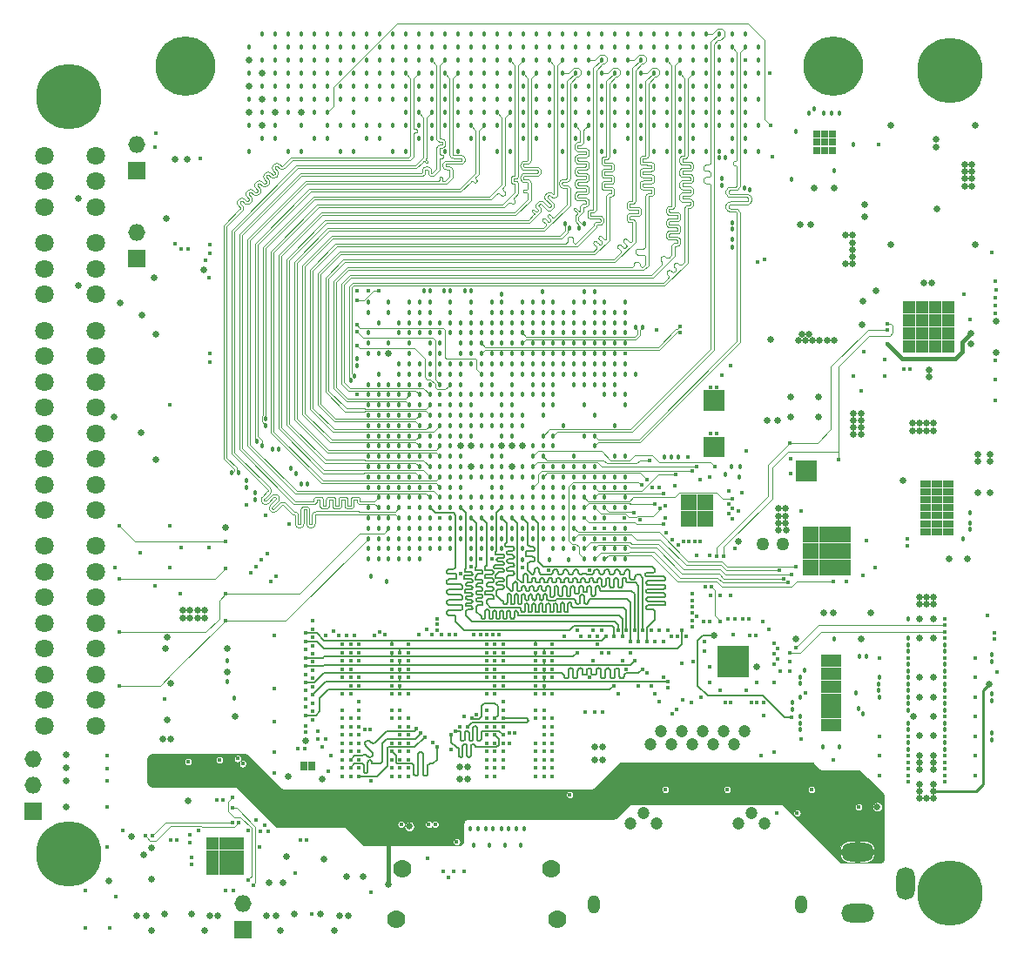
<source format=gbr>
G04 #@! TF.FileFunction,Copper,L8,Inr,Signal*
%FSLAX46Y46*%
G04 Gerber Fmt 4.6, Leading zero omitted, Abs format (unit mm)*
G04 Created by KiCad (PCBNEW (2016-08-02 BZR 7002)-product) date Tue Oct 11 11:13:20 2016*
%MOMM*%
%LPD*%
G01*
G04 APERTURE LIST*
%ADD10C,0.101600*%
%ADD11R,1.600000X1.600000*%
%ADD12C,1.200000*%
%ADD13O,1.200000X1.800000*%
%ADD14C,6.350000*%
%ADD15O,3.200000X1.800000*%
%ADD16O,1.800000X3.200000*%
%ADD17C,1.778000*%
%ADD18R,1.651000X1.651000*%
%ADD19O,1.651000X1.651000*%
%ADD20R,0.750000X0.900000*%
%ADD21R,1.080000X0.780000*%
%ADD22R,1.287500X1.287500*%
%ADD23R,1.000000X1.250000*%
%ADD24R,1.250000X1.250000*%
%ADD25R,1.000000X1.000000*%
%ADD26R,1.500000X1.500000*%
%ADD27R,0.800000X0.800000*%
%ADD28C,5.800000*%
%ADD29C,1.800000*%
%ADD30C,0.635000*%
%ADD31C,0.406400*%
%ADD32C,0.457200*%
%ADD33C,1.270000*%
%ADD34C,0.254000*%
%ADD35C,0.381000*%
%ADD36C,0.165100*%
%ADD37C,0.088900*%
%ADD38C,0.106680*%
%ADD39C,0.127000*%
G04 APERTURE END LIST*
D10*
D11*
X95400000Y-78700000D03*
X97000000Y-78700000D03*
X95400000Y-77100000D03*
X97000000Y-77100000D03*
D12*
X91661000Y-100596000D03*
X93693000Y-100596000D03*
X95725000Y-100596000D03*
X97757000Y-100596000D03*
X99789000Y-100596000D03*
X92677000Y-99326000D03*
X94709000Y-99326000D03*
X96741000Y-99326000D03*
X98773000Y-99326000D03*
X100805000Y-99326000D03*
X89723000Y-108346000D03*
X90993000Y-107326000D03*
X92263000Y-108346000D03*
X100203000Y-108346000D03*
X101473000Y-107326000D03*
X102743000Y-108346000D03*
D13*
X86148000Y-116156000D03*
X106318000Y-116156000D03*
D14*
X35080000Y-37620000D03*
X120810000Y-35080000D03*
X35080000Y-111280000D03*
X120810000Y-115090000D03*
D15*
X111759000Y-117073000D03*
X111759000Y-111073000D03*
D16*
X116459000Y-114173000D03*
D17*
X67500000Y-112700000D03*
X82000000Y-112700000D03*
X82600000Y-117650000D03*
X66900000Y-117650000D03*
D18*
X31600000Y-107140000D03*
D19*
X31600000Y-104600000D03*
X31600000Y-102060000D03*
D18*
X52000000Y-118640000D03*
D19*
X52000000Y-116100000D03*
D18*
X41656000Y-44831000D03*
D19*
X41656000Y-42291000D03*
D18*
X41656000Y-53340000D03*
D19*
X41656000Y-50800000D03*
D20*
X57925000Y-102700000D03*
X58675000Y-102700000D03*
D21*
X120580000Y-79937000D03*
X119500000Y-79937000D03*
X118420000Y-79937000D03*
X120580000Y-79157000D03*
X120580000Y-78377000D03*
X120580000Y-77597000D03*
X120580000Y-76817000D03*
X120580000Y-76037000D03*
X120580000Y-75257000D03*
X119500000Y-75257000D03*
X119500000Y-76037000D03*
X119500000Y-76817000D03*
X119500000Y-77597000D03*
X119500000Y-78377000D03*
X119500000Y-79157000D03*
X118420000Y-79157000D03*
X118420000Y-78377000D03*
X118420000Y-77597000D03*
X118420000Y-76817000D03*
X118420000Y-76037000D03*
X118420000Y-75257000D03*
D22*
X120631250Y-61931250D03*
X119343750Y-61931250D03*
X118056250Y-61931250D03*
X116768750Y-61931250D03*
X120631250Y-60643750D03*
X119343750Y-60643750D03*
X118056250Y-60643750D03*
X116768750Y-60643750D03*
X120631250Y-59356250D03*
X119343750Y-59356250D03*
X118056250Y-59356250D03*
X116768750Y-59356250D03*
X120631250Y-58068750D03*
X119343750Y-58068750D03*
X118056250Y-58068750D03*
X116768750Y-58068750D03*
D23*
X109720000Y-97506000D03*
X109720000Y-96256000D03*
X109720000Y-98756000D03*
X108720000Y-98756000D03*
X108720000Y-97506000D03*
X108720000Y-96256000D03*
X108720000Y-95006000D03*
X108720000Y-93756000D03*
X108720000Y-92506000D03*
X109720000Y-92506000D03*
X109720000Y-93756000D03*
X109720000Y-95006000D03*
D24*
X49050000Y-110250000D03*
X49050000Y-112750000D03*
X51550000Y-110250000D03*
X50300000Y-112750000D03*
X49050000Y-111500000D03*
X50300000Y-111500000D03*
X51550000Y-111500000D03*
X50300000Y-110250000D03*
X51550000Y-112750000D03*
D25*
X98300000Y-66700000D03*
X98300000Y-67700000D03*
X97300000Y-67700000D03*
X97300000Y-66700000D03*
X98300000Y-71200000D03*
X98300000Y-72200000D03*
X97300000Y-72200000D03*
X97300000Y-71200000D03*
X106300000Y-73500000D03*
X107300000Y-73500000D03*
X107300000Y-74500000D03*
X106300000Y-74500000D03*
D11*
X108800000Y-81800000D03*
X110400000Y-81800000D03*
X110400000Y-83400000D03*
X108800000Y-83400000D03*
X107200000Y-83400000D03*
X107200000Y-81800000D03*
X107200000Y-80200000D03*
X108800000Y-80200000D03*
X110400000Y-80200000D03*
D26*
X98945000Y-93333000D03*
X98945000Y-91833000D03*
X100445000Y-91833000D03*
X100445000Y-93333000D03*
D27*
X109385000Y-42837000D03*
X108585000Y-42837000D03*
X107785000Y-42837000D03*
X107785000Y-42037000D03*
X108585000Y-42037000D03*
X109385000Y-42037000D03*
X109385000Y-41237000D03*
X108585000Y-41237000D03*
X107785000Y-41237000D03*
D28*
X46454300Y-34616700D03*
X109455700Y-34616700D03*
D29*
X32719000Y-67865000D03*
X32719000Y-65365000D03*
X32719000Y-62865000D03*
X32719000Y-60365000D03*
X32719000Y-70365000D03*
X32719000Y-72865000D03*
X32719000Y-75365000D03*
X32719000Y-77865000D03*
X37719000Y-60365000D03*
X37719000Y-62865000D03*
X37719000Y-65365000D03*
X37719000Y-67865000D03*
X37719000Y-70365000D03*
X37719000Y-72865000D03*
X37719000Y-75365000D03*
X37719000Y-77865000D03*
X32719000Y-88820000D03*
X32719000Y-86320000D03*
X32719000Y-83820000D03*
X32719000Y-81320000D03*
X32719000Y-91320000D03*
X32719000Y-93820000D03*
X32719000Y-96320000D03*
X32719000Y-98820000D03*
X37719000Y-81320000D03*
X37719000Y-83820000D03*
X37719000Y-86320000D03*
X37719000Y-88820000D03*
X37719000Y-91320000D03*
X37719000Y-93820000D03*
X37719000Y-96320000D03*
X37719000Y-98820000D03*
X32719000Y-56856000D03*
X32719000Y-54356000D03*
X32719000Y-51856000D03*
X37719000Y-51856000D03*
X37719000Y-54356000D03*
X37719000Y-56856000D03*
X32719000Y-48347000D03*
X32719000Y-45847000D03*
X32719000Y-43347000D03*
X37719000Y-43347000D03*
X37719000Y-45847000D03*
X37719000Y-48347000D03*
D30*
X44700000Y-90200000D03*
D31*
X64500000Y-104200000D03*
X99900000Y-81600004D03*
X113500000Y-83400000D03*
X101300002Y-90000000D03*
X48800000Y-52000000D03*
D30*
X119400000Y-41800000D03*
X119400000Y-42500000D03*
X112500000Y-48100000D03*
X112500000Y-49300000D03*
D31*
X112100000Y-66200000D03*
D30*
X112300000Y-57500000D03*
X113600000Y-56500000D03*
X124700000Y-72400000D03*
X124700000Y-73100000D03*
X123500000Y-73100000D03*
X123500000Y-72400000D03*
X112200000Y-59800000D03*
D31*
X112400000Y-62400000D03*
X114400000Y-64800000D03*
X114400000Y-63200000D03*
D30*
X108000000Y-68800000D03*
X105300000Y-66800000D03*
X108000000Y-66800000D03*
D31*
X124800000Y-52800000D03*
X125200000Y-67200000D03*
X125200000Y-57900000D03*
X125200000Y-57200000D03*
X125200000Y-55600000D03*
X125200000Y-65100000D03*
X125200000Y-63300000D03*
D30*
X125300000Y-62500000D03*
X125300000Y-59500000D03*
D31*
X107315000Y-105029000D03*
D30*
X36000000Y-47500000D03*
X36000000Y-56000000D03*
D31*
X43600000Y-41200000D03*
X125349000Y-93599000D03*
X120269000Y-94107000D03*
X123189079Y-94107556D03*
X120269000Y-96012000D03*
X123190000Y-96012000D03*
X123190000Y-97917000D03*
X120269000Y-97917000D03*
X123190000Y-99822000D03*
X120269000Y-99822000D03*
X123190000Y-101727000D03*
X120269000Y-101727000D03*
X116713000Y-101727000D03*
X113919000Y-101727000D03*
X116713000Y-99822000D03*
X113919000Y-99822000D03*
D30*
X117221000Y-97917000D03*
D32*
X116713000Y-96012000D03*
X113919000Y-96012000D03*
X116713000Y-94107000D03*
X113919000Y-94107000D03*
D31*
X125100000Y-89800000D03*
D30*
X45000000Y-94700000D03*
X50500000Y-93600000D03*
D31*
X72800000Y-110100000D03*
D30*
X68199984Y-108600000D03*
D31*
X70699998Y-108400000D03*
X71500000Y-113000000D03*
X36700000Y-118500000D03*
X39100000Y-118500000D03*
D30*
X34800000Y-106700000D03*
X34800000Y-104200000D03*
X34800000Y-102900000D03*
X51300000Y-97900000D03*
D31*
X57100000Y-113100000D03*
X38800000Y-110600000D03*
D30*
X43100000Y-110700000D03*
X39000000Y-113900000D03*
X43100000Y-113700000D03*
D31*
X40300000Y-109000000D03*
X49734776Y-102126117D03*
D30*
X44200000Y-100100000D03*
X45000000Y-100100000D03*
X56300000Y-111500000D03*
X47000000Y-117100000D03*
X50300000Y-79500000D03*
D31*
X43500000Y-85200000D03*
X45900000Y-86000000D03*
X48700000Y-81500000D03*
X42000000Y-82000000D03*
X46000000Y-81500000D03*
X44900000Y-67600000D03*
X44900000Y-79400000D03*
X48700000Y-55200002D03*
X48800000Y-62600000D03*
D30*
X43400006Y-55200000D03*
X46600000Y-43700000D03*
D32*
X94400000Y-72700000D03*
D31*
X109400000Y-102100000D03*
X103700000Y-101400000D03*
X103900000Y-107300000D03*
X99100000Y-105000000D03*
X106300000Y-100100000D03*
D30*
X123200000Y-40400000D03*
X115000000Y-40400000D03*
X123200000Y-52000000D03*
X115000000Y-52000000D03*
X119500000Y-48500000D03*
X113700000Y-106700000D03*
X106200000Y-50100000D03*
X107200000Y-50100000D03*
X105300000Y-68800000D03*
X73900000Y-104000000D03*
X73100000Y-104000000D03*
D31*
X72300000Y-101100000D03*
X87000000Y-97500000D03*
X86200000Y-97500000D03*
D30*
X86200000Y-102100000D03*
X87000000Y-102100000D03*
D31*
X60600000Y-101700000D03*
X55100000Y-95200000D03*
X55100000Y-90000000D03*
X55100000Y-98400000D03*
X59300000Y-100100000D03*
D30*
X55900000Y-114100000D03*
X54600000Y-114100000D03*
D31*
X64500000Y-115000000D03*
D30*
X62100000Y-113500000D03*
X59600000Y-117100000D03*
D32*
X93000000Y-72700000D03*
X93700000Y-72700000D03*
D30*
X105800000Y-90400000D03*
X108500000Y-87800000D03*
X109400000Y-87800000D03*
X112100000Y-90400000D03*
X113100000Y-87800000D03*
D31*
X93800000Y-80700000D03*
X52400000Y-77300000D03*
D32*
X75200000Y-66600000D03*
X79200000Y-77600000D03*
X73200000Y-74600000D03*
D30*
X74200000Y-73600000D03*
X74200000Y-71600000D03*
D32*
X65200000Y-62600000D03*
X66200000Y-61600000D03*
D31*
X62500000Y-98900000D03*
D30*
X78200000Y-73600000D03*
D32*
X77200000Y-74600000D03*
D30*
X78200000Y-71600000D03*
D32*
X71200000Y-61600000D03*
X75200000Y-69600000D03*
X88200000Y-72600000D03*
X76200000Y-69600000D03*
X78200000Y-69600000D03*
X77200000Y-70600000D03*
X80200000Y-71600000D03*
D31*
X106300004Y-77900000D03*
D32*
X79000000Y-110400000D03*
X77500000Y-110400000D03*
X76000000Y-110400000D03*
X74500000Y-110400000D03*
D31*
X100200000Y-77900000D03*
X112300000Y-84200000D03*
X93300000Y-95100000D03*
X104267000Y-93472000D03*
X94742000Y-96266000D03*
X102616000Y-97790000D03*
X95631000Y-96520000D03*
X98425000Y-86106000D03*
D32*
X66200000Y-78600000D03*
X64200000Y-82600000D03*
X67200000Y-81600000D03*
X82200000Y-76600000D03*
X89200000Y-77600000D03*
X86200000Y-78600000D03*
X87200000Y-81600000D03*
X72200000Y-76600000D03*
D31*
X87600006Y-91700000D03*
X70200000Y-80600000D03*
D32*
X73200000Y-79600000D03*
X76200000Y-78600000D03*
X74200000Y-82600000D03*
X77200000Y-81600000D03*
X83200000Y-79600000D03*
X80200000Y-80600000D03*
X83700000Y-82700000D03*
D31*
X75700000Y-97300000D03*
X82100000Y-90900000D03*
X82100000Y-92500000D03*
X82100000Y-94100000D03*
X75700000Y-90900000D03*
X75700000Y-92500000D03*
X75700000Y-94100000D03*
X81300000Y-97300000D03*
X82100000Y-98900000D03*
X82100000Y-100500000D03*
X81300000Y-100500000D03*
X82100000Y-101300000D03*
X80500000Y-102900000D03*
X82100000Y-102900000D03*
X75700000Y-103700000D03*
X75700000Y-102900000D03*
X76500000Y-101300000D03*
X76500000Y-100500000D03*
X75700000Y-99700000D03*
X76500000Y-98900000D03*
X75700000Y-98900000D03*
X61700000Y-97300000D03*
X68100000Y-90900000D03*
X68100000Y-92500000D03*
X68100000Y-94100000D03*
X67300000Y-97300000D03*
X66500000Y-102900000D03*
X68100000Y-101300000D03*
X67300000Y-100500000D03*
X68100000Y-100500000D03*
X68100000Y-98900000D03*
X68100000Y-102900000D03*
X61700000Y-90900000D03*
X61700000Y-92500000D03*
X61700000Y-94100000D03*
X61700000Y-98900000D03*
X61700000Y-99700000D03*
X61700000Y-103700000D03*
X61700000Y-102900000D03*
X62500000Y-100500000D03*
X62500000Y-101300000D03*
D32*
X60198000Y-41656000D03*
X76200000Y-75600000D03*
X85200000Y-75600000D03*
X88200000Y-74600000D03*
X72200000Y-73600000D03*
X76200000Y-73600000D03*
X81200000Y-73600000D03*
X84200000Y-72600000D03*
X77200000Y-72600000D03*
X73200000Y-72600000D03*
X72200000Y-71600000D03*
X76200000Y-71600000D03*
X73200000Y-70600000D03*
X72200000Y-69600000D03*
X74200000Y-69600000D03*
X83200000Y-69600000D03*
X86200000Y-68600000D03*
X79200000Y-68600000D03*
X77200000Y-68600000D03*
X75200000Y-68600000D03*
X73200000Y-68600000D03*
X78200000Y-67600000D03*
X74200000Y-67600000D03*
X67200000Y-59600000D03*
X69200000Y-59600000D03*
X71200000Y-59600000D03*
X65200000Y-59600000D03*
X64200000Y-57600000D03*
X66200000Y-57600000D03*
X68200000Y-57600000D03*
X70200000Y-57600000D03*
X72200000Y-57600000D03*
X89200000Y-67600000D03*
X73200000Y-59600000D03*
X75200000Y-59600000D03*
X74200000Y-57600000D03*
X76199718Y-57600000D03*
X76200000Y-58600000D03*
X76199718Y-59600000D03*
X76199718Y-60600000D03*
X76200000Y-61600000D03*
X74200000Y-61600000D03*
X70200000Y-61600000D03*
X68200000Y-61600000D03*
X64200000Y-61600000D03*
X70200000Y-64600000D03*
X67200000Y-63600000D03*
X69200000Y-63600000D03*
X70200000Y-63600000D03*
X71200000Y-63600000D03*
X72200000Y-63600000D03*
X73200000Y-63600000D03*
X75200000Y-63600000D03*
X73200000Y-66600000D03*
X76200000Y-65600000D03*
X82200000Y-66600000D03*
X77200000Y-66600000D03*
X79200000Y-66600000D03*
X78200000Y-65600000D03*
X85200000Y-65600000D03*
X76200000Y-63600000D03*
X76200000Y-62600000D03*
X81200000Y-63600000D03*
X88200000Y-64600000D03*
X87200000Y-61600000D03*
X84200000Y-62600000D03*
X77200000Y-61600000D03*
X80200000Y-60600000D03*
X83200000Y-59600000D03*
X86200000Y-58600000D03*
X89200000Y-57600000D03*
X79200000Y-57600000D03*
X70200000Y-65600000D03*
X69200000Y-65600000D03*
X68200000Y-65600000D03*
X67200000Y-65600000D03*
X66200000Y-65600000D03*
X65200000Y-65600000D03*
X64200000Y-65600000D03*
X68200000Y-74600000D03*
X69200000Y-77600000D03*
X65200000Y-75600000D03*
X70200000Y-70600000D03*
X64200000Y-72600000D03*
X67200000Y-71600000D03*
X69200000Y-67600000D03*
X66200000Y-68600000D03*
X98298000Y-40386000D03*
X86868000Y-42926000D03*
X88138000Y-42926000D03*
X61468000Y-42926000D03*
X93218000Y-32766000D03*
X53848000Y-31496000D03*
X57658000Y-31496000D03*
X61468000Y-31496000D03*
X65278000Y-31496000D03*
X69088000Y-31496000D03*
X72898000Y-31496000D03*
X76708000Y-31496000D03*
X80518000Y-31496000D03*
X84328000Y-31496000D03*
X88138000Y-31496000D03*
X91948000Y-31496000D03*
X95758000Y-31496000D03*
X52578000Y-42926000D03*
X56388000Y-42926000D03*
X57658000Y-42926000D03*
X62738000Y-42926000D03*
X66548000Y-42926000D03*
X67818000Y-42926000D03*
X71628000Y-42926000D03*
X72898000Y-42926000D03*
X76708000Y-42926000D03*
X77978000Y-42926000D03*
X83058000Y-42926000D03*
X91948000Y-42926000D03*
X93218000Y-42926000D03*
X97028000Y-42926000D03*
X98298000Y-42926000D03*
X102108000Y-42926000D03*
X100838000Y-41656000D03*
X99568000Y-41656000D03*
X95758000Y-41656000D03*
X94488000Y-41656000D03*
X90678000Y-41656000D03*
X89408000Y-41656000D03*
X85598000Y-41656000D03*
X84328000Y-41656000D03*
X80518000Y-41656000D03*
X79248000Y-41656000D03*
X75438000Y-41656000D03*
X74168000Y-41656000D03*
X70358000Y-41656000D03*
X69088000Y-41656000D03*
X65278000Y-41656000D03*
X64008000Y-41656000D03*
X58928000Y-41656000D03*
X55118000Y-41656000D03*
X53848000Y-41656000D03*
X52578000Y-40386000D03*
X55118000Y-40386000D03*
X57658000Y-40386000D03*
X60198000Y-40386000D03*
X61468000Y-40386000D03*
X62738000Y-40386000D03*
X66548000Y-40386000D03*
X67818000Y-40386000D03*
X71628000Y-40386000D03*
X72898000Y-40386000D03*
X76708000Y-40386000D03*
X77978000Y-40386000D03*
X81788000Y-40386000D03*
X83058000Y-40386000D03*
X86868000Y-40386000D03*
X88138000Y-40386000D03*
X91948000Y-40386000D03*
X93218000Y-40386000D03*
X97028000Y-40386000D03*
X102108000Y-40386000D03*
X100838000Y-39116000D03*
X99568000Y-39116000D03*
X95758000Y-39116000D03*
X94488000Y-39116000D03*
X90678000Y-39116000D03*
X86868000Y-39116000D03*
X83058000Y-39116000D03*
X79248000Y-39116000D03*
X75438000Y-39116000D03*
X71628000Y-39116000D03*
X67818000Y-39116000D03*
X58928000Y-39116000D03*
X56388000Y-39116000D03*
X53848000Y-39116000D03*
X52578000Y-37846000D03*
X55118000Y-37846000D03*
X58928000Y-37846000D03*
X62738000Y-37846000D03*
X66548000Y-37846000D03*
X70358000Y-37846000D03*
X74168000Y-37846000D03*
X77978000Y-37846000D03*
X81788000Y-37846000D03*
X85598000Y-37846000D03*
X89408000Y-37846000D03*
X93218000Y-37846000D03*
X97028000Y-37846000D03*
X98298000Y-37846000D03*
X102108000Y-37846000D03*
X100838000Y-36576000D03*
X99568000Y-36576000D03*
X95758000Y-36576000D03*
X84328000Y-36576000D03*
X80518000Y-36576000D03*
X76708000Y-36576000D03*
X72898000Y-36576000D03*
X69088000Y-36576000D03*
X65278000Y-36576000D03*
X61468000Y-36576000D03*
X57658000Y-36576000D03*
X53848000Y-36576000D03*
X52578000Y-35306000D03*
X55118000Y-35306000D03*
X58928000Y-35306000D03*
X62738000Y-35306000D03*
X66548000Y-35306000D03*
X70358000Y-35306000D03*
X74168000Y-35306000D03*
X77978000Y-35306000D03*
X81788000Y-35306000D03*
X85598000Y-35306000D03*
X89408000Y-35306000D03*
X93218000Y-35306000D03*
X88138000Y-36576000D03*
X91948000Y-36576000D03*
X97028000Y-35306000D03*
X98298000Y-35306000D03*
X102108000Y-35306000D03*
X99568000Y-34036000D03*
X95758000Y-34036000D03*
X91948000Y-34036000D03*
X88138000Y-34036000D03*
X84328000Y-34036000D03*
X80518000Y-34036000D03*
X76708000Y-34036000D03*
X72898000Y-34036000D03*
X69088000Y-34036000D03*
X65278000Y-34036000D03*
X61468000Y-34036000D03*
X57658000Y-34036000D03*
X53848000Y-34036000D03*
X52578000Y-32766000D03*
X55118000Y-32766000D03*
X58928000Y-32766000D03*
X62738000Y-32766000D03*
X66548000Y-32766000D03*
X70358000Y-32766000D03*
X74168000Y-32766000D03*
X77978000Y-32766000D03*
X81788000Y-32766000D03*
X85598000Y-32766000D03*
X89408000Y-32766000D03*
X97028000Y-32766000D03*
X98298000Y-32766000D03*
X102108000Y-32766000D03*
X100838000Y-31496000D03*
X99568000Y-31496000D03*
X77200000Y-69600000D03*
D30*
X44600000Y-49500000D03*
X42400000Y-111400000D03*
X112100000Y-68400000D03*
X111400000Y-68400000D03*
X112100000Y-70500000D03*
X112100000Y-69800000D03*
X112100000Y-69100000D03*
X111400000Y-70500000D03*
X111400000Y-69800000D03*
X111400000Y-69100000D03*
D31*
X122100000Y-56800000D03*
D30*
X73900000Y-102800000D03*
X73100000Y-102800000D03*
X86200000Y-100900000D03*
X87000000Y-100900000D03*
D31*
X57400000Y-101000000D03*
D32*
X74200000Y-77600000D03*
X77200000Y-76600000D03*
D31*
X71200000Y-78600000D03*
D32*
X75200000Y-80600000D03*
X81200000Y-78600000D03*
X78200000Y-79600000D03*
X72200000Y-81600000D03*
X79200000Y-82700000D03*
X82200000Y-81600000D03*
D31*
X76500000Y-95700000D03*
X82100000Y-91700000D03*
X82100000Y-93300000D03*
X81300000Y-95700000D03*
X75700000Y-91700000D03*
X75700000Y-93300000D03*
X81300000Y-98100000D03*
X82100000Y-99700000D03*
X81300000Y-101300000D03*
X82100000Y-102100000D03*
X81300000Y-102900000D03*
X82100000Y-103700000D03*
X76500000Y-103700000D03*
X75700000Y-102100000D03*
X75700000Y-101300000D03*
X75700000Y-100500000D03*
X77300000Y-98900000D03*
X75700000Y-98100000D03*
X62500000Y-95700000D03*
X68100000Y-91700000D03*
X68100000Y-93300000D03*
X67300000Y-95700000D03*
X67300000Y-101300000D03*
X68100000Y-99700000D03*
X67300000Y-98100000D03*
X67300000Y-102900000D03*
X68100000Y-102100000D03*
X68100000Y-103700000D03*
X61700000Y-91700000D03*
X61700000Y-93300000D03*
X63300000Y-98900000D03*
X62500000Y-103700000D03*
X61700000Y-102100000D03*
X61700000Y-98100000D03*
X61700000Y-101300000D03*
X61700000Y-100500000D03*
D30*
X58100000Y-100300000D03*
D31*
X60300000Y-103200000D03*
X76500000Y-94100000D03*
X82100000Y-98100000D03*
X68100000Y-98100000D03*
X62500000Y-94100000D03*
D32*
X78200000Y-77600000D03*
X80200000Y-77600000D03*
D30*
X124700000Y-76100000D03*
X123500000Y-76100000D03*
X122500000Y-82600000D03*
X120700000Y-82600000D03*
X119200004Y-105900004D03*
X119200000Y-105200000D03*
X119200000Y-104500000D03*
X119200004Y-103100000D03*
X119200000Y-102400000D03*
X119200000Y-101700000D03*
X119200002Y-99800000D03*
X119200000Y-97900000D03*
X119200000Y-96000000D03*
X119200000Y-94100000D03*
X119200000Y-90300000D03*
X119199996Y-88400000D03*
X119200000Y-87000000D03*
X119200000Y-86300000D03*
X118500000Y-86300000D03*
X117800000Y-86300000D03*
X118500000Y-87000000D03*
X117800000Y-87000000D03*
X118500000Y-105900018D03*
X117800000Y-105900000D03*
X117800000Y-105200000D03*
X117800000Y-104500000D03*
X117800000Y-103100000D03*
X117800000Y-102400000D03*
X117800000Y-101700000D03*
X117800000Y-99800000D03*
X117800000Y-88400000D03*
X117800000Y-90300000D03*
X117800000Y-94100000D03*
X117800000Y-96000000D03*
X118700000Y-64900000D03*
X118700000Y-64200000D03*
X119000000Y-55700000D03*
X118200000Y-55700000D03*
X122800004Y-61700000D03*
X124587000Y-94742006D03*
D31*
X72000000Y-110100000D03*
D30*
X69200004Y-108600000D03*
X44200000Y-103500000D03*
X45000000Y-103500000D03*
D31*
X93100000Y-103300000D03*
D30*
X66200000Y-114200000D03*
D31*
X116586000Y-81280000D03*
D32*
X122700000Y-78100000D03*
D30*
X59700000Y-104000000D03*
X100200000Y-80900000D03*
X122900000Y-46300000D03*
X122900000Y-45600000D03*
X122900000Y-44900000D03*
X122900000Y-44200000D03*
X122200000Y-44200000D03*
X122200000Y-44900000D03*
X122200000Y-45600000D03*
X122200000Y-46300000D03*
D31*
X98600000Y-64700000D03*
X112649000Y-80772000D03*
X124400000Y-88100000D03*
D30*
X46700000Y-106100000D03*
X44500000Y-91300000D03*
X44700000Y-98200000D03*
X48200000Y-54500000D03*
X34800000Y-101600000D03*
X41200000Y-109600000D03*
D31*
X53600000Y-110600000D03*
X44900000Y-83408802D03*
X39600000Y-83400000D03*
D30*
X45400000Y-43700000D03*
D31*
X105900000Y-107300000D03*
X103649802Y-92837000D03*
D32*
X109500000Y-90392800D03*
X106600000Y-93400000D03*
X106200000Y-96000000D03*
X106200000Y-97900000D03*
X108400000Y-100900000D03*
X110000000Y-100900000D03*
D31*
X98100000Y-65895182D03*
X98100000Y-70395180D03*
X50300000Y-114800000D03*
X58000000Y-101000000D03*
D30*
X56400000Y-103700000D03*
D31*
X92200000Y-60300000D03*
X105300000Y-72800000D03*
X96500000Y-80900000D03*
X96000000Y-80900000D03*
X110700000Y-84800000D03*
X94700000Y-92700000D03*
D32*
X109474000Y-44831000D03*
X111378996Y-42291000D03*
X89200000Y-82600000D03*
X88200000Y-79600000D03*
X85200000Y-80600000D03*
X72200000Y-70600000D03*
X72200000Y-68600000D03*
X111633000Y-95631000D03*
X73200000Y-64600000D03*
X72200000Y-64600000D03*
X71200000Y-64600000D03*
X74200000Y-63600000D03*
X62738000Y-39116000D03*
D30*
X57658000Y-39116000D03*
X55118000Y-39116000D03*
X53848000Y-40386000D03*
X52578000Y-39116000D03*
X116205000Y-74930000D03*
X103300000Y-61200000D03*
X103000000Y-69100000D03*
X104000000Y-69100000D03*
D33*
X104500000Y-81100000D03*
X102600000Y-81100002D03*
D30*
X104800000Y-77700000D03*
X104800000Y-78400000D03*
X104800000Y-79100000D03*
X104817400Y-79800000D03*
X104100000Y-79800000D03*
X104100000Y-79100000D03*
X104100000Y-78400000D03*
X104100000Y-77700000D03*
X73200000Y-71600000D03*
X66200000Y-62600000D03*
X79200000Y-71600000D03*
X77200000Y-71600000D03*
D32*
X76200000Y-68600000D03*
X79200000Y-73600000D03*
X80200000Y-66600000D03*
X76200000Y-74600000D03*
X74200000Y-74600000D03*
X73200000Y-73600000D03*
X75200000Y-73600000D03*
X77200000Y-73600000D03*
X76200000Y-72600000D03*
X72200000Y-72600000D03*
X75200000Y-71600000D03*
X74200000Y-70600000D03*
X73200000Y-69600000D03*
X79200000Y-69600000D03*
X78200000Y-68600000D03*
X74200000Y-68600000D03*
X77200000Y-67600000D03*
X73200000Y-67600000D03*
X69200000Y-60600000D03*
X73200000Y-60600000D03*
X75200000Y-60600000D03*
X68200000Y-62600000D03*
X70200000Y-62600000D03*
X74200000Y-62600000D03*
X69200000Y-64600000D03*
X65200000Y-64600000D03*
X67200000Y-64600000D03*
D31*
X96900000Y-90600000D03*
X97400000Y-94600000D03*
X101900000Y-90000000D03*
X99700000Y-89900000D03*
D30*
X117100000Y-69400000D03*
X117800000Y-69400000D03*
X118500000Y-69400000D03*
X117100000Y-70100000D03*
X117800000Y-70100000D03*
X118500000Y-70100000D03*
X119200000Y-69400000D03*
X119200000Y-70100000D03*
D32*
X64200000Y-60600000D03*
D30*
X101981000Y-93091000D03*
D31*
X101981000Y-94615000D03*
D32*
X64200000Y-58600000D03*
X71200000Y-60600000D03*
X67200000Y-60600000D03*
X70200000Y-58600000D03*
X68200000Y-58600000D03*
X66200000Y-58600000D03*
X72200000Y-58600000D03*
X74200000Y-58600000D03*
X64200000Y-62600000D03*
X68200000Y-63600000D03*
D31*
X105400000Y-98000000D03*
X105300000Y-74300000D03*
X101000000Y-72100000D03*
D30*
X110600000Y-51100000D03*
X111300000Y-51100000D03*
X111300000Y-51800000D03*
X111300000Y-52500000D03*
X111300000Y-53200000D03*
X111300000Y-53900000D03*
X110600000Y-53900000D03*
D31*
X116900000Y-64100000D03*
D32*
X75200000Y-74600000D03*
X79200000Y-74600000D03*
X75200000Y-65600000D03*
X76200000Y-64600000D03*
X71200000Y-62600000D03*
D31*
X99400000Y-86100000D03*
X100500006Y-76100000D03*
X99300000Y-78200000D03*
X99300000Y-76000000D03*
X99300000Y-77200000D03*
X94000000Y-75500000D03*
X93100000Y-77400000D03*
X93100000Y-78600000D03*
D30*
X97790000Y-89997898D03*
D32*
X107600000Y-38800000D03*
X87200000Y-76600000D03*
X84200000Y-77600000D03*
X73200000Y-75600000D03*
X77200000Y-75600000D03*
X83200000Y-74600000D03*
X80200000Y-74600000D03*
X86200000Y-73600000D03*
X72200000Y-66600000D03*
X73200000Y-65600000D03*
X74200000Y-66600000D03*
X76200000Y-66600000D03*
X78200000Y-66600000D03*
X78200000Y-70600000D03*
D31*
X55100000Y-103400000D03*
D30*
X48300000Y-87600000D03*
X47600000Y-87600000D03*
X46900000Y-87600000D03*
X46200000Y-87600000D03*
X46200000Y-88300000D03*
X48300000Y-88300000D03*
X47600000Y-88300000D03*
X46900000Y-88300000D03*
X50500000Y-91300000D03*
D32*
X65200000Y-80600000D03*
X68200000Y-79600000D03*
X69200000Y-82600000D03*
X70200000Y-75600000D03*
X64200000Y-77600000D03*
X67200000Y-76600000D03*
X69200000Y-72600000D03*
X66200000Y-73600000D03*
X65200000Y-70600000D03*
X68200000Y-69600000D03*
X67200000Y-66600000D03*
X64200000Y-67600000D03*
D30*
X53848000Y-35306000D03*
X53848000Y-37846000D03*
X52578000Y-36576000D03*
X52578000Y-34036000D03*
D31*
X125200000Y-58700000D03*
X114700000Y-61700000D03*
D30*
X122800000Y-60677697D03*
D32*
X69200000Y-58600000D03*
X105410000Y-97231200D03*
X69200000Y-57600000D03*
X105410000Y-96570800D03*
D30*
X44400000Y-117100000D03*
X107100000Y-60700000D03*
X106400000Y-60700000D03*
X109500004Y-61300000D03*
X108800000Y-61300000D03*
X108100000Y-61300000D03*
X107400000Y-61300000D03*
X106700000Y-61300000D03*
X106000002Y-61300000D03*
D31*
X97500000Y-65895188D03*
X97506444Y-70395183D03*
X89200000Y-62600000D03*
D32*
X85200000Y-67600000D03*
X89200000Y-72600000D03*
X82200000Y-71600000D03*
X85200000Y-70600000D03*
X88200000Y-69600000D03*
X81200000Y-68600000D03*
X87200000Y-66600000D03*
X80200000Y-65600000D03*
X83200000Y-64600000D03*
X79200000Y-62600000D03*
X86200000Y-63600000D03*
X82200000Y-61600000D03*
X85200000Y-60600000D03*
X81200000Y-58600000D03*
X88200000Y-59600000D03*
X84200000Y-57600000D03*
X78200000Y-59600000D03*
X82200000Y-74600000D03*
D30*
X57000000Y-117100000D03*
D31*
X96100000Y-82200000D03*
X96520000Y-96012000D03*
X102616000Y-96520000D03*
X98425000Y-95377000D03*
X100965000Y-95377000D03*
X97409000Y-93091000D03*
D32*
X98298000Y-43561000D03*
X97028000Y-39116000D03*
D31*
X94550000Y-60000000D03*
D32*
X75200000Y-61600000D03*
X98933000Y-43561000D03*
X98298000Y-39116000D03*
X75200000Y-62600000D03*
D31*
X94550000Y-60600000D03*
X68200000Y-77600000D03*
X73500000Y-113000000D03*
D32*
X64200000Y-75600000D03*
X102108000Y-34036000D03*
D31*
X114700000Y-60300000D03*
X105200000Y-71300000D03*
X98100000Y-82300000D03*
X72000000Y-113600000D03*
X43200000Y-109500000D03*
X51500000Y-102000000D03*
X51000000Y-108200000D03*
D32*
X88200000Y-81600000D03*
D31*
X114700000Y-59700000D03*
X109900000Y-72900000D03*
X98800000Y-82300000D03*
X72500000Y-113000002D03*
X42500000Y-109500000D03*
X52000000Y-102500000D03*
X51600000Y-108200000D03*
D32*
X89200000Y-79600000D03*
D31*
X99400000Y-63800000D03*
X89096756Y-78603244D03*
D32*
X60198000Y-39116000D03*
D31*
X103300000Y-40400000D03*
X99600000Y-78700000D03*
X90800000Y-75400000D03*
D32*
X85200000Y-82600000D03*
D31*
X97400000Y-82200000D03*
X58700000Y-117100000D03*
X95758000Y-92583006D03*
X97000000Y-85300000D03*
D32*
X85200000Y-79600000D03*
D30*
X49600000Y-117300000D03*
X48800000Y-117300000D03*
X48300000Y-118700000D03*
X43100000Y-118700000D03*
X41700000Y-117300000D03*
X42600000Y-117300000D03*
X63700000Y-113500000D03*
X55200000Y-117300000D03*
X54300000Y-117300000D03*
X55700000Y-118700000D03*
X60899986Y-118700000D03*
X61400000Y-117300000D03*
X62300000Y-117300000D03*
D31*
X116713000Y-104267000D03*
X123190000Y-103632000D03*
X120269000Y-103632000D03*
X113919000Y-103632000D03*
X116713000Y-103632000D03*
X116713000Y-102997000D03*
X116713000Y-102362000D03*
D32*
X120269000Y-101092000D03*
X116713000Y-101092000D03*
X120269000Y-100457000D03*
X116713000Y-100457000D03*
X112268000Y-97663000D03*
X111887000Y-97155000D03*
X120269000Y-97282000D03*
X116713000Y-97282000D03*
X120269000Y-96647000D03*
X116713000Y-96647000D03*
X113871798Y-95377000D03*
X113871776Y-94742000D03*
X120269000Y-93472000D03*
X116713000Y-93472000D03*
X120269000Y-92837000D03*
X116713000Y-92837000D03*
X112606278Y-92067004D03*
X111945878Y-92067004D03*
X116713000Y-90297000D03*
X116713000Y-88392000D03*
D31*
X120269000Y-102997000D03*
X120269000Y-104267000D03*
X120269000Y-102362000D03*
X120269000Y-90297000D03*
D32*
X120269000Y-90932000D03*
X116713000Y-90932000D03*
D31*
X105800000Y-91200000D03*
X102100000Y-53700000D03*
X120269000Y-89026998D03*
X100838000Y-34036000D03*
X91800000Y-75600000D03*
D32*
X65278000Y-40386000D03*
D31*
X86200000Y-79600000D03*
X120269000Y-88391992D03*
X105200000Y-91700000D03*
X102752255Y-53431700D03*
X120269000Y-89662015D03*
X103251000Y-35306000D03*
X92500000Y-75600000D03*
D32*
X64008000Y-40386000D03*
D31*
X87200000Y-80600000D03*
D32*
X120269000Y-98552000D03*
X116713000Y-98552000D03*
X124841000Y-99491800D03*
X124841000Y-100152200D03*
X120269000Y-99187000D03*
X116713000Y-99187000D03*
X124841000Y-96342200D03*
X120269000Y-94742000D03*
X116713000Y-94742000D03*
X120269000Y-95377000D03*
X116713000Y-95377000D03*
X124841000Y-95681800D03*
X124841000Y-92532200D03*
X124841000Y-91871800D03*
X120269000Y-91567000D03*
X116713000Y-91567000D03*
D31*
X70000000Y-111700000D03*
D32*
X68200000Y-82600000D03*
X79355600Y-108800000D03*
X74144400Y-108800000D03*
X69200000Y-79600000D03*
X74855600Y-108800000D03*
X69200000Y-78600000D03*
X68200000Y-80600000D03*
X75644400Y-108800000D03*
X69200000Y-80600000D03*
X76355600Y-108800000D03*
X68200000Y-81600000D03*
X77144400Y-108800000D03*
X69200000Y-81600000D03*
X77855600Y-108800000D03*
X67200000Y-82600000D03*
X78644400Y-108800000D03*
D31*
X125300000Y-56400000D03*
X122700000Y-59300000D03*
X93200000Y-80000000D03*
X87200000Y-79600000D03*
D32*
X99600000Y-49900000D03*
X100838000Y-42926000D03*
X71600000Y-56500000D03*
X72200000Y-60600000D03*
X100838000Y-37846000D03*
X87200000Y-64600000D03*
X99600000Y-50500000D03*
X72200000Y-56500000D03*
X72200000Y-59600000D03*
X99568000Y-42926000D03*
X99568000Y-37846000D03*
X87200000Y-63600000D03*
X86200000Y-62600000D03*
X98298000Y-36576000D03*
X87200000Y-62600000D03*
X97028000Y-36576000D03*
X99600000Y-51500000D03*
X73600000Y-56500000D03*
X74200000Y-60600000D03*
X95758000Y-40386000D03*
X100800000Y-46500000D03*
X95758000Y-42926000D03*
X69600000Y-56500000D03*
X70200000Y-60600000D03*
X95758000Y-37846000D03*
X81200000Y-67600000D03*
X62900000Y-64800000D03*
X67200000Y-68600000D03*
X95758000Y-35306000D03*
X95758000Y-32766000D03*
X83200000Y-60600000D03*
X99600000Y-52300000D03*
X74200000Y-56500000D03*
X74200000Y-59600000D03*
X94488000Y-40386000D03*
X101318835Y-46707534D03*
X94488000Y-42926000D03*
X70200000Y-56500000D03*
X70200000Y-59600000D03*
X94488000Y-37846000D03*
X82200000Y-67600000D03*
X94488000Y-36576000D03*
X85200000Y-57600000D03*
X62500000Y-65200000D03*
X66200000Y-67600000D03*
X94488000Y-35306000D03*
X94488000Y-34036000D03*
X70200000Y-66600000D03*
X94488000Y-32766000D03*
X84200000Y-60600000D03*
X94488000Y-31496000D03*
X83200000Y-58600000D03*
X63098350Y-63119000D03*
X67200000Y-69600000D03*
X93218000Y-39116000D03*
X93218000Y-36576000D03*
X85200000Y-56600000D03*
X93218000Y-34036000D03*
X69200000Y-66600000D03*
X93218000Y-31496000D03*
X84200000Y-58600000D03*
X63098350Y-63754000D03*
X66200000Y-69600000D03*
X91948000Y-39116000D03*
X91948000Y-37846000D03*
X88200000Y-66600000D03*
X91948000Y-35306000D03*
X68200000Y-67600000D03*
X91948000Y-32766000D03*
X81200000Y-64600000D03*
X90678000Y-40386000D03*
X65200000Y-66600000D03*
X90678000Y-37846000D03*
X89200000Y-66600000D03*
X87200000Y-65600000D03*
X90678000Y-36576000D03*
X90678000Y-35306000D03*
X68200000Y-66600000D03*
X90678000Y-34036000D03*
X70200000Y-68600000D03*
X90678000Y-32766000D03*
X82200000Y-64600000D03*
X90678000Y-31496000D03*
X86200000Y-65600000D03*
X89408000Y-40386000D03*
X66200000Y-66600000D03*
X89408000Y-39116000D03*
X65200000Y-67600000D03*
X88200000Y-65600000D03*
X89408000Y-36576000D03*
X89408000Y-34036000D03*
X70200000Y-67600000D03*
X89408000Y-31496000D03*
X86200000Y-64600000D03*
X88138000Y-39116000D03*
X64200000Y-66600000D03*
X81200000Y-66600000D03*
X88138000Y-37846000D03*
X88138000Y-35306000D03*
X69200000Y-69600000D03*
X84200000Y-65600000D03*
X88138000Y-32766000D03*
X81200000Y-65600000D03*
X86868000Y-37846000D03*
X90200000Y-64600000D03*
X86868000Y-36576000D03*
X86868000Y-35306000D03*
X69200000Y-68600000D03*
X86868000Y-34036000D03*
X71200000Y-69600000D03*
X85200000Y-64600000D03*
X86868000Y-32766000D03*
X86868000Y-31496000D03*
X88200000Y-63600000D03*
X83347780Y-49946780D03*
X85181220Y-49946780D03*
X85598000Y-40386000D03*
X69200000Y-71600000D03*
X85598000Y-39116000D03*
X68200000Y-68600000D03*
X89200000Y-64600000D03*
X85598000Y-36576000D03*
X85598000Y-34036000D03*
X70200000Y-69600000D03*
X89200000Y-63600000D03*
X85598000Y-31496000D03*
X83784220Y-50383220D03*
X84744780Y-50383220D03*
X69200000Y-70600000D03*
X84328000Y-40386000D03*
X84328000Y-39116000D03*
X67200000Y-67600000D03*
X80200000Y-64600000D03*
X84328000Y-37846000D03*
X71200000Y-72600000D03*
X84328000Y-35306000D03*
X88200000Y-62600000D03*
X84328000Y-32766000D03*
X80200000Y-63600000D03*
X83058000Y-37846000D03*
X78200000Y-64600000D03*
X83058000Y-36576000D03*
X71200000Y-71600000D03*
X83058000Y-35306000D03*
X83058000Y-34036000D03*
X70200000Y-73600000D03*
X89200000Y-61600000D03*
X83058000Y-32766000D03*
X90866704Y-60090600D03*
X79200000Y-61600000D03*
X83058000Y-31496000D03*
X81788000Y-39116000D03*
X65200000Y-68600000D03*
X79200000Y-64600000D03*
X81788000Y-36576000D03*
X81788000Y-34036000D03*
X69200000Y-73600000D03*
X90219004Y-60090600D03*
X79200000Y-60600000D03*
X81788000Y-31496000D03*
X80518000Y-40386000D03*
X65200000Y-69600000D03*
X80518000Y-39116000D03*
X64200000Y-68600000D03*
X80518000Y-37846000D03*
X88200000Y-58600000D03*
X80518000Y-35306000D03*
X70200000Y-74600000D03*
X88200000Y-61600000D03*
X80518000Y-32766000D03*
X79248000Y-40386000D03*
X64200000Y-69600000D03*
X79248000Y-37846000D03*
X89200000Y-58600000D03*
X89200000Y-60600000D03*
X79248000Y-36576000D03*
X79248000Y-35306000D03*
X69200000Y-74600000D03*
X79248000Y-34036000D03*
X71200000Y-74600000D03*
X88200000Y-60600000D03*
X79248000Y-32766000D03*
X87200000Y-60600000D03*
X79248000Y-31496000D03*
X54241700Y-68961000D03*
X77978000Y-39116000D03*
X66200000Y-76600000D03*
X89200000Y-59600000D03*
X77978000Y-36576000D03*
X77978000Y-34036000D03*
X71200000Y-75600000D03*
X87200000Y-59600000D03*
X77978000Y-31496000D03*
X54229000Y-69596000D03*
X76708000Y-39116000D03*
X66200000Y-77600000D03*
X76708000Y-37846000D03*
X87200000Y-58600000D03*
X76708000Y-35306000D03*
X64200000Y-71600000D03*
X86200000Y-60600000D03*
X76708000Y-32766000D03*
X67200000Y-79600000D03*
X53900000Y-71600000D03*
X75438000Y-40386000D03*
X75438000Y-37846000D03*
X87200000Y-57600000D03*
X86200000Y-57600000D03*
X75438000Y-36576000D03*
X75438000Y-35306000D03*
X64200000Y-70600000D03*
X75438000Y-34036000D03*
X70200000Y-72600000D03*
X86200000Y-59600000D03*
X75438000Y-32766000D03*
X75438000Y-31496000D03*
X85200000Y-62600000D03*
X67200000Y-80600000D03*
X53385082Y-71114918D03*
X74168000Y-40386000D03*
X74168000Y-39116000D03*
X68200000Y-73600000D03*
X86200000Y-56600000D03*
X74168000Y-36576000D03*
X74168000Y-34036000D03*
X70200000Y-71600000D03*
X74168000Y-31496000D03*
X86200000Y-61600000D03*
X72898000Y-39116000D03*
X68200000Y-72600000D03*
X72898000Y-37846000D03*
X84200000Y-59600000D03*
X72897992Y-35306000D03*
X71200000Y-76600000D03*
X72898000Y-32766000D03*
X84200000Y-61600000D03*
X71628000Y-37846000D03*
X85200000Y-59600000D03*
X83200000Y-62600000D03*
X71628000Y-36576000D03*
X71628000Y-35306000D03*
X70200000Y-76600000D03*
X71628000Y-34036000D03*
X65200000Y-76600000D03*
X71628000Y-32766000D03*
X85200000Y-61600000D03*
X71628000Y-31496000D03*
X84200000Y-64600000D03*
X98552000Y-46228000D03*
X100838000Y-40386000D03*
X70358000Y-40386000D03*
X65200000Y-74600000D03*
X70358000Y-39116000D03*
X67200000Y-77600000D03*
X83200000Y-61600000D03*
X70358000Y-36576000D03*
X70358000Y-34036000D03*
X65200000Y-77600000D03*
X70358000Y-31496000D03*
X85200000Y-63600000D03*
X98552000Y-45593000D03*
X99568000Y-40386000D03*
X69088000Y-40386000D03*
X64200000Y-74600000D03*
X69088000Y-39116000D03*
X67200000Y-78600000D03*
X82200000Y-60600000D03*
X69088000Y-37846000D03*
X51608918Y-74222640D03*
X67200000Y-73600000D03*
X69088000Y-35306000D03*
X82200000Y-63600000D03*
X69088000Y-32766000D03*
X82200000Y-59600000D03*
X67818000Y-37846000D03*
X67818000Y-36576000D03*
X82200000Y-58600000D03*
X50961218Y-74222640D03*
X67200000Y-72600000D03*
X67818000Y-35306000D03*
X69200000Y-75600000D03*
X67818000Y-34036000D03*
X82200000Y-62600000D03*
X67818000Y-32766000D03*
X81200000Y-60600000D03*
X67818000Y-31496000D03*
D31*
X38800000Y-103000000D03*
X47700000Y-108958150D03*
X54100000Y-108500000D03*
X63100000Y-57400000D03*
X65200000Y-56500000D03*
D32*
X71200000Y-68600000D03*
X66548000Y-36576000D03*
X82200000Y-57600000D03*
X68200000Y-75600000D03*
X66548000Y-34036000D03*
X81200000Y-59600000D03*
X66548000Y-31496000D03*
X81185650Y-56600000D03*
X65278000Y-37846000D03*
X69200000Y-76600000D03*
X65278000Y-35306000D03*
X65278000Y-32766000D03*
X80200000Y-62600000D03*
D31*
X46900006Y-110200000D03*
X38800000Y-104200000D03*
X53303244Y-107996756D03*
D32*
X81200000Y-57600000D03*
X64008000Y-37846000D03*
X64008000Y-36576000D03*
X80200000Y-58600000D03*
X68200000Y-76600000D03*
X64008000Y-35306000D03*
X54889004Y-71880404D03*
X65200000Y-72600000D03*
X64008000Y-34036000D03*
X64008000Y-32766000D03*
X81200000Y-62600000D03*
X64008000Y-31496000D03*
X78200000Y-63600000D03*
X62738000Y-36576000D03*
X80200000Y-57600000D03*
X55500000Y-71900000D03*
X65200000Y-71600000D03*
X62738000Y-34036000D03*
X62738000Y-31496000D03*
X79200000Y-63600000D03*
D31*
X46900000Y-109400000D03*
X38800000Y-101700000D03*
X53700000Y-109100000D03*
X63100000Y-56500000D03*
X71200000Y-67600000D03*
D32*
X79200000Y-59600000D03*
X61468000Y-37846000D03*
X66200000Y-74600000D03*
X56642000Y-73787000D03*
X61468000Y-35306000D03*
X78200000Y-58600000D03*
X61468000Y-32766000D03*
X80200000Y-59600000D03*
X60198000Y-37846000D03*
X80200000Y-61600000D03*
X60198000Y-36576000D03*
X57150000Y-74295000D03*
X66200000Y-75600000D03*
X60198000Y-35306000D03*
X58293000Y-75311000D03*
X66200000Y-72600000D03*
X60198000Y-34036000D03*
X79200000Y-58600000D03*
X60198000Y-32766000D03*
X77200000Y-59600000D03*
X60198000Y-31496000D03*
X81200000Y-61600000D03*
X58928000Y-36576000D03*
X57658000Y-75311000D03*
X66200000Y-71600000D03*
X58928000Y-34036000D03*
X77200000Y-58600000D03*
X58928000Y-31496000D03*
X77200000Y-56800000D03*
X57658000Y-37846000D03*
X52324000Y-74987150D03*
X57658000Y-35306000D03*
X65200000Y-73600000D03*
X57658000Y-32766000D03*
X77200000Y-60600000D03*
X77200000Y-57600000D03*
X56388000Y-37846000D03*
X77200000Y-63600000D03*
X56388000Y-36576000D03*
X52324000Y-75634850D03*
X56388000Y-35306000D03*
X64200000Y-73600000D03*
X53213000Y-76130150D03*
X67200000Y-74600000D03*
X56388000Y-34036000D03*
X56388000Y-32766000D03*
X78200000Y-60600000D03*
X56388000Y-31496000D03*
X78200000Y-62600000D03*
X77200000Y-62600000D03*
X55118000Y-36576000D03*
X53213000Y-76777850D03*
X67200000Y-75600000D03*
X55118000Y-34036000D03*
X55118000Y-31496000D03*
X78200000Y-61600000D03*
D31*
X38800000Y-106700000D03*
X54500000Y-109100000D03*
X51100000Y-114800000D03*
X63100000Y-66600000D03*
D32*
X72200000Y-67600000D03*
D30*
X107600000Y-46500000D03*
X109500000Y-46500000D03*
X43600000Y-60700000D03*
X42200000Y-58900000D03*
X42100000Y-70299996D03*
X43600000Y-72900000D03*
D31*
X98933000Y-96520000D03*
X101473000Y-96520000D03*
X99441000Y-96520000D03*
X101981004Y-96520000D03*
X113800000Y-42300000D03*
X105800000Y-83300000D03*
D32*
X84200000Y-79600000D03*
D31*
X111900000Y-106700000D03*
X95300000Y-72700000D03*
D32*
X71200000Y-70600000D03*
D31*
X54200000Y-78300000D03*
D32*
X71200000Y-73600000D03*
D31*
X56500000Y-79200000D03*
D32*
X72200000Y-77600000D03*
X71200000Y-77600000D03*
D31*
X91300000Y-90600000D03*
X58800000Y-94200000D03*
X91300000Y-93700000D03*
X80500000Y-93300000D03*
X66500000Y-93300000D03*
D32*
X80200000Y-78600000D03*
D31*
X58800000Y-91800000D03*
X86900000Y-91700000D03*
X86900000Y-89500000D03*
X77300000Y-92500000D03*
X63300000Y-92500000D03*
D32*
X80200000Y-76600000D03*
D31*
X89700000Y-90600000D03*
X58100000Y-91400000D03*
X89700000Y-91700000D03*
X80500000Y-92500000D03*
X66500000Y-92500000D03*
D32*
X77200000Y-77600000D03*
D31*
X58100000Y-94600000D03*
X90900000Y-93300000D03*
X90900000Y-89500000D03*
X81300000Y-93300000D03*
X67300000Y-93300000D03*
D32*
X79200000Y-78600000D03*
D31*
X58800000Y-92600000D03*
X86100000Y-92500000D03*
X86100000Y-89500000D03*
X76500000Y-92500000D03*
X62500000Y-92500000D03*
D32*
X78200000Y-76600000D03*
D31*
X58100000Y-93000000D03*
X90100000Y-92500000D03*
X90100000Y-89500000D03*
X81300000Y-92500000D03*
X67300000Y-92500000D03*
D32*
X77200000Y-78600000D03*
D31*
X58800000Y-90200000D03*
X86500000Y-90900000D03*
X86500000Y-90100000D03*
X76500000Y-91700000D03*
X62500000Y-91700000D03*
D32*
X79200000Y-76600000D03*
D31*
X58100000Y-90600000D03*
X94700000Y-89500000D03*
X81300000Y-91700000D03*
X67300000Y-91700000D03*
D32*
X81200000Y-77600000D03*
D31*
X58800000Y-88600000D03*
X84900000Y-90100000D03*
X76500000Y-90900000D03*
X62500000Y-90900000D03*
D32*
X74200000Y-76600000D03*
D31*
X58100000Y-92200000D03*
X84500000Y-91700000D03*
X84500000Y-89500000D03*
X80500000Y-91700000D03*
X66500000Y-91700000D03*
D32*
X73200000Y-76600000D03*
D31*
X90500000Y-90600000D03*
X58100000Y-96200000D03*
X90500000Y-94900000D03*
X77300000Y-94900000D03*
X63300000Y-94900000D03*
D32*
X78200000Y-78600000D03*
D31*
X58800000Y-91000000D03*
X77300000Y-91700000D03*
X63300000Y-91700000D03*
D32*
X82200000Y-77600000D03*
D31*
X58800000Y-95000000D03*
X85700000Y-94100000D03*
X85700000Y-90100000D03*
X77300000Y-94100000D03*
X63300000Y-94100000D03*
D32*
X76200000Y-76600000D03*
D31*
X58100000Y-89800000D03*
X87300000Y-90100000D03*
X80500000Y-90900000D03*
X66500000Y-90900000D03*
D32*
X81200000Y-76600000D03*
D31*
X58800000Y-89400000D03*
X77300000Y-90900000D03*
X63300000Y-90900000D03*
D32*
X75200000Y-76600000D03*
D31*
X58800000Y-95800000D03*
X93300000Y-89500000D03*
X93300000Y-94500000D03*
X81300000Y-94100000D03*
X67300000Y-94100000D03*
D32*
X73200000Y-78600000D03*
D31*
X88900000Y-90100000D03*
X58800000Y-93400000D03*
X88900000Y-92500000D03*
X76500000Y-93300000D03*
X62500000Y-93300000D03*
D32*
X74200000Y-78600000D03*
D31*
X58100000Y-93800000D03*
X89300000Y-93300000D03*
X89300000Y-89500000D03*
X80500000Y-94100000D03*
X66500000Y-94100000D03*
D32*
X75200000Y-78600000D03*
D31*
X58800000Y-96600000D03*
X91700000Y-89500000D03*
X91700010Y-94900000D03*
X80500000Y-95700000D03*
X66500000Y-95700000D03*
D32*
X70200000Y-79600000D03*
D31*
X58100000Y-97000000D03*
X88500000Y-95700000D03*
X88500000Y-89500000D03*
X75700000Y-95700000D03*
X61700000Y-95700000D03*
D32*
X73200000Y-77600000D03*
D31*
X58100000Y-97800000D03*
X88100000Y-94900000D03*
X88100000Y-90100000D03*
X81300000Y-94900000D03*
X67300000Y-94900000D03*
D32*
X70200000Y-77600000D03*
D31*
X92100000Y-90600000D03*
X58800000Y-97400000D03*
X92100000Y-95700000D03*
X82100000Y-95700000D03*
X68100000Y-95700000D03*
D32*
X70200000Y-78600000D03*
D31*
X58800000Y-98200000D03*
X92500000Y-89500000D03*
X92500000Y-96500000D03*
X80500000Y-97300000D03*
X66500000Y-97300000D03*
D32*
X72200000Y-79600000D03*
D31*
X92900000Y-90600000D03*
X58100000Y-95400000D03*
X92900000Y-94100000D03*
X80500000Y-94900000D03*
X66500000Y-94900000D03*
D32*
X72200000Y-78600000D03*
D31*
X58100000Y-98807900D03*
X77300000Y-96500000D03*
X94206545Y-97193455D03*
X94293197Y-90100892D03*
X63300000Y-96500000D03*
D32*
X76200000Y-77600000D03*
D31*
X58100000Y-99392100D03*
X77300000Y-97300000D03*
X93793455Y-97606545D03*
X93708997Y-90100892D03*
X63300000Y-97300000D03*
D32*
X75200000Y-77600000D03*
D31*
X95100000Y-90100000D03*
D32*
X82200000Y-78600000D03*
D31*
X76500000Y-94900000D03*
X62500000Y-94900000D03*
X116586000Y-80645000D03*
D32*
X122047000Y-80645006D03*
X122700000Y-79700000D03*
X122700000Y-79100000D03*
D31*
X105200000Y-92600000D03*
X102400000Y-101700000D03*
D32*
X81200000Y-71600000D03*
D31*
X55100000Y-101400000D03*
X83800000Y-105500000D03*
X46700000Y-102299990D03*
X93100000Y-105000000D03*
X111400000Y-64800000D03*
X116300000Y-64100000D03*
X125100000Y-90400000D03*
X106700000Y-95600000D03*
X106700000Y-95600000D03*
X48800000Y-63400002D03*
X63100000Y-61800000D03*
D32*
X72200000Y-65600000D03*
D31*
X52500000Y-109000000D03*
X49500000Y-106000000D03*
X45600000Y-109900000D03*
X50100000Y-106000000D03*
X45000000Y-109900000D03*
X48400000Y-53500000D03*
X63100000Y-59800000D03*
D32*
X75200000Y-64600000D03*
D31*
X36700000Y-114800000D03*
X47000000Y-111600000D03*
X39700000Y-115400000D03*
X47000000Y-112300000D03*
D30*
X40100000Y-57700000D03*
X39500000Y-68800000D03*
D32*
X68200000Y-64600000D03*
D31*
X90600000Y-78800000D03*
D32*
X88200000Y-80600000D03*
D31*
X46000000Y-52400000D03*
X54700000Y-84800000D03*
D32*
X89200000Y-80600000D03*
D31*
X105400000Y-84100000D03*
D32*
X85200000Y-81600000D03*
D31*
X104600000Y-84500000D03*
D32*
X86200000Y-81600000D03*
D31*
X44400000Y-96200000D03*
X45400000Y-51900000D03*
X104200000Y-83700000D03*
D32*
X84200000Y-80600000D03*
D31*
X109400000Y-84800000D03*
D32*
X87200000Y-82600000D03*
D31*
X105000000Y-84900000D03*
D32*
X86200000Y-82600000D03*
X105400000Y-45700000D03*
X87200000Y-78600000D03*
D31*
X96100000Y-88200000D03*
D32*
X89200000Y-75600000D03*
D31*
X97409000Y-88646000D03*
D32*
X83200000Y-78600000D03*
D31*
X97600000Y-85300000D03*
X98425000Y-88646000D03*
D32*
X84200000Y-74600000D03*
D31*
X96901000Y-91567000D03*
X103700000Y-94600000D03*
X105156000Y-93472000D03*
D32*
X82200000Y-65600000D03*
X84200000Y-63600000D03*
X83200000Y-63600000D03*
D31*
X95700000Y-87200000D03*
X99187000Y-88392000D03*
D32*
X84200000Y-76600000D03*
D31*
X95700000Y-86600000D03*
X99822000Y-88392000D03*
D32*
X81200000Y-75600000D03*
D31*
X97500000Y-86100000D03*
X100584000Y-88392000D03*
D32*
X84200000Y-75600000D03*
D31*
X101219000Y-88392000D03*
D32*
X82200000Y-73600000D03*
D31*
X51000000Y-105800000D03*
X52500000Y-113800000D03*
D32*
X89200000Y-81600000D03*
D31*
X51000000Y-106800000D03*
X53000006Y-114300000D03*
D32*
X88200000Y-82600000D03*
X50500000Y-92500000D03*
X72200000Y-75600000D03*
X51200000Y-96100000D03*
X65200000Y-79600000D03*
D31*
X58200000Y-109900000D03*
X94900000Y-80900000D03*
X57600000Y-109900000D03*
X95408003Y-80900000D03*
D32*
X98900000Y-74400000D03*
X89200000Y-74600000D03*
D31*
X96774000Y-88646000D03*
D32*
X89200000Y-76600000D03*
X100399998Y-73600000D03*
X88200000Y-75600000D03*
X100300000Y-74600000D03*
X88200000Y-77600000D03*
X109220000Y-39243000D03*
X87200000Y-74600000D03*
X108458004Y-39243000D03*
X87200000Y-75600000D03*
D31*
X90000000Y-78100000D03*
D32*
X87200000Y-77600000D03*
X105791000Y-41021000D03*
X86200000Y-74600000D03*
D31*
X94100000Y-74400000D03*
D32*
X86200000Y-75600000D03*
D31*
X92900000Y-76200000D03*
D32*
X86200000Y-76600000D03*
D31*
X92600000Y-77700000D03*
D32*
X86200000Y-77600000D03*
D31*
X46700000Y-52400000D03*
X55200000Y-84300000D03*
D32*
X86200000Y-80600000D03*
X99500000Y-73600000D03*
X85200000Y-73600000D03*
D31*
X103500000Y-43500000D03*
D32*
X109982000Y-39243000D03*
X85200000Y-74600000D03*
X85200000Y-76600000D03*
D31*
X99600000Y-76699998D03*
X97400000Y-74600000D03*
X92099992Y-77200000D03*
D32*
X85200000Y-77600000D03*
D31*
X96499988Y-74900000D03*
X92900000Y-79200000D03*
X85200000Y-78600000D03*
D32*
X107061000Y-39243000D03*
X84200000Y-73600000D03*
D31*
X102600000Y-88700000D03*
X95699998Y-89200000D03*
D32*
X84200000Y-78600000D03*
X84200000Y-81600000D03*
D31*
X80500000Y-103700000D03*
X104013000Y-92329000D03*
D32*
X83200000Y-73600000D03*
D31*
X104013000Y-91313000D03*
X95700000Y-86000000D03*
D32*
X83200000Y-75600000D03*
D31*
X103632000Y-91821000D03*
X95700000Y-87800000D03*
D32*
X83200000Y-76600000D03*
D31*
X95700000Y-88600000D03*
X103124000Y-89408000D03*
D32*
X83200000Y-77600000D03*
X83200000Y-80600000D03*
D31*
X80500000Y-101300000D03*
D32*
X83200000Y-81600000D03*
D31*
X77300000Y-102900000D03*
X83300000Y-90100000D03*
X81300000Y-102100000D03*
X103632000Y-90805000D03*
D32*
X82200000Y-75600000D03*
X82200000Y-79600000D03*
D31*
X81300000Y-103700000D03*
D32*
X82200000Y-80600000D03*
D31*
X77300000Y-102100000D03*
D32*
X81787250Y-82700000D03*
D31*
X80500000Y-102100000D03*
X91600000Y-73000000D03*
D32*
X81200000Y-72600000D03*
D31*
X91300000Y-74900000D03*
D32*
X81200000Y-74600000D03*
D31*
X85700000Y-83700000D03*
X85300000Y-97500000D03*
D32*
X81200000Y-79600000D03*
D31*
X76500000Y-102900000D03*
D32*
X81200000Y-80600000D03*
D31*
X77300000Y-101300000D03*
X77900000Y-100500000D03*
X76900000Y-89900000D03*
X76500000Y-102100000D03*
X76300000Y-89900000D03*
X97900000Y-73600000D03*
D32*
X80200000Y-72600000D03*
D31*
X96100000Y-73600000D03*
D32*
X80200000Y-73600000D03*
D31*
X95700000Y-74000000D03*
X99600000Y-77700000D03*
D32*
X80200000Y-75600000D03*
D31*
X81750000Y-83710000D03*
D32*
X80200000Y-79600000D03*
D31*
X80500000Y-100500000D03*
X75700000Y-89900000D03*
X77300000Y-100500000D03*
X75100000Y-89900000D03*
X74699994Y-97700000D03*
X80500000Y-98100000D03*
X74500000Y-89900000D03*
X79200000Y-83400000D03*
D32*
X79200000Y-79600000D03*
D31*
X74300000Y-98100000D03*
X76500000Y-98100000D03*
X78408003Y-99500000D03*
D32*
X79200000Y-80600000D03*
D31*
X77900000Y-99500000D03*
D32*
X79200000Y-81600000D03*
X78200000Y-80600000D03*
D31*
X73900000Y-98900000D03*
X77300000Y-98100000D03*
X72700000Y-89900000D03*
X72700000Y-99300000D03*
X77300000Y-99700000D03*
X72100000Y-89900000D03*
X72300000Y-99700000D03*
X76500000Y-99700000D03*
X73499998Y-97900000D03*
X81300000Y-98900000D03*
D32*
X77200000Y-79600000D03*
D31*
X73100000Y-98900000D03*
X81300000Y-99700000D03*
D32*
X77200000Y-80600000D03*
D31*
X71300000Y-89900000D03*
X66500000Y-103700000D03*
X76268200Y-82600000D03*
D32*
X76200000Y-79600000D03*
D31*
X67300000Y-103700000D03*
X70500000Y-100400000D03*
X70400000Y-89900000D03*
X75158981Y-82600000D03*
D32*
X76200000Y-80600000D03*
D31*
X67300000Y-102100000D03*
X65815901Y-89900000D03*
X70900000Y-88900000D03*
D32*
X76200000Y-81600000D03*
D31*
X63300000Y-102100000D03*
X70900000Y-100900000D03*
X70900000Y-89500008D03*
X66500000Y-101300000D03*
D32*
X73200000Y-61600000D03*
X106180151Y-94050800D03*
X106180151Y-94711200D03*
X73200000Y-62600000D03*
D31*
X69700000Y-99900000D03*
D32*
X75200000Y-79600000D03*
D31*
X63300000Y-103700000D03*
X70900000Y-88391997D03*
X65307900Y-89668150D03*
D32*
X75200000Y-81600000D03*
D31*
X63300000Y-102900000D03*
X69900000Y-89400000D03*
X66500000Y-102100000D03*
X68900000Y-99100000D03*
D32*
X74200000Y-79600000D03*
D31*
X62500000Y-102100000D03*
X69100000Y-89900000D03*
X69300000Y-99500000D03*
X62500000Y-102900000D03*
X74200000Y-83300000D03*
D32*
X74200000Y-80600000D03*
D31*
X64800000Y-90000000D03*
X73200000Y-84000000D03*
D32*
X74200000Y-81600000D03*
D31*
X63300000Y-101300000D03*
D32*
X73200000Y-80600000D03*
D31*
X67300000Y-98900000D03*
X62900000Y-90000000D03*
X63300000Y-98100000D03*
X62100000Y-90000000D03*
X62500000Y-98100000D03*
D32*
X68200000Y-78600000D03*
D31*
X70100000Y-108414250D03*
D32*
X72200000Y-80600000D03*
D31*
X66500000Y-98100000D03*
D32*
X66000000Y-84800000D03*
D31*
X61300000Y-90000000D03*
X63300000Y-100500000D03*
X48798187Y-52816291D03*
X63100000Y-60500000D03*
D32*
X71200000Y-65600000D03*
X65200000Y-81600000D03*
D31*
X54400000Y-82100000D03*
D32*
X71200000Y-79600000D03*
D31*
X59300000Y-99300000D03*
X63300000Y-99700000D03*
X64408003Y-99200000D03*
D32*
X71200000Y-80600000D03*
D31*
X63900000Y-99200000D03*
D32*
X71200000Y-81600000D03*
X64500000Y-84300000D03*
D31*
X60800000Y-89600000D03*
X62500000Y-99700000D03*
D32*
X66200000Y-81600000D03*
D31*
X53800000Y-82700000D03*
X59700000Y-100900000D03*
X66500000Y-100500000D03*
D32*
X70200000Y-81600000D03*
D31*
X60100000Y-90000000D03*
X60100000Y-100100000D03*
X67300000Y-99700000D03*
D32*
X50500000Y-94500000D03*
X72200000Y-74600000D03*
X106180151Y-98550800D03*
X68200000Y-59600000D03*
X68200000Y-60600000D03*
X106180151Y-99211200D03*
X64200000Y-79600000D03*
D31*
X67400000Y-108400000D03*
X50300000Y-88600000D03*
X40000000Y-94900000D03*
D32*
X64200000Y-80600000D03*
X66200000Y-79600000D03*
D31*
X50300000Y-86000000D03*
X40000000Y-89700000D03*
D32*
X65200000Y-82600000D03*
D31*
X53300000Y-83300000D03*
X50300000Y-83500000D03*
X40000000Y-84500000D03*
D32*
X64200000Y-81600000D03*
X66200000Y-80600000D03*
D31*
X50300000Y-80900000D03*
X40000000Y-79400000D03*
D32*
X66200000Y-82600000D03*
D31*
X52796756Y-83896756D03*
D32*
X65200000Y-78600000D03*
D31*
X43500000Y-42500000D03*
D32*
X64200000Y-78600000D03*
D31*
X47900000Y-43600000D03*
X94400000Y-81200000D03*
D30*
X59900000Y-111800000D03*
D31*
X113919000Y-92202000D03*
X116713000Y-92202000D03*
X120269000Y-92202000D03*
X123190000Y-92202000D03*
D32*
X67200000Y-70600000D03*
X100838000Y-35306000D03*
X100838000Y-32766000D03*
X86200000Y-71600000D03*
X66200000Y-70600000D03*
X99568000Y-35306000D03*
X86200000Y-70599986D03*
X99568000Y-32766000D03*
X68200000Y-71600000D03*
X98298000Y-34036000D03*
X81200000Y-70600000D03*
X98298000Y-31496000D03*
X97028000Y-34036000D03*
X68200000Y-70600000D03*
X97028000Y-31496000D03*
X82200000Y-70600000D03*
D31*
X64200000Y-56500000D03*
D32*
X71200000Y-66600000D03*
X78200000Y-74600000D03*
D34*
X124000000Y-104500000D02*
X123300000Y-105200000D01*
X123300000Y-105200000D02*
X119200000Y-105200000D01*
X124000000Y-95329006D02*
X124000000Y-104500000D01*
X124587000Y-94742006D02*
X124000000Y-95329006D01*
D35*
X66200000Y-114200000D02*
X66200000Y-110200000D01*
X66200000Y-110200000D02*
X66500000Y-109900000D01*
X66500000Y-109900000D02*
X68900000Y-109900000D01*
X68900000Y-109900000D02*
X69200004Y-109599996D01*
X69200004Y-109599996D02*
X69200004Y-108600000D01*
D36*
X105400000Y-98000000D02*
X104700000Y-98000000D01*
X104700000Y-98000000D02*
X102600000Y-95900000D01*
X96702102Y-89997898D02*
X97302102Y-89997898D01*
X97302102Y-89997898D02*
X97790000Y-89997898D01*
X102600000Y-95900000D02*
X97200000Y-95900000D01*
X97200000Y-95900000D02*
X96200000Y-94900000D01*
X96200000Y-94900000D02*
X96200000Y-90500000D01*
X96200000Y-90500000D02*
X96702102Y-89997898D01*
D35*
X114700000Y-61700000D02*
X116100000Y-63100000D01*
X116100000Y-63100000D02*
X121300000Y-63100000D01*
X121300000Y-63100000D02*
X122000000Y-62400000D01*
X122000000Y-62400000D02*
X122000000Y-61477697D01*
X122000000Y-61477697D02*
X122800000Y-60677697D01*
D37*
X75200000Y-61600000D02*
X75575541Y-61975541D01*
X75575541Y-61975541D02*
X92407447Y-61975541D01*
X92407447Y-61975541D02*
X94135230Y-60247758D01*
X94135230Y-60247758D02*
X94302242Y-60247758D01*
X94302242Y-60247758D02*
X94550000Y-60000000D01*
X75200000Y-62600000D02*
X75575541Y-62224459D01*
X92510553Y-62224459D02*
X94235012Y-60500000D01*
X75575541Y-62224459D02*
X92510553Y-62224459D01*
X94235012Y-60500000D02*
X94450000Y-60500000D01*
X94450000Y-60500000D02*
X94550000Y-60600000D01*
D38*
X105200000Y-71300000D02*
X103100000Y-73400000D01*
X103100000Y-73400000D02*
X103100000Y-76500000D01*
X103100000Y-76500000D02*
X98100000Y-81500000D01*
X98100000Y-81500000D02*
X98100000Y-82300000D01*
X105200000Y-71300000D02*
X107900000Y-71300000D01*
X107900000Y-71300000D02*
X109200000Y-70000000D01*
X109200000Y-70000000D02*
X109200000Y-63900000D01*
X109200000Y-63900000D02*
X112800000Y-60300000D01*
X112800000Y-60300000D02*
X114412632Y-60300000D01*
X114412632Y-60300000D02*
X114700000Y-60300000D01*
X43200000Y-109500000D02*
X44500000Y-108200000D01*
X44500000Y-108200000D02*
X50712632Y-108200000D01*
X50712632Y-108200000D02*
X51000000Y-108200000D01*
X109900000Y-72200000D02*
X105000000Y-72200000D01*
X105000000Y-72200000D02*
X103500000Y-73700000D01*
X103500000Y-73700000D02*
X103500000Y-76700000D01*
X103500000Y-76700000D02*
X98800000Y-81400000D01*
X98800000Y-81400000D02*
X98800000Y-82300000D01*
X109900000Y-72200000D02*
X109900000Y-63900000D01*
X115200000Y-60600000D02*
X115200000Y-59900000D01*
X109900000Y-63900000D02*
X112900000Y-60900000D01*
X112900000Y-60900000D02*
X114900000Y-60900000D01*
X114900000Y-60900000D02*
X115200000Y-60600000D01*
X115200000Y-59900000D02*
X115000000Y-59700000D01*
X115000000Y-59700000D02*
X114700000Y-59700000D01*
X109900000Y-72900000D02*
X109900000Y-72200000D01*
X51600000Y-108200000D02*
X51158141Y-108641859D01*
X45000000Y-108600000D02*
X43600000Y-110000000D01*
X43000000Y-110000000D02*
X42703199Y-109703199D01*
X51158141Y-108641859D02*
X48041859Y-108641859D01*
X48000000Y-108600000D02*
X45000000Y-108600000D01*
X42703199Y-109703199D02*
X42500000Y-109500000D01*
X48041859Y-108641859D02*
X48000000Y-108600000D01*
X43600000Y-110000000D02*
X43000000Y-110000000D01*
X103300000Y-40400000D02*
X102700000Y-39800000D01*
X102700000Y-39800000D02*
X102700000Y-32100000D01*
X66976358Y-30500000D02*
X60800000Y-36676358D01*
X102700000Y-32100000D02*
X101100000Y-30500000D01*
X101100000Y-30500000D02*
X66976358Y-30500000D01*
X60800000Y-36676358D02*
X60800000Y-38514000D01*
X60800000Y-38514000D02*
X60198000Y-39116000D01*
X90300000Y-75100000D02*
X90500000Y-75100000D01*
X90500000Y-75100000D02*
X90800000Y-75400000D01*
X85200000Y-82600000D02*
X84700000Y-82100000D01*
X84700000Y-81400000D02*
X84400000Y-81100000D01*
X84700000Y-82100000D02*
X84700000Y-81400000D01*
X83700000Y-80800000D02*
X83700000Y-75532358D01*
X84400000Y-81100000D02*
X84000000Y-81100000D01*
X84000000Y-81100000D02*
X83700000Y-80800000D01*
X83700000Y-75532358D02*
X84132358Y-75100000D01*
X84132358Y-75100000D02*
X90300000Y-75100000D01*
X105800000Y-91200000D02*
X107973002Y-89026998D01*
X107973002Y-89026998D02*
X120269000Y-89026998D01*
X106200000Y-91700000D02*
X108237985Y-89662015D01*
X108237985Y-89662015D02*
X120269000Y-89662015D01*
X105200000Y-91700000D02*
X106200000Y-91700000D01*
D37*
X95714393Y-44722783D02*
X95665224Y-44771952D01*
X95231947Y-43453775D02*
X95194952Y-43512653D01*
X95665224Y-45228047D02*
X95714393Y-45277216D01*
X95758000Y-35306000D02*
X95262699Y-35801301D01*
X95540712Y-44831913D02*
X95471614Y-44839699D01*
X95540712Y-43968086D02*
X95606346Y-43991052D01*
X95540712Y-47231913D02*
X95471614Y-47239699D01*
X94744516Y-44878705D02*
X94743259Y-44889870D01*
X95471614Y-48439699D02*
X95312870Y-48439699D01*
X95145783Y-43561822D02*
X95086905Y-43598817D01*
X95774354Y-48198271D02*
X95751388Y-48263905D01*
X94748227Y-43657971D02*
X94744516Y-43668575D01*
X94743259Y-46089870D02*
X94743259Y-46310130D01*
X94771661Y-47555332D02*
X94782265Y-47559043D01*
X95262699Y-35801301D02*
X95262699Y-43319043D01*
X94754204Y-45141411D02*
X94762148Y-45149355D01*
X94744516Y-47278705D02*
X94743259Y-47289870D01*
X95606346Y-43991052D02*
X95665224Y-44028047D01*
X94762148Y-43939225D02*
X94771661Y-43945202D01*
X95665224Y-48371952D02*
X95606346Y-48408947D01*
X94748227Y-46331898D02*
X94754204Y-46341411D01*
X94782265Y-47240956D02*
X94771661Y-47244667D01*
X95262699Y-43319043D02*
X95254913Y-43388141D01*
X94748227Y-43921768D02*
X94754204Y-43931281D01*
X94754204Y-47541411D02*
X94762148Y-47549355D01*
X95194952Y-43512653D02*
X95145783Y-43561822D01*
X95774354Y-44598271D02*
X95751388Y-44663905D01*
X95714393Y-45277216D02*
X95751388Y-45336094D01*
X93021864Y-56019700D02*
X62795864Y-56019700D01*
X95254913Y-43388141D02*
X95231947Y-43453775D01*
X95774354Y-44201728D02*
X95782139Y-44270826D01*
X95714393Y-47122783D02*
X95665224Y-47171952D01*
X95665224Y-44771952D02*
X95606346Y-44808947D01*
X95086905Y-43598817D02*
X95021271Y-43621783D01*
X95021271Y-43621783D02*
X94952173Y-43629569D01*
X95301706Y-48440956D02*
X95291102Y-48444667D01*
X94748227Y-44868101D02*
X94744516Y-44878705D01*
X94952173Y-43629569D02*
X94793430Y-43629569D01*
X95665224Y-47628047D02*
X95714393Y-47677216D01*
X95751388Y-47736094D02*
X95774354Y-47801728D01*
X94793430Y-43629569D02*
X94782265Y-43630826D01*
X94782265Y-45159043D02*
X94793430Y-45160301D01*
X94793430Y-43950171D02*
X95123000Y-43950171D01*
X94782265Y-43948913D02*
X94793430Y-43950171D01*
X94782265Y-43630826D02*
X94771661Y-43634537D01*
X94754204Y-46341411D02*
X94762148Y-46349355D01*
X62623700Y-56191864D02*
X62623700Y-64523700D01*
X94771661Y-43634537D02*
X94762148Y-43640514D01*
X94762148Y-43640514D02*
X94754204Y-43648458D01*
X94743259Y-43900000D02*
X94744516Y-43911164D01*
X95123000Y-43950171D02*
X95123000Y-43960301D01*
X94754204Y-44858588D02*
X94748227Y-44868101D01*
X94771661Y-46355332D02*
X94782265Y-46359043D01*
X94754204Y-43648458D02*
X94748227Y-43657971D01*
X94744516Y-43668575D02*
X94743259Y-43679740D01*
X94743259Y-43679740D02*
X94743259Y-43900000D01*
X95471614Y-44839699D02*
X94793430Y-44839699D01*
X94744516Y-43911164D02*
X94748227Y-43921768D01*
X94754204Y-43931281D02*
X94762148Y-43939225D01*
X95471614Y-43960301D02*
X95540712Y-43968086D01*
X95540712Y-46368086D02*
X95606346Y-46391052D01*
X94793430Y-46039699D02*
X94782265Y-46040956D01*
X94771661Y-43945202D02*
X94782265Y-43948913D01*
X94793430Y-44839699D02*
X94782265Y-44840956D01*
X95123000Y-43960301D02*
X95471614Y-43960301D01*
X95665224Y-44028047D02*
X95714393Y-44077216D01*
X95714393Y-44077216D02*
X95751388Y-44136094D01*
X94743259Y-46310130D02*
X94744516Y-46321294D01*
X95471614Y-46039699D02*
X94793430Y-46039699D01*
X95751388Y-44136094D02*
X95774354Y-44201728D01*
X95782139Y-44270826D02*
X95782139Y-44529173D01*
X94762148Y-47250644D02*
X94754204Y-47258588D01*
X94754204Y-47258588D02*
X94748227Y-47268101D01*
X95782139Y-44529173D02*
X95774354Y-44598271D01*
X94771661Y-44844667D02*
X94762148Y-44850644D01*
X94748227Y-46068101D02*
X94744516Y-46078705D01*
X94748227Y-45131898D02*
X94754204Y-45141411D01*
X95751388Y-44663905D02*
X95714393Y-44722783D01*
X94762148Y-45149355D02*
X94771661Y-45155332D01*
X95606346Y-44808947D02*
X95540712Y-44831913D01*
X94782265Y-44840956D02*
X94771661Y-44844667D01*
X95782139Y-48129173D02*
X95774354Y-48198271D01*
X94762148Y-44850644D02*
X94754204Y-44858588D01*
X94743259Y-44889870D02*
X94743259Y-45110130D01*
X95665224Y-46428047D02*
X95714393Y-46477216D01*
X94743259Y-45110130D02*
X94744516Y-45121294D01*
X94744516Y-45121294D02*
X94748227Y-45131898D01*
X94771661Y-45155332D02*
X94782265Y-45159043D01*
X94782265Y-46040956D02*
X94771661Y-46044667D01*
X95606346Y-46391052D02*
X95665224Y-46428047D01*
X95751388Y-45336094D02*
X95774354Y-45401728D01*
X94793430Y-45160301D02*
X95471614Y-45160301D01*
X94743259Y-47510130D02*
X94744516Y-47521294D01*
X95471614Y-45160301D02*
X95540712Y-45168086D01*
X95774354Y-45798271D02*
X95751388Y-45863905D01*
X95540712Y-45168086D02*
X95606346Y-45191052D01*
X94771661Y-46044667D02*
X94762148Y-46050644D01*
X95262699Y-53778865D02*
X93021864Y-56019700D01*
X95606346Y-45191052D02*
X95665224Y-45228047D01*
X95774354Y-45401728D02*
X95782139Y-45470826D01*
X94762148Y-46050644D02*
X94754204Y-46058588D01*
X94771661Y-47244667D02*
X94762148Y-47250644D01*
X95782139Y-45470826D02*
X95782139Y-45729173D01*
X95751388Y-46536094D02*
X95774354Y-46601728D01*
X95782139Y-45729173D02*
X95774354Y-45798271D01*
X95751388Y-45863905D02*
X95714393Y-45922783D01*
X94744516Y-46078705D02*
X94743259Y-46089870D01*
X95714393Y-45922783D02*
X95665224Y-45971952D01*
X95665224Y-45971952D02*
X95606346Y-46008947D01*
X95606346Y-46008947D02*
X95540712Y-46031913D01*
X94782265Y-47559043D02*
X94793430Y-47560301D01*
X95540712Y-46031913D02*
X95471614Y-46039699D01*
X94754204Y-46058588D02*
X94748227Y-46068101D01*
X94744516Y-46321294D02*
X94748227Y-46331898D01*
X94762148Y-46349355D02*
X94771661Y-46355332D01*
X94782265Y-46359043D02*
X94793430Y-46360301D01*
X95751388Y-47063905D02*
X95714393Y-47122783D01*
X94793430Y-46360301D02*
X95471614Y-46360301D01*
X95471614Y-46360301D02*
X95540712Y-46368086D01*
X95714393Y-46477216D02*
X95751388Y-46536094D01*
X95782139Y-46929173D02*
X95774354Y-46998271D01*
X95774354Y-46601728D02*
X95782139Y-46670826D01*
X95782139Y-46670826D02*
X95782139Y-46929173D01*
X95606346Y-47591052D02*
X95665224Y-47628047D01*
X95774354Y-46998271D02*
X95751388Y-47063905D01*
X95665224Y-47171952D02*
X95606346Y-47208947D01*
X95606346Y-47208947D02*
X95540712Y-47231913D01*
X95540712Y-48431913D02*
X95471614Y-48439699D01*
X95471614Y-47239699D02*
X94793430Y-47239699D01*
X94793430Y-47239699D02*
X94782265Y-47240956D01*
X95267668Y-48468101D02*
X95263957Y-48478705D01*
X94748227Y-47268101D02*
X94744516Y-47278705D01*
X94743259Y-47289870D02*
X94743259Y-47510130D01*
X94744516Y-47521294D02*
X94748227Y-47531898D01*
X94748227Y-47531898D02*
X94754204Y-47541411D01*
X94762148Y-47549355D02*
X94771661Y-47555332D01*
X94793430Y-47560301D02*
X95471614Y-47560301D01*
X95471614Y-47560301D02*
X95540712Y-47568086D01*
X95540712Y-47568086D02*
X95606346Y-47591052D01*
X95714393Y-47677216D02*
X95751388Y-47736094D01*
X95774354Y-47801728D02*
X95782139Y-47870826D01*
X95782139Y-47870826D02*
X95782139Y-48129173D01*
X95751388Y-48263905D02*
X95714393Y-48322783D01*
X95714393Y-48322783D02*
X95665224Y-48371952D01*
X95606346Y-48408947D02*
X95540712Y-48431913D01*
X95312870Y-48439699D02*
X95301706Y-48440956D01*
X95281589Y-48450644D02*
X95273645Y-48458588D01*
X95291102Y-48444667D02*
X95281589Y-48450644D01*
X95273645Y-48458588D02*
X95267668Y-48468101D01*
X95262699Y-48489870D02*
X95262699Y-53778865D01*
X95263957Y-48478705D02*
X95262699Y-48489870D01*
X62795864Y-56019700D02*
X62623700Y-56191864D01*
X62623700Y-64523700D02*
X62900000Y-64800000D01*
X94488000Y-35306000D02*
X94983301Y-35801301D01*
X94463861Y-45129173D02*
X94471646Y-45198271D01*
X94494612Y-47136094D02*
X94471646Y-47201728D01*
X95123000Y-44229569D02*
X95123000Y-44239699D01*
X93608013Y-54538208D02*
X93557575Y-54513918D01*
X94639654Y-45791052D02*
X94580776Y-45828047D01*
X93403873Y-55109444D02*
X93403873Y-55165426D01*
X95502741Y-46689870D02*
X95502741Y-46910130D01*
X94983301Y-35801301D02*
X94983301Y-43300000D01*
X94705288Y-44568086D02*
X94639654Y-44591052D01*
X94983301Y-43300000D02*
X94982043Y-43311164D01*
X94639654Y-46608947D02*
X94705288Y-46631913D01*
X95483852Y-46949355D02*
X95474339Y-46955332D01*
X95483852Y-44250644D02*
X95491796Y-44258588D01*
X94471646Y-44801728D02*
X94463861Y-44870826D01*
X94531607Y-43467086D02*
X94494612Y-43525964D01*
X94774386Y-46639699D02*
X95452570Y-46639699D01*
X94982043Y-43311164D02*
X94978332Y-43321768D01*
X95483852Y-45450644D02*
X95491796Y-45458588D01*
X94264681Y-53806812D02*
X94210102Y-53794355D01*
X94978332Y-43321768D02*
X94972355Y-43331281D01*
X94705288Y-43357956D02*
X94639654Y-43380922D01*
X94005335Y-54219559D02*
X94039328Y-54253552D01*
X94972355Y-43331281D02*
X94964411Y-43339225D01*
X94964411Y-43339225D02*
X94954898Y-43345202D01*
X94774386Y-43350171D02*
X94705288Y-43357956D01*
X94580776Y-43417917D02*
X94531607Y-43467086D01*
X94463861Y-43660696D02*
X94463861Y-43919043D01*
X94436651Y-53934904D02*
X94392882Y-53900000D01*
X95463735Y-44559043D02*
X95452570Y-44560301D01*
X95474339Y-44244667D02*
X95483852Y-44250644D01*
X93933683Y-54014791D02*
X93933683Y-54070773D01*
X95452570Y-46639699D02*
X95463735Y-46640956D01*
X94639654Y-44198817D02*
X94705288Y-44221783D01*
X94358888Y-53866006D02*
X94315119Y-53831102D01*
X94954898Y-43345202D02*
X94944294Y-43348913D01*
X95463735Y-44240956D02*
X95474339Y-44244667D01*
X94774386Y-46960301D02*
X94705288Y-46968086D01*
X94944294Y-43348913D02*
X94933130Y-43350171D01*
X94531607Y-44677216D02*
X94494612Y-44736094D01*
X94652229Y-53959194D02*
X94597650Y-53971651D01*
X94705288Y-45768086D02*
X94639654Y-45791052D01*
X94531607Y-46522783D02*
X94580776Y-46571952D01*
X94933130Y-43350171D02*
X94774386Y-43350171D01*
X94494612Y-44736094D02*
X94471646Y-44801728D01*
X94991087Y-48401728D02*
X94983301Y-48470826D01*
X94580776Y-45828047D02*
X94531607Y-45877216D01*
X95497773Y-47868101D02*
X95501484Y-47878705D01*
X95501484Y-46921294D02*
X95497773Y-46931898D01*
X94639654Y-43380922D02*
X94580776Y-43417917D01*
X94580776Y-44628047D02*
X94531607Y-44677216D01*
X95491796Y-48141411D02*
X95483852Y-48149355D01*
X94494612Y-43525964D02*
X94471646Y-43591598D01*
X95474339Y-44555332D02*
X95463735Y-44559043D01*
X94463861Y-43919043D02*
X94471646Y-43988141D01*
X95463735Y-45440956D02*
X95474339Y-45444667D01*
X94471646Y-43591598D02*
X94463861Y-43660696D01*
X94705288Y-44221783D02*
X94774386Y-44229569D01*
X95502741Y-44289870D02*
X95502741Y-44510130D01*
X95452570Y-45439699D02*
X95463735Y-45440956D01*
X93239034Y-54832458D02*
X93263324Y-54882896D01*
X94471646Y-43988141D02*
X94494612Y-44053775D01*
X94494612Y-44053775D02*
X94531607Y-44112653D01*
X94154120Y-53794355D02*
X94099542Y-53806812D01*
X94531607Y-44112653D02*
X94580776Y-44161822D01*
X94580776Y-44161822D02*
X94639654Y-44198817D01*
X94774386Y-44229569D02*
X95123000Y-44229569D01*
X94487089Y-53959194D02*
X94436651Y-53934904D01*
X94580776Y-46571952D02*
X94639654Y-46608947D01*
X95501484Y-45478705D02*
X95502741Y-45489870D01*
X95123000Y-44239699D02*
X95452570Y-44239699D01*
X95497773Y-44531898D02*
X95491796Y-44541411D01*
X94531607Y-47722783D02*
X94580776Y-47771952D01*
X94494612Y-47663905D02*
X94531607Y-47722783D01*
X94463861Y-47270826D02*
X94463861Y-47529173D01*
X95452570Y-44239699D02*
X95463735Y-44240956D01*
X94471646Y-45198271D02*
X94494612Y-45263905D01*
X95491796Y-44258588D02*
X95497773Y-44268101D01*
X93890544Y-54678757D02*
X93834562Y-54678757D01*
X95483852Y-46650644D02*
X95491796Y-46658588D01*
X95497773Y-44268101D02*
X95501484Y-44278705D01*
X94110979Y-54458320D02*
X94098522Y-54512898D01*
X95501484Y-44278705D02*
X95502741Y-44289870D01*
X95501484Y-44521294D02*
X95497773Y-44531898D01*
X95474339Y-45444667D02*
X95483852Y-45450644D01*
X94580776Y-47771952D02*
X94639654Y-47808947D01*
X95502741Y-44510130D02*
X95501484Y-44521294D01*
X95491796Y-44541411D02*
X95483852Y-44549355D01*
X94597650Y-53971651D02*
X94541668Y-53971651D01*
X94098522Y-54347759D02*
X94110979Y-54402338D01*
X95483852Y-44549355D02*
X95474339Y-44555332D01*
X95452570Y-44560301D02*
X94774386Y-44560301D01*
X94774386Y-44560301D02*
X94705288Y-44568086D01*
X94639654Y-44591052D02*
X94580776Y-44628047D01*
X94463861Y-44870826D02*
X94463861Y-45129173D01*
X94494612Y-45263905D02*
X94531607Y-45322783D01*
X94705288Y-47831913D02*
X94774386Y-47839699D01*
X94494612Y-46463905D02*
X94531607Y-46522783D01*
X94531607Y-45322783D02*
X94580776Y-45371952D01*
X95501484Y-45721294D02*
X95497773Y-45731898D01*
X94580776Y-45371952D02*
X94639654Y-45408947D01*
X94639654Y-45408947D02*
X94705288Y-45431913D01*
X94705288Y-45431913D02*
X94774386Y-45439699D01*
X94639654Y-47808947D02*
X94705288Y-47831913D01*
X94463861Y-46070826D02*
X94463861Y-46329173D01*
X94774386Y-45439699D02*
X95452570Y-45439699D01*
X94494612Y-45936094D02*
X94471646Y-46001728D01*
X94774386Y-47839699D02*
X95452570Y-47839699D01*
X95491796Y-45458588D02*
X95497773Y-45468101D01*
X95497773Y-45468101D02*
X95501484Y-45478705D01*
X95463735Y-47840956D02*
X95474339Y-47844667D01*
X95463735Y-46640956D02*
X95474339Y-46644667D01*
X94471646Y-46398271D02*
X94494612Y-46463905D01*
X95502741Y-45489870D02*
X95502741Y-45710130D01*
X93341997Y-54538208D02*
X93298229Y-54573112D01*
X94471646Y-46001728D02*
X94463861Y-46070826D01*
X95502741Y-45710130D02*
X95501484Y-45721294D01*
X95497773Y-45731898D02*
X95491796Y-45741411D01*
X94463861Y-46329173D02*
X94471646Y-46398271D01*
X95474339Y-45755332D02*
X95463735Y-45759043D01*
X95491796Y-45741411D02*
X95483852Y-45749355D01*
X95293827Y-48160301D02*
X95224729Y-48168086D01*
X95491796Y-46941411D02*
X95483852Y-46949355D01*
X93970430Y-54175790D02*
X94005335Y-54219559D01*
X93298229Y-54573112D02*
X93263324Y-54616880D01*
X95483852Y-45749355D02*
X95474339Y-45755332D01*
X95463735Y-45759043D02*
X95452570Y-45760301D01*
X95452570Y-45760301D02*
X94774386Y-45760301D01*
X94774386Y-45760301D02*
X94705288Y-45768086D01*
X94315119Y-53831102D02*
X94264681Y-53806812D01*
X94531607Y-45877216D02*
X94494612Y-45936094D01*
X95491796Y-46658588D02*
X95497773Y-46668101D01*
X94705288Y-46631913D02*
X94774386Y-46639699D01*
X95474339Y-47844667D02*
X95483852Y-47850644D01*
X95474339Y-46644667D02*
X95483852Y-46650644D01*
X92906136Y-55740300D02*
X62680136Y-55740300D01*
X94471646Y-47598271D02*
X94494612Y-47663905D01*
X95497773Y-46668101D02*
X95501484Y-46678705D01*
X95501484Y-46678705D02*
X95502741Y-46689870D01*
X95502741Y-46910130D02*
X95501484Y-46921294D01*
X95497773Y-46931898D02*
X95491796Y-46941411D01*
X95474339Y-46955332D02*
X95463735Y-46959043D01*
X95463735Y-46959043D02*
X95452570Y-46960301D01*
X95452570Y-46960301D02*
X94774386Y-46960301D01*
X94705288Y-46968086D02*
X94639654Y-46991052D01*
X95100217Y-48228047D02*
X95051048Y-48277216D01*
X94639654Y-46991052D02*
X94580776Y-47028047D01*
X93239034Y-54667318D02*
X93226577Y-54721897D01*
X94580776Y-47028047D02*
X94531607Y-47077216D01*
X95483852Y-48149355D02*
X95474339Y-48155332D01*
X94531607Y-47077216D02*
X94494612Y-47136094D01*
X94471646Y-47201728D02*
X94463861Y-47270826D01*
X94541668Y-53971651D02*
X94487089Y-53959194D01*
X94463861Y-47529173D02*
X94471646Y-47598271D01*
X95452570Y-47839699D02*
X95463735Y-47840956D01*
X95483852Y-47850644D02*
X95491796Y-47858588D01*
X95491796Y-47858588D02*
X95497773Y-47868101D01*
X95501484Y-47878705D02*
X95502741Y-47889870D01*
X93226577Y-54777879D02*
X93239034Y-54832458D01*
X95502741Y-47889870D02*
X95502741Y-48110130D01*
X95502741Y-48110130D02*
X95501484Y-48121294D01*
X95501484Y-48121294D02*
X95497773Y-48131898D01*
X93367126Y-55270443D02*
X93332223Y-55314212D01*
X95497773Y-48131898D02*
X95491796Y-48141411D01*
X95474339Y-48155332D02*
X95463735Y-48159043D01*
X95463735Y-48159043D02*
X95452570Y-48160301D01*
X94099542Y-53806812D02*
X94049103Y-53831102D01*
X95452570Y-48160301D02*
X95293827Y-48160301D01*
X95224729Y-48168086D02*
X95159095Y-48191052D01*
X95159095Y-48191052D02*
X95100217Y-48228047D01*
X95051048Y-48277216D02*
X95014053Y-48336094D01*
X95014053Y-48336094D02*
X94991087Y-48401728D01*
X94983301Y-48470826D02*
X94983301Y-53663135D01*
X94983301Y-53663135D02*
X94746436Y-53900000D01*
X94746436Y-53900000D02*
X94702667Y-53934904D01*
X94702667Y-53934904D02*
X94652229Y-53959194D01*
X93557575Y-54513918D02*
X93502996Y-54501461D01*
X94392882Y-53900000D02*
X94358888Y-53866006D01*
X94210102Y-53794355D02*
X94154120Y-53794355D01*
X94049103Y-53831102D02*
X94005335Y-53866006D01*
X93392436Y-54513918D02*
X93341997Y-54538208D01*
X94005335Y-53866006D02*
X93970430Y-53909774D01*
X93970430Y-53909774D02*
X93946140Y-53960212D01*
X93946140Y-53960212D02*
X93933683Y-54014791D01*
X93933683Y-54070773D02*
X93946140Y-54125352D01*
X93946140Y-54125352D02*
X93970430Y-54175790D01*
X94039328Y-54253552D02*
X94074232Y-54297321D01*
X93263324Y-54882896D02*
X93298229Y-54926665D01*
X94074232Y-54297321D02*
X94098522Y-54347759D01*
X94110979Y-54402338D02*
X94110979Y-54458320D01*
X94098522Y-54512898D02*
X94074232Y-54563337D01*
X94074232Y-54563337D02*
X94039329Y-54607106D01*
X94039329Y-54607106D02*
X94039330Y-54607106D01*
X94039330Y-54607106D02*
X93995561Y-54642010D01*
X93995561Y-54642010D02*
X93945123Y-54666300D01*
X93945123Y-54666300D02*
X93890544Y-54678757D01*
X93226577Y-54721897D02*
X93226577Y-54777879D01*
X93834562Y-54678757D02*
X93779983Y-54666300D01*
X93502996Y-54501461D02*
X93447014Y-54501461D01*
X93779983Y-54666300D02*
X93729545Y-54642010D01*
X93729545Y-54642010D02*
X93685776Y-54607106D01*
X93685776Y-54607106D02*
X93651782Y-54573112D01*
X93651782Y-54573112D02*
X93608013Y-54538208D01*
X93447014Y-54501461D02*
X93392436Y-54513918D01*
X93263324Y-54616880D02*
X93239034Y-54667318D01*
X93298229Y-54926665D02*
X93332222Y-54960658D01*
X93332222Y-54960658D02*
X93367126Y-55004427D01*
X93367126Y-55004427D02*
X93391416Y-55054865D01*
X93391416Y-55054865D02*
X93403873Y-55109444D01*
X93403873Y-55165426D02*
X93391416Y-55220004D01*
X93391416Y-55220004D02*
X93367126Y-55270443D01*
X93332223Y-55314212D02*
X93226159Y-55420277D01*
X93226159Y-55420277D02*
X92906136Y-55740300D01*
X62680136Y-55740300D02*
X62344300Y-56076136D01*
X62344300Y-56076136D02*
X62344300Y-65044300D01*
X62344300Y-65044300D02*
X62500000Y-65200000D01*
X94488000Y-34036000D02*
X93992699Y-34531301D01*
X94343442Y-51291504D02*
X94403184Y-51329042D01*
X93464961Y-48812240D02*
X93469029Y-48823867D01*
X94276845Y-52131799D02*
X94206732Y-52139699D01*
X94521816Y-50624614D02*
X94513917Y-50694727D01*
X93992699Y-48219323D02*
X93984799Y-48289436D01*
X93992699Y-34531301D02*
X93992699Y-48219323D01*
X94276845Y-49731799D02*
X94206732Y-49739699D01*
X94343442Y-50091504D02*
X94403184Y-50129042D01*
X93494724Y-48849562D02*
X93506351Y-48853630D01*
X94343442Y-49708495D02*
X94276845Y-49731799D01*
X93469029Y-49770841D02*
X93464961Y-49782468D01*
X93984799Y-48289436D02*
X93961495Y-48356033D01*
X94343442Y-48891504D02*
X94403184Y-48929042D01*
X93475583Y-50039589D02*
X93484293Y-50048299D01*
X94047709Y-52139699D02*
X94035469Y-52141078D01*
X93518592Y-48534408D02*
X93506351Y-48535787D01*
X93961495Y-48356033D02*
X93923957Y-48415775D01*
X61857282Y-65404838D02*
X62412744Y-65960300D01*
X93464961Y-51217531D02*
X93469029Y-51229158D01*
X93469029Y-48565550D02*
X93464961Y-48577177D01*
X93923957Y-48415775D02*
X93874066Y-48465666D01*
X93874066Y-48465666D02*
X93814324Y-48503204D01*
X93518592Y-48855010D02*
X93853000Y-48855010D01*
X93506351Y-51258921D02*
X93518592Y-51260301D01*
X93464961Y-49782468D02*
X93463582Y-49794709D01*
X93814324Y-48503204D02*
X93747727Y-48526508D01*
X94343442Y-52108495D02*
X94276845Y-52131799D01*
X93464961Y-48577177D02*
X93463582Y-48589418D01*
X93747727Y-48526508D02*
X93677614Y-48534408D01*
X93484293Y-48546409D02*
X93475583Y-48555119D01*
X94490613Y-49038675D02*
X94513917Y-49105272D01*
X94206732Y-50939699D02*
X93518592Y-50939699D01*
X93677614Y-48534408D02*
X93518592Y-48534408D01*
X93506351Y-48535787D02*
X93494724Y-48539855D01*
X93463582Y-48589418D02*
X93463582Y-48800000D01*
X93494724Y-48539855D02*
X93484293Y-48546409D01*
X93469029Y-50029158D02*
X93475583Y-50039589D01*
X93475583Y-48555119D02*
X93469029Y-48565550D01*
X93463582Y-49794709D02*
X93463582Y-50005291D01*
X93463582Y-48800000D02*
X93464961Y-48812240D01*
X93853000Y-48855010D02*
X93853000Y-48860301D01*
X93469029Y-48823867D02*
X93475583Y-48834298D01*
X93475583Y-48834298D02*
X93484293Y-48843008D01*
X94513917Y-49494727D02*
X94490613Y-49561324D01*
X93484293Y-48843008D02*
X93494724Y-48849562D01*
X93506351Y-48853630D02*
X93518592Y-48855010D01*
X93853000Y-48860301D02*
X94206732Y-48860301D01*
X93484293Y-50048299D02*
X93494724Y-50054853D01*
X94206732Y-48860301D02*
X94276845Y-48868200D01*
X94403184Y-49670957D02*
X94343442Y-49708495D01*
X94276845Y-48868200D02*
X94343442Y-48891504D01*
X94206732Y-49739699D02*
X93518592Y-49739699D01*
X94403184Y-48929042D02*
X94453075Y-48978933D01*
X94513917Y-51505272D02*
X94521816Y-51575385D01*
X93494724Y-50945146D02*
X93484293Y-50951700D01*
X94453075Y-48978933D02*
X94490613Y-49038675D01*
X93484293Y-49751700D02*
X93475583Y-49760410D01*
X94513917Y-49105272D02*
X94521816Y-49175385D01*
X93475583Y-50960410D02*
X93469029Y-50970841D01*
X94521816Y-49175385D02*
X94521816Y-49424614D01*
X94206732Y-50060301D02*
X94276845Y-50068200D01*
X94521816Y-49424614D02*
X94513917Y-49494727D01*
X94490613Y-49561324D02*
X94453075Y-49621066D01*
X63776438Y-65976438D02*
X69576438Y-65976438D01*
X93494724Y-49745146D02*
X93484293Y-49751700D01*
X94453075Y-49621066D02*
X94403184Y-49670957D01*
X93518592Y-49739699D02*
X93506351Y-49741078D01*
X93506351Y-49741078D02*
X93494724Y-49745146D01*
X93475583Y-49760410D02*
X93469029Y-49770841D01*
X93463582Y-50005291D02*
X93464961Y-50017531D01*
X93464961Y-50017531D02*
X93469029Y-50029158D01*
X93494724Y-50054853D02*
X93506351Y-50058921D01*
X93506351Y-50058921D02*
X93518592Y-50060301D01*
X94343442Y-50908495D02*
X94276845Y-50931799D01*
X93998147Y-52170841D02*
X93994079Y-52182468D01*
X93518592Y-50060301D02*
X94206732Y-50060301D01*
X94490613Y-51961324D02*
X94453075Y-52021066D01*
X94276845Y-50068200D02*
X94343442Y-50091504D01*
X94403184Y-50129042D02*
X94453075Y-50178933D01*
X94453075Y-50178933D02*
X94490613Y-50238675D01*
X94453075Y-51378933D02*
X94490613Y-51438675D01*
X94490613Y-50238675D02*
X94513917Y-50305272D01*
X94513917Y-50305272D02*
X94521816Y-50375385D01*
X94453075Y-50821066D02*
X94403184Y-50870957D01*
X93506351Y-50941078D02*
X93494724Y-50945146D01*
X94521816Y-50375385D02*
X94521816Y-50624614D01*
X93484293Y-51248299D02*
X93494724Y-51254853D01*
X94513917Y-50694727D02*
X94490613Y-50761324D01*
X94206732Y-52139699D02*
X94047709Y-52139699D01*
X94490613Y-50761324D02*
X94453075Y-50821066D01*
X94403184Y-50870957D02*
X94343442Y-50908495D01*
X94276845Y-50931799D02*
X94206732Y-50939699D01*
X93518592Y-50939699D02*
X93506351Y-50941078D01*
X93484293Y-50951700D02*
X93475583Y-50960410D01*
X93463582Y-51205291D02*
X93464961Y-51217531D01*
X93469029Y-50970841D02*
X93464961Y-50982468D01*
X93464961Y-50982468D02*
X93463582Y-50994709D01*
X93463582Y-50994709D02*
X93463582Y-51205291D01*
X93469029Y-51229158D02*
X93475583Y-51239589D01*
X93475583Y-51239589D02*
X93484293Y-51248299D01*
X62412744Y-65960300D02*
X63760300Y-65960300D01*
X93494724Y-51254853D02*
X93506351Y-51258921D01*
X93992699Y-52194709D02*
X93992699Y-53143865D01*
X93518592Y-51260301D02*
X94206732Y-51260301D01*
X94206732Y-51260301D02*
X94276845Y-51268200D01*
X94403184Y-52070957D02*
X94343442Y-52108495D01*
X94276845Y-51268200D02*
X94343442Y-51291504D01*
X94403184Y-51329042D02*
X94453075Y-51378933D01*
X62519628Y-55257700D02*
X61857282Y-55920046D01*
X94490613Y-51438675D02*
X94513917Y-51505272D01*
X94521816Y-51575385D02*
X94521816Y-51824614D01*
X94521816Y-51824614D02*
X94513917Y-51894727D01*
X94513917Y-51894727D02*
X94490613Y-51961324D01*
X94453075Y-52021066D02*
X94403184Y-52070957D01*
X94023842Y-52145146D02*
X94013411Y-52151700D01*
X94035469Y-52141078D02*
X94023842Y-52145146D01*
X94013411Y-52151700D02*
X94004701Y-52160410D01*
X94004701Y-52160410D02*
X93998147Y-52170841D01*
X93994079Y-52182468D02*
X93992699Y-52194709D01*
X93992699Y-53143865D02*
X91878864Y-55257700D01*
X91878864Y-55257700D02*
X62519628Y-55257700D01*
X61857282Y-55920046D02*
X61857282Y-65404838D01*
X63760300Y-65960300D02*
X63776438Y-65976438D01*
X69576438Y-65976438D02*
X70200000Y-66600000D01*
X93499268Y-49460301D02*
X93429155Y-49468200D01*
X93368856Y-53283110D02*
X93303920Y-53283110D01*
X93218000Y-34036000D02*
X93713301Y-34531301D01*
X93215387Y-49638675D02*
X93192083Y-49705272D01*
X93499268Y-51539699D02*
X94187408Y-51539699D01*
X93022067Y-53131339D02*
X92958760Y-53116889D01*
X93713301Y-34531301D02*
X93713301Y-48200000D01*
X94187408Y-49139699D02*
X94199649Y-49141078D01*
X93682158Y-48249562D02*
X93670531Y-48253630D01*
X93192083Y-50094727D02*
X93215387Y-50161324D01*
X94230417Y-49160410D02*
X94236971Y-49170841D01*
X93252925Y-48373642D02*
X93215387Y-48433384D01*
X93713301Y-48200000D02*
X93711921Y-48212240D01*
X93215387Y-48433384D02*
X93192083Y-48499981D01*
X94199649Y-49141078D02*
X94211276Y-49145146D01*
X93711921Y-48212240D02*
X93707853Y-48223867D01*
X93302816Y-49529042D02*
X93252925Y-49578933D01*
X94221707Y-50351700D02*
X94230417Y-50360410D01*
X93429155Y-49126508D02*
X93499268Y-49134408D01*
X94187408Y-50339699D02*
X94199649Y-50341078D01*
X93499268Y-48255010D02*
X93429155Y-48262909D01*
X94241039Y-49182468D02*
X94242418Y-49194709D01*
X94242418Y-50605291D02*
X94241039Y-50617531D01*
X93252925Y-49578933D02*
X93215387Y-49638675D01*
X94241039Y-51582468D02*
X94242418Y-51594709D01*
X93362558Y-49103204D02*
X93429155Y-49126508D01*
X93707853Y-48223867D02*
X93701299Y-48234298D01*
X93252925Y-49015775D02*
X93302816Y-49065666D01*
X93701299Y-48234298D02*
X93692589Y-48243008D01*
X93692589Y-48243008D02*
X93682158Y-48249562D01*
X93670531Y-48253630D02*
X93658291Y-48255010D01*
X92666588Y-53573495D02*
X92747560Y-53675032D01*
X93362558Y-51508495D02*
X93429155Y-51531799D01*
X93658291Y-48255010D02*
X93499268Y-48255010D01*
X92666588Y-53264937D02*
X92638414Y-53323441D01*
X94211276Y-51545146D02*
X94221707Y-51551700D01*
X93184184Y-48819323D02*
X93192083Y-48889436D01*
X93192083Y-48889436D02*
X93215387Y-48956033D01*
X61577882Y-65520566D02*
X62297016Y-66239700D01*
X93429155Y-48262909D02*
X93362558Y-48286213D01*
X93429155Y-51531799D02*
X93499268Y-51539699D01*
X93853000Y-49139699D02*
X94187408Y-49139699D01*
X94221707Y-50648299D02*
X94211276Y-50654853D01*
X93362558Y-48286213D02*
X93302816Y-48323751D01*
X93499268Y-50339699D02*
X94187408Y-50339699D01*
X93303920Y-53283110D02*
X93240613Y-53268660D01*
X93240613Y-53268660D02*
X93182109Y-53240486D01*
X93302816Y-48323751D02*
X93252925Y-48373642D01*
X92893824Y-53116889D02*
X92830517Y-53131339D01*
X94199649Y-49458921D02*
X94187408Y-49460301D01*
X93429155Y-49468200D02*
X93362558Y-49491504D01*
X93713301Y-52175385D02*
X93713301Y-53028135D01*
X93192083Y-48499981D02*
X93184184Y-48570094D01*
X93184184Y-48570094D02*
X93184184Y-48819323D01*
X93831934Y-51929042D02*
X93782043Y-51978933D01*
X93362558Y-50691504D02*
X93302816Y-50729042D01*
X94230417Y-50639589D02*
X94221707Y-50648299D01*
X93853000Y-49134408D02*
X93853000Y-49139699D01*
X93215387Y-48956033D02*
X93252925Y-49015775D01*
X93302816Y-49065666D02*
X93362558Y-49103204D01*
X93362558Y-50308495D02*
X93429155Y-50331799D01*
X93499268Y-49134408D02*
X93853000Y-49134408D01*
X93215387Y-50838675D02*
X93192083Y-50905272D01*
X94211276Y-49145146D02*
X94221707Y-49151700D01*
X93192083Y-51294727D02*
X93215387Y-51361324D01*
X94211276Y-49454853D02*
X94199649Y-49458921D01*
X94242418Y-51594709D02*
X94242418Y-51805291D01*
X94221707Y-49151700D02*
X94230417Y-49160410D01*
X93184184Y-50024614D02*
X93192083Y-50094727D01*
X94236971Y-49170841D02*
X94241039Y-49182468D01*
X93362558Y-49491504D02*
X93302816Y-49529042D01*
X94199649Y-50341078D02*
X94211276Y-50345146D01*
X94242418Y-49194709D02*
X94242418Y-49405291D01*
X94242418Y-49405291D02*
X94241039Y-49417531D01*
X93721201Y-52105272D02*
X93713301Y-52175385D01*
X94241039Y-49417531D02*
X94236971Y-49429158D01*
X94236971Y-49429158D02*
X94230417Y-49439589D01*
X93958273Y-51868200D02*
X93891676Y-51891504D01*
X94230417Y-49439589D02*
X94221707Y-49448299D01*
X94221707Y-49448299D02*
X94211276Y-49454853D01*
X94187408Y-49460301D02*
X93499268Y-49460301D01*
X94211276Y-50345146D02*
X94221707Y-50351700D01*
X94221707Y-51551700D02*
X94230417Y-51560410D01*
X93192083Y-49705272D02*
X93184184Y-49775385D01*
X93184184Y-49775385D02*
X93184184Y-50024614D01*
X93215387Y-50161324D02*
X93252925Y-50221066D01*
X93252925Y-50221066D02*
X93302816Y-50270957D01*
X93302816Y-50270957D02*
X93362558Y-50308495D01*
X93429155Y-50331799D02*
X93499268Y-50339699D01*
X94230417Y-50360410D02*
X94236971Y-50370841D01*
X93184184Y-50975385D02*
X93184184Y-51224614D01*
X94236971Y-50370841D02*
X94241039Y-50382468D01*
X94230417Y-51839589D02*
X94221707Y-51848299D01*
X94199649Y-50658921D02*
X94187408Y-50660301D01*
X93541436Y-53200000D02*
X93490667Y-53240486D01*
X94187408Y-51860301D02*
X94028386Y-51860301D01*
X94241039Y-50382468D02*
X94242418Y-50394709D01*
X94241039Y-51817531D02*
X94236971Y-51829158D01*
X94242418Y-50394709D02*
X94242418Y-50605291D01*
X93891676Y-51891504D02*
X93831934Y-51929042D01*
X94241039Y-50617531D02*
X94236971Y-50629158D01*
X94028386Y-51860301D02*
X93958273Y-51868200D01*
X94236971Y-50629158D02*
X94230417Y-50639589D01*
X93782043Y-51978933D02*
X93744505Y-52038675D01*
X94211276Y-50654853D02*
X94199649Y-50658921D01*
X94187408Y-50660301D02*
X93499268Y-50660301D01*
X93499268Y-50660301D02*
X93429155Y-50668200D01*
X93429155Y-50668200D02*
X93362558Y-50691504D01*
X93302816Y-50729042D02*
X93252925Y-50778933D01*
X93252925Y-50778933D02*
X93215387Y-50838675D01*
X92775734Y-53925086D02*
X92747560Y-53983590D01*
X93192083Y-50905272D02*
X93184184Y-50975385D01*
X92707074Y-54034359D02*
X92692907Y-54048528D01*
X93184184Y-51224614D02*
X93192083Y-51294727D01*
X93252925Y-51421066D02*
X93302816Y-51470957D01*
X93215387Y-51361324D02*
X93252925Y-51421066D01*
X93302816Y-51470957D02*
X93362558Y-51508495D01*
X94187408Y-51539699D02*
X94199649Y-51541078D01*
X94199649Y-51858921D02*
X94187408Y-51860301D01*
X94199649Y-51541078D02*
X94211276Y-51545146D01*
X94230417Y-51560410D02*
X94236971Y-51570841D01*
X94236971Y-51570841D02*
X94241039Y-51582468D01*
X94242418Y-51805291D02*
X94241039Y-51817531D01*
X94236971Y-51829158D02*
X94230417Y-51839589D01*
X92775734Y-53733536D02*
X92790184Y-53796843D01*
X94221707Y-51848299D02*
X94211276Y-51854853D01*
X94211276Y-51854853D02*
X94199649Y-51858921D01*
X93744505Y-52038675D02*
X93721201Y-52105272D01*
X93713301Y-53028135D02*
X93541436Y-53200000D01*
X93490667Y-53240486D02*
X93432163Y-53268660D01*
X93432163Y-53268660D02*
X93368856Y-53283110D01*
X92958760Y-53116889D02*
X92893824Y-53116889D01*
X93182109Y-53240486D02*
X93080571Y-53159513D01*
X92790184Y-53861779D02*
X92775734Y-53925086D01*
X93080571Y-53159513D02*
X93022067Y-53131339D01*
X92830517Y-53131339D02*
X92772013Y-53159513D01*
X92772013Y-53159513D02*
X92721244Y-53200000D01*
X92721244Y-53200000D02*
X92707074Y-53214169D01*
X92707074Y-53214169D02*
X92666588Y-53264937D01*
X92638414Y-53323441D02*
X92623964Y-53386748D01*
X92623964Y-53386748D02*
X92623964Y-53451684D01*
X92623964Y-53451684D02*
X92638414Y-53514991D01*
X92638414Y-53514991D02*
X92666588Y-53573495D01*
X92747560Y-53675032D02*
X92775734Y-53733536D01*
X68825349Y-66225349D02*
X69200000Y-66600000D01*
X92790184Y-53796843D02*
X92790184Y-53861779D01*
X92747560Y-53983590D02*
X92707074Y-54034359D01*
X92692907Y-54048528D02*
X92586843Y-54154593D01*
X92586843Y-54154593D02*
X91763136Y-54978300D01*
X91763136Y-54978300D02*
X62403900Y-54978300D01*
X62403900Y-54978300D02*
X61577882Y-55804318D01*
X61577882Y-55804318D02*
X61577882Y-65520566D01*
X62297016Y-66239700D02*
X63785649Y-66239700D01*
X63785649Y-66239700D02*
X63800000Y-66225349D01*
X63800000Y-66225349D02*
X68825349Y-66225349D01*
X91165508Y-43334134D02*
X91156136Y-43349051D01*
X91671073Y-46985300D02*
X91510683Y-46985300D01*
X91747774Y-44325866D02*
X91749746Y-44343373D01*
X91948000Y-35306000D02*
X91173300Y-36080700D01*
X90787851Y-44618711D02*
X90723881Y-44658906D01*
X91173300Y-36080700D02*
X91173300Y-43300000D01*
X90180821Y-52633243D02*
X90173300Y-52700000D01*
X91171327Y-43317506D02*
X91165508Y-43334134D01*
X91747774Y-46725866D02*
X91749746Y-46743373D01*
X90238750Y-52887046D02*
X90286253Y-52934549D01*
X90374136Y-53716300D02*
X90274136Y-53716300D01*
X91720125Y-44568136D02*
X91705208Y-44577508D01*
X90940056Y-53007521D02*
X91003465Y-53029709D01*
X91688580Y-44266672D02*
X91705208Y-44272491D01*
X91173300Y-43300000D02*
X91171327Y-43317506D01*
X91156136Y-43349051D02*
X91143678Y-43361509D01*
X90406543Y-52407521D02*
X90343134Y-52429709D01*
X90605312Y-43995765D02*
X90630265Y-44067075D01*
X90670460Y-45337672D02*
X90723881Y-45391093D01*
X89999378Y-54074770D02*
X89969593Y-54122172D01*
X91688580Y-44583327D02*
X91671073Y-44585300D01*
X89882606Y-54191542D02*
X89829766Y-54210031D01*
X90670460Y-43505700D02*
X90630265Y-43569670D01*
X91143678Y-43361509D02*
X91128761Y-43370881D01*
X91128761Y-43370881D02*
X91112133Y-43376700D01*
X91741955Y-45509238D02*
X91747774Y-45525866D01*
X91732583Y-46694321D02*
X91741955Y-46709238D01*
X91112133Y-43376700D02*
X91094627Y-43378673D01*
X91741955Y-46940761D02*
X91732583Y-46955678D01*
X90787851Y-43412084D02*
X90723881Y-43452279D01*
X91173300Y-53917136D02*
X90874136Y-54216300D01*
X90599378Y-53857829D02*
X90569593Y-53810427D01*
X91094627Y-43378673D02*
X90934236Y-43378673D01*
X90934236Y-43378673D02*
X90859161Y-43387131D01*
X90934236Y-44258073D02*
X91313000Y-44258073D01*
X90286253Y-52465450D02*
X90238750Y-52512953D01*
X91720125Y-45481863D02*
X91732583Y-45494321D01*
X90630265Y-44067075D02*
X90670460Y-44131045D01*
X91720125Y-46681863D02*
X91732583Y-46694321D01*
X90723881Y-43452279D02*
X90670460Y-43505700D01*
X91720125Y-44281863D02*
X91732583Y-44294321D01*
X90859161Y-43387131D02*
X90787851Y-43412084D01*
X90274136Y-53716300D02*
X90218505Y-53722568D01*
X91705208Y-44272491D02*
X91720125Y-44281863D01*
X89774136Y-54216300D02*
X62172136Y-54216300D01*
X90630265Y-43569670D02*
X90605312Y-43640980D01*
X90343134Y-52429709D02*
X90286253Y-52465450D01*
X91003465Y-52370290D02*
X90940056Y-52392478D01*
X90605312Y-43640980D02*
X90596854Y-43716055D01*
X90596854Y-43716055D02*
X90596854Y-43920690D01*
X90605312Y-44847607D02*
X90596854Y-44922682D01*
X90596854Y-43920690D02*
X90605312Y-43995765D01*
X90605312Y-46047607D02*
X90596854Y-46122682D01*
X91705208Y-44577508D02*
X91688580Y-44583327D01*
X91107849Y-52287046D02*
X91060346Y-52334549D01*
X90859161Y-44593758D02*
X90787851Y-44618711D01*
X91671073Y-44264700D02*
X91688580Y-44266672D01*
X91671073Y-44585300D02*
X90934236Y-44585300D01*
X90670460Y-44131045D02*
X90723881Y-44184466D01*
X90723881Y-44184466D02*
X90787851Y-44224661D01*
X90787851Y-44224661D02*
X90859161Y-44249614D01*
X90670460Y-45912327D02*
X90630265Y-45976297D01*
X90859161Y-44249614D02*
X90934236Y-44258073D01*
X90859161Y-45793758D02*
X90787851Y-45818711D01*
X91313000Y-44258073D02*
X91313000Y-44264700D01*
X91313000Y-44264700D02*
X91671073Y-44264700D01*
X90605312Y-45202392D02*
X90630265Y-45273702D01*
X91732583Y-44294321D02*
X91741955Y-44309238D01*
X90030404Y-53910669D02*
X90017867Y-54021930D01*
X91741955Y-44309238D02*
X91747774Y-44325866D01*
X91749746Y-44343373D02*
X91749746Y-44506627D01*
X91749746Y-45543373D02*
X91749746Y-45706627D01*
X90940056Y-52392478D02*
X90873300Y-52400000D01*
X91749746Y-44506627D02*
X91747774Y-44524133D01*
X90406543Y-52992478D02*
X90473300Y-53000000D01*
X91747774Y-44524133D02*
X91741955Y-44540761D01*
X91671073Y-46664700D02*
X91688580Y-46666672D01*
X90596854Y-44922682D02*
X90596854Y-45127317D01*
X91741955Y-44540761D02*
X91732583Y-44555678D01*
X91732583Y-44555678D02*
X91720125Y-44568136D01*
X90670460Y-44712327D02*
X90630265Y-44776297D01*
X90934236Y-44585300D02*
X90859161Y-44593758D01*
X90429766Y-53722568D02*
X90374136Y-53716300D01*
X91206712Y-47176297D02*
X91181759Y-47247607D01*
X90723881Y-44658906D02*
X90670460Y-44712327D01*
X90630265Y-44776297D02*
X90605312Y-44847607D01*
X90874136Y-54216300D02*
X90818505Y-54210031D01*
X91720125Y-46968136D02*
X91705208Y-46977508D01*
X90596854Y-45127317D02*
X90605312Y-45202392D01*
X91173300Y-52100000D02*
X91165778Y-52166756D01*
X90630265Y-45273702D02*
X90670460Y-45337672D01*
X90765665Y-54191542D02*
X90718263Y-54161757D01*
X90723881Y-45391093D02*
X90787851Y-45431288D01*
X90787851Y-45431288D02*
X90859161Y-45456241D01*
X91671073Y-45464700D02*
X91688580Y-45466672D01*
X90648893Y-54074770D02*
X90630404Y-54021930D01*
X90859161Y-45456241D02*
X90934236Y-45464700D01*
X90859161Y-46656241D02*
X90934236Y-46664700D01*
X90934236Y-45464700D02*
X91671073Y-45464700D01*
X91510683Y-46985300D02*
X91435608Y-46993758D01*
X91732583Y-45494321D02*
X91741955Y-45509238D01*
X91688580Y-45466672D02*
X91705208Y-45472491D01*
X91705208Y-45472491D02*
X91720125Y-45481863D01*
X91747774Y-45525866D02*
X91749746Y-45543373D01*
X91747774Y-45724133D02*
X91741955Y-45740761D01*
X91749746Y-45706627D02*
X91747774Y-45724133D01*
X91741955Y-45740761D02*
X91732583Y-45755678D01*
X91732583Y-45755678D02*
X91720125Y-45768136D01*
X90934236Y-46664700D02*
X91671073Y-46664700D01*
X91720125Y-45768136D02*
X91705208Y-45777508D01*
X91705208Y-45777508D02*
X91688580Y-45783327D01*
X91688580Y-46666672D02*
X91705208Y-46672491D01*
X91688580Y-45783327D02*
X91671073Y-45785300D01*
X91671073Y-45785300D02*
X90934236Y-45785300D01*
X90934236Y-45785300D02*
X90859161Y-45793758D01*
X90630265Y-45976297D02*
X90605312Y-46047607D01*
X90787851Y-45818711D02*
X90723881Y-45858906D01*
X90723881Y-46591093D02*
X90787851Y-46631288D01*
X90723881Y-45858906D02*
X90670460Y-45912327D01*
X90596854Y-46122682D02*
X90596854Y-46327317D01*
X90596854Y-46327317D02*
X90605312Y-46402392D01*
X91060346Y-53065450D02*
X91107849Y-53112953D01*
X90605312Y-46402392D02*
X90630265Y-46473702D01*
X91435608Y-46993758D02*
X91364298Y-47018711D01*
X90630265Y-46473702D02*
X90670460Y-46537672D01*
X91165778Y-52166756D02*
X91143590Y-52230165D01*
X90670460Y-46537672D02*
X90723881Y-46591093D01*
X90787851Y-46631288D02*
X90859161Y-46656241D01*
X91705208Y-46672491D02*
X91720125Y-46681863D01*
X90118263Y-53770842D02*
X90078678Y-53810427D01*
X91741955Y-46709238D02*
X91747774Y-46725866D01*
X91749746Y-46743373D02*
X91749746Y-46906627D01*
X91749746Y-46906627D02*
X91747774Y-46924133D01*
X91747774Y-46924133D02*
X91741955Y-46940761D01*
X91732583Y-46955678D02*
X91720125Y-46968136D01*
X91705208Y-46977508D02*
X91688580Y-46983327D01*
X91688580Y-46983327D02*
X91671073Y-46985300D01*
X91060346Y-52334549D02*
X91003465Y-52370290D01*
X91364298Y-47018711D02*
X91300328Y-47058906D01*
X91300328Y-47058906D02*
X91246907Y-47112327D01*
X91246907Y-47112327D02*
X91206712Y-47176297D01*
X91181759Y-47247607D02*
X91173300Y-47322682D01*
X91173300Y-47322682D02*
X91173300Y-52100000D01*
X91143590Y-52230165D02*
X91107849Y-52287046D01*
X60820300Y-65970864D02*
X62089136Y-67239700D01*
X90873300Y-52400000D02*
X90473300Y-52400000D01*
X89829766Y-54210031D02*
X89774136Y-54216300D01*
X90473300Y-52400000D02*
X90406543Y-52407521D01*
X90238750Y-52512953D02*
X90203009Y-52569834D01*
X90203009Y-52569834D02*
X90180821Y-52633243D01*
X90173300Y-52700000D02*
X90180821Y-52766756D01*
X90180821Y-52766756D02*
X90203009Y-52830165D01*
X90203009Y-52830165D02*
X90238750Y-52887046D01*
X90286253Y-52934549D02*
X90343134Y-52970290D01*
X91143590Y-53169834D02*
X91165778Y-53233243D01*
X90343134Y-52970290D02*
X90406543Y-52992478D01*
X90473300Y-53000000D02*
X90873300Y-53000000D01*
X90873300Y-53000000D02*
X90940056Y-53007521D01*
X62089136Y-67239700D02*
X63884759Y-67239700D01*
X91003465Y-53029709D02*
X91060346Y-53065450D01*
X91107849Y-53112953D02*
X91143590Y-53169834D01*
X90718263Y-54161757D02*
X90678678Y-54122172D01*
X91165778Y-53233243D02*
X91173300Y-53300000D01*
X91173300Y-53300000D02*
X91173300Y-53917136D01*
X90818505Y-54210031D02*
X90765665Y-54191542D01*
X60820300Y-55568136D02*
X60820300Y-65970864D01*
X90678678Y-54122172D02*
X90648893Y-54074770D01*
X90630404Y-54021930D02*
X90617867Y-53910669D01*
X90617867Y-53910669D02*
X90599378Y-53857829D01*
X90569593Y-53810427D02*
X90530008Y-53770842D01*
X90530008Y-53770842D02*
X90482606Y-53741057D01*
X90482606Y-53741057D02*
X90429766Y-53722568D01*
X90218505Y-53722568D02*
X90165665Y-53741057D01*
X90165665Y-53741057D02*
X90118263Y-53770842D01*
X90078678Y-53810427D02*
X90048893Y-53857829D01*
X90048893Y-53857829D02*
X90030404Y-53910669D01*
X90017867Y-54021930D02*
X89999378Y-54074770D01*
X89969593Y-54122172D02*
X89930008Y-54161757D01*
X89930008Y-54161757D02*
X89882606Y-54191542D01*
X62172136Y-54216300D02*
X60820300Y-55568136D01*
X63884759Y-67239700D02*
X63900000Y-67224459D01*
X63900000Y-67224459D02*
X67824459Y-67224459D01*
X67824459Y-67224459D02*
X68200000Y-67600000D01*
X90954927Y-45185300D02*
X91691764Y-45185300D01*
X90905875Y-44881863D02*
X90893417Y-44894321D01*
X63900000Y-66975541D02*
X67824459Y-66975541D01*
X92020688Y-47002392D02*
X91995735Y-47073702D01*
X90905875Y-46081863D02*
X90893417Y-46094321D01*
X90937420Y-44866672D02*
X90920792Y-44872491D01*
X90893417Y-43949051D02*
X90905875Y-43961509D01*
X91766839Y-45193758D02*
X91838149Y-45218711D01*
X90954927Y-43978673D02*
X91313000Y-43978673D01*
X90884045Y-43702611D02*
X90878226Y-43719239D01*
X90876254Y-44943373D02*
X90876254Y-45106627D01*
X90678000Y-35306000D02*
X91313000Y-35306000D01*
X90954927Y-46385300D02*
X91691764Y-46385300D01*
X92029146Y-44527317D02*
X92020688Y-44602392D01*
X91766839Y-44856241D02*
X91691764Y-44864700D01*
X90884045Y-43934134D02*
X90893417Y-43949051D01*
X91955540Y-44737672D02*
X91902119Y-44791093D01*
X91452700Y-43320690D02*
X91444241Y-43395765D01*
X91766839Y-46393758D02*
X91838149Y-46418711D01*
X90937420Y-43660045D02*
X90920792Y-43665864D01*
X92062300Y-35699700D02*
X91452700Y-36309300D01*
X92029146Y-45522682D02*
X92029146Y-45727317D01*
X91452700Y-54032864D02*
X90989864Y-54495700D01*
X91821000Y-34798000D02*
X92202000Y-34798000D01*
X91955540Y-47137672D02*
X91902119Y-47191093D01*
X63884759Y-66960300D02*
X63900000Y-66975541D01*
X90920792Y-43665864D02*
X90905875Y-43675236D01*
X90884045Y-46109238D02*
X90878226Y-46125866D01*
X90920792Y-45177508D02*
X90937420Y-45183327D01*
X91838149Y-44018711D02*
X91902119Y-44058906D01*
X91531373Y-47264700D02*
X91513867Y-47266672D01*
X90893417Y-46094321D02*
X90884045Y-46109238D01*
X90937420Y-46383327D02*
X90954927Y-46385300D01*
X90878226Y-46324133D02*
X90884045Y-46340761D01*
X92029146Y-44322682D02*
X92029146Y-44527317D01*
X90893417Y-44894321D02*
X90884045Y-44909238D01*
X91995735Y-44176297D02*
X92020688Y-44247607D01*
X91460492Y-47309238D02*
X91454673Y-47325866D01*
X91838149Y-46418711D02*
X91902119Y-46458906D01*
X91419288Y-43467075D02*
X91379093Y-43531045D01*
X90884045Y-45140761D02*
X90893417Y-45155678D01*
X90905875Y-46368136D02*
X90920792Y-46377508D01*
X91902119Y-45991093D02*
X91838149Y-46031288D01*
X91955540Y-45312327D02*
X91995735Y-45376297D01*
X90954927Y-44864700D02*
X90937420Y-44866672D01*
X91995735Y-45376297D02*
X92020688Y-45447607D01*
X92029146Y-46722682D02*
X92029146Y-46927317D01*
X90876254Y-43900000D02*
X90878226Y-43917506D01*
X91902119Y-46458906D02*
X91955540Y-46512327D01*
X90989864Y-54495700D02*
X62287864Y-54495700D01*
X90878226Y-45124133D02*
X90884045Y-45140761D01*
X62287864Y-54495700D02*
X61099700Y-55683864D01*
X91955540Y-46512327D02*
X91995735Y-46576297D01*
X91313000Y-35306000D02*
X91821000Y-34798000D01*
X91691764Y-46385300D02*
X91766839Y-46393758D01*
X90920792Y-46072491D02*
X90905875Y-46081863D01*
X90920792Y-46377508D02*
X90937420Y-46383327D01*
X91691764Y-43985300D02*
X91766839Y-43993758D01*
X90876254Y-46306627D02*
X90878226Y-46324133D01*
X90878226Y-43917506D02*
X90884045Y-43934134D01*
X92202000Y-34798000D02*
X92456000Y-35052000D01*
X92456000Y-35052000D02*
X92456000Y-35445700D01*
X92456000Y-35445700D02*
X92202000Y-35699700D01*
X92202000Y-35699700D02*
X92062300Y-35699700D01*
X91452700Y-36309300D02*
X91452700Y-43320690D01*
X91444241Y-43395765D02*
X91419288Y-43467075D01*
X91379093Y-43531045D02*
X91325672Y-43584466D01*
X92020688Y-46647607D02*
X92029146Y-46722682D01*
X90893417Y-46355678D02*
X90905875Y-46368136D01*
X61099700Y-55683864D02*
X61099700Y-65855136D01*
X91325672Y-43584466D02*
X91261702Y-43624661D01*
X91261702Y-43624661D02*
X91190392Y-43649614D01*
X91190392Y-43649614D02*
X91115317Y-43658073D01*
X91115317Y-43658073D02*
X90954927Y-43658073D01*
X91995735Y-45873702D02*
X91955540Y-45937672D01*
X90954927Y-43658073D02*
X90937420Y-43660045D01*
X90905875Y-43675236D02*
X90893417Y-43687694D01*
X90893417Y-43687694D02*
X90884045Y-43702611D01*
X90878226Y-43719239D02*
X90876254Y-43736746D01*
X90876254Y-43736746D02*
X90876254Y-43900000D01*
X90905875Y-43961509D02*
X90920792Y-43970881D01*
X90920792Y-43970881D02*
X90937420Y-43976700D01*
X61099700Y-65855136D02*
X62204864Y-66960300D01*
X90937420Y-43976700D02*
X90954927Y-43978673D01*
X91313000Y-43978673D02*
X91313000Y-43985300D01*
X91313000Y-43985300D02*
X91691764Y-43985300D01*
X91766839Y-47256241D02*
X91691764Y-47264700D01*
X91766839Y-43993758D02*
X91838149Y-44018711D01*
X91902119Y-44058906D02*
X91955540Y-44112327D01*
X91955540Y-44112327D02*
X91995735Y-44176297D01*
X92020688Y-44247607D02*
X92029146Y-44322682D01*
X92020688Y-44602392D02*
X91995735Y-44673702D01*
X91995735Y-44673702D02*
X91955540Y-44737672D01*
X91902119Y-44791093D02*
X91838149Y-44831288D01*
X91838149Y-44831288D02*
X91766839Y-44856241D01*
X91691764Y-44864700D02*
X90954927Y-44864700D01*
X90920792Y-44872491D02*
X90905875Y-44881863D01*
X90884045Y-44909238D02*
X90878226Y-44925866D01*
X90878226Y-44925866D02*
X90876254Y-44943373D01*
X90876254Y-45106627D02*
X90878226Y-45124133D01*
X90954927Y-46064700D02*
X90937420Y-46066672D01*
X90893417Y-45155678D02*
X90905875Y-45168136D01*
X90905875Y-45168136D02*
X90920792Y-45177508D01*
X62204864Y-66960300D02*
X63884759Y-66960300D01*
X90937420Y-45183327D02*
X90954927Y-45185300D01*
X91691764Y-45185300D02*
X91766839Y-45193758D01*
X91838149Y-45218711D02*
X91902119Y-45258906D01*
X91902119Y-45258906D02*
X91955540Y-45312327D01*
X92020688Y-45447607D02*
X92029146Y-45522682D01*
X92029146Y-45727317D02*
X92020688Y-45802392D01*
X92020688Y-45802392D02*
X91995735Y-45873702D01*
X91955540Y-45937672D02*
X91902119Y-45991093D01*
X91838149Y-46031288D02*
X91766839Y-46056241D01*
X91766839Y-46056241D02*
X91691764Y-46064700D01*
X91691764Y-46064700D02*
X90954927Y-46064700D01*
X90937420Y-46066672D02*
X90920792Y-46072491D01*
X90884045Y-46340761D02*
X90893417Y-46355678D01*
X90878226Y-46125866D02*
X90876254Y-46143373D01*
X90876254Y-46143373D02*
X90876254Y-46306627D01*
X91995735Y-46576297D02*
X92020688Y-46647607D01*
X92029146Y-46927317D02*
X92020688Y-47002392D01*
X91995735Y-47073702D02*
X91955540Y-47137672D01*
X91902119Y-47191093D02*
X91838149Y-47231288D01*
X91838149Y-47231288D02*
X91766839Y-47256241D01*
X91691764Y-47264700D02*
X91531373Y-47264700D01*
X91513867Y-47266672D02*
X91497239Y-47272491D01*
X91497239Y-47272491D02*
X91482322Y-47281863D01*
X91482322Y-47281863D02*
X91469864Y-47294321D01*
X91469864Y-47294321D02*
X91460492Y-47309238D01*
X91454673Y-47325866D02*
X91452700Y-47343373D01*
X91452700Y-47343373D02*
X91452700Y-54032864D01*
X67824459Y-66975541D02*
X68200000Y-66600000D01*
X89485051Y-47829438D02*
X89434456Y-47880033D01*
X89670620Y-51757321D02*
X89626957Y-51747355D01*
X88985907Y-52265685D02*
X88782038Y-52061816D01*
X89007559Y-51659945D02*
X89017525Y-51703608D01*
X89099896Y-51468208D02*
X89064881Y-51496131D01*
X89372756Y-48390698D02*
X89396388Y-48458235D01*
X89316104Y-52190318D02*
X89296672Y-52230668D01*
X90678000Y-34036000D02*
X89903300Y-34810700D01*
X89316104Y-52058206D02*
X89326070Y-52101869D01*
X89903300Y-34810700D02*
X89903300Y-47700000D01*
X89903300Y-47700000D02*
X89901802Y-47713290D01*
X89684276Y-48639127D02*
X90043000Y-48639127D01*
X89901802Y-47713290D02*
X89897385Y-47725914D01*
X90428825Y-48937812D02*
X90419368Y-48947269D01*
X89897385Y-47725914D02*
X89890269Y-47737239D01*
X89856863Y-49841197D02*
X89869487Y-49845614D01*
X89364745Y-48319595D02*
X89372756Y-48390698D01*
X88747023Y-52033893D02*
X88706673Y-52014461D01*
X90408043Y-48645614D02*
X90419368Y-48652730D01*
X89613173Y-48631115D02*
X89684276Y-48639127D01*
X89890269Y-47737239D02*
X89880812Y-47746696D01*
X89104935Y-52323006D02*
X89061272Y-52313040D01*
X89880812Y-47746696D02*
X89869487Y-47753812D01*
X88706673Y-52014461D02*
X88663010Y-52004495D01*
X89434456Y-48518820D02*
X89485051Y-48569415D01*
X88499196Y-52344658D02*
X88703064Y-52548526D01*
X90419368Y-48652730D02*
X90428825Y-48662187D01*
X89869487Y-47753812D02*
X89856863Y-47758229D01*
X88760385Y-52667554D02*
X88760385Y-52712340D01*
X89613173Y-48968311D02*
X89545636Y-48991943D01*
X89856863Y-47758229D02*
X89843573Y-47759727D01*
X90382128Y-48639700D02*
X90395419Y-48641197D01*
X89613173Y-49831688D02*
X89684276Y-49839700D01*
X88703064Y-52548526D02*
X88730987Y-52583541D01*
X89613173Y-47767738D02*
X89545636Y-47791370D01*
X89684276Y-47759727D02*
X89613173Y-47767738D01*
X89869487Y-49845614D02*
X89880812Y-49852730D01*
X90043000Y-48639127D02*
X90043000Y-48639700D01*
X89183909Y-51438810D02*
X89140246Y-51448776D01*
X89843573Y-47759727D02*
X89684276Y-47759727D01*
X89545636Y-48991943D02*
X89485051Y-49030011D01*
X88782038Y-52061816D02*
X88747023Y-52033893D01*
X89064881Y-51778973D02*
X89268749Y-51982841D01*
X89684276Y-49839700D02*
X89843573Y-49839700D01*
X88618224Y-52004495D02*
X88574561Y-52014461D01*
X89545636Y-47791370D02*
X89485051Y-47829438D01*
X89485051Y-48569415D02*
X89545636Y-48607483D01*
X89545636Y-48607483D02*
X89613173Y-48631115D01*
X89434456Y-47880033D02*
X89396388Y-47940618D01*
X88750419Y-52756003D02*
X88730987Y-52796353D01*
X89396388Y-47940618D02*
X89372756Y-48008155D01*
X89903300Y-51631135D02*
X89834435Y-51700000D01*
X89372756Y-49208728D02*
X89364745Y-49279831D01*
X89372756Y-48008155D02*
X89364745Y-48079258D01*
X89586607Y-51727923D02*
X89551592Y-51700000D01*
X89715406Y-51757321D02*
X89670620Y-51757321D01*
X89364745Y-48079258D02*
X89364745Y-48319595D01*
X90395419Y-48641197D02*
X90408043Y-48645614D01*
X89396388Y-48458235D02*
X89434456Y-48518820D01*
X90043000Y-48639700D02*
X90382128Y-48639700D01*
X89903300Y-49899427D02*
X89903300Y-51631135D01*
X88750419Y-52623891D02*
X88760385Y-52667554D01*
X90428825Y-48662187D02*
X90435941Y-48673512D01*
X90435941Y-48673512D02*
X90440358Y-48686136D01*
X89193384Y-52313040D02*
X89149721Y-52323006D01*
X90440358Y-48686136D02*
X90441855Y-48699427D01*
X90441855Y-48699427D02*
X90441855Y-48900573D01*
X90441855Y-48900573D02*
X90440358Y-48913863D01*
X90440358Y-48913863D02*
X90435941Y-48926487D01*
X90435941Y-48926487D02*
X90428825Y-48937812D01*
X90419368Y-48947269D02*
X90408043Y-48954385D01*
X90408043Y-48954385D02*
X90395419Y-48958802D01*
X90395419Y-48958802D02*
X90382128Y-48960300D01*
X90382128Y-48960300D02*
X89684276Y-48960300D01*
X89485051Y-49030011D02*
X89434456Y-49080606D01*
X89684276Y-48960300D02*
X89613173Y-48968311D01*
X89434456Y-49080606D02*
X89396388Y-49141191D01*
X89364745Y-49279831D02*
X89364745Y-49520168D01*
X89268749Y-52265685D02*
X89268750Y-52265685D01*
X89396388Y-49141191D02*
X89372756Y-49208728D01*
X89372756Y-49591271D02*
X89396388Y-49658808D01*
X89017525Y-51703608D02*
X89036957Y-51743958D01*
X89364745Y-49520168D02*
X89372756Y-49591271D01*
X89396388Y-49658808D02*
X89434456Y-49719393D01*
X89434456Y-49719393D02*
X89485051Y-49769988D01*
X89843573Y-49839700D02*
X89856863Y-49841197D01*
X88451840Y-52269293D02*
X88471272Y-52309643D01*
X89626957Y-51747355D02*
X89586607Y-51727923D01*
X89485051Y-49769988D02*
X89545636Y-49808056D01*
X89545636Y-49808056D02*
X89613173Y-49831688D01*
X88574561Y-52014461D02*
X88534211Y-52033893D01*
X88730987Y-52583541D02*
X88750419Y-52623891D01*
X89880812Y-49852730D02*
X89890269Y-49862187D01*
X89890269Y-49862187D02*
X89897385Y-49873512D01*
X89897385Y-49873512D02*
X89901802Y-49886136D01*
X89901802Y-49886136D02*
X89903300Y-49899427D01*
X88534211Y-52033893D02*
X88499196Y-52061816D01*
X89312708Y-51468208D02*
X89272358Y-51448776D01*
X89834435Y-51700000D02*
X89799420Y-51727923D01*
X89799420Y-51727923D02*
X89759069Y-51747355D01*
X89759069Y-51747355D02*
X89715406Y-51757321D01*
X89551592Y-51700000D02*
X89347723Y-51496131D01*
X89347723Y-51496131D02*
X89312708Y-51468208D01*
X89272358Y-51448776D02*
X89228695Y-51438810D01*
X89228695Y-51438810D02*
X89183909Y-51438810D01*
X61791136Y-53454300D02*
X60058300Y-55187136D01*
X89296672Y-52017856D02*
X89316104Y-52058206D01*
X89140246Y-51448776D02*
X89099896Y-51468208D01*
X88080135Y-53454300D02*
X61791136Y-53454300D01*
X89064881Y-51496131D02*
X89036957Y-51531145D01*
X88760385Y-52712340D02*
X88750419Y-52756003D01*
X60058300Y-55187136D02*
X60058300Y-66351864D01*
X89036957Y-51531145D02*
X89017525Y-51571496D01*
X89268750Y-52265685D02*
X89233735Y-52293608D01*
X89017525Y-51571496D02*
X89007559Y-51615159D01*
X89007559Y-51615159D02*
X89007559Y-51659945D01*
X89036957Y-51743958D02*
X89064881Y-51778973D01*
X88499196Y-52061816D02*
X88471272Y-52096830D01*
X89268749Y-51982841D02*
X89296672Y-52017856D01*
X89326070Y-52101869D02*
X89326070Y-52146655D01*
X89233735Y-52293608D02*
X89193384Y-52313040D01*
X89326070Y-52146655D02*
X89316104Y-52190318D01*
X89296672Y-52230668D02*
X89268749Y-52265685D01*
X89149721Y-52323006D02*
X89104935Y-52323006D01*
X89061272Y-52313040D02*
X89020922Y-52293608D01*
X89020922Y-52293608D02*
X88985907Y-52265685D01*
X88663010Y-52004495D02*
X88618224Y-52004495D01*
X88471272Y-52096830D02*
X88451840Y-52137181D01*
X88730987Y-52796353D02*
X88703064Y-52831370D01*
X88451840Y-52137181D02*
X88441874Y-52180844D01*
X88441874Y-52180844D02*
X88441874Y-52225630D01*
X88441874Y-52225630D02*
X88451840Y-52269293D01*
X88471272Y-52309643D02*
X88499196Y-52344658D01*
X88703064Y-52831370D02*
X88597000Y-52937435D01*
X88597000Y-52937435D02*
X88080135Y-53454300D01*
X60058300Y-66351864D02*
X61946136Y-68239700D01*
X61946136Y-68239700D02*
X63884759Y-68239700D01*
X63884759Y-68239700D02*
X63900000Y-68224459D01*
X63900000Y-68224459D02*
X69824459Y-68224459D01*
X69824459Y-68224459D02*
X70200000Y-68600000D01*
X90551000Y-33528000D02*
X90932000Y-33528000D01*
X89650059Y-48072939D02*
X89645642Y-48085563D01*
X89703872Y-49239700D02*
X89690581Y-49241197D01*
X90062393Y-49630011D02*
X90112988Y-49680606D01*
X89644145Y-48300000D02*
X89645642Y-48313290D01*
X90001808Y-49591943D02*
X90062393Y-49630011D01*
X60337700Y-55302864D02*
X60337700Y-66236136D01*
X90001808Y-48007483D02*
X89934271Y-48031115D01*
X90062393Y-47969415D02*
X90001808Y-48007483D01*
X90182700Y-47719595D02*
X90174688Y-47790698D01*
X89644145Y-48098854D02*
X89644145Y-48300000D01*
X90932000Y-33528000D02*
X91186000Y-33782000D01*
X90112988Y-47918820D02*
X90062393Y-47969415D01*
X89657175Y-48337239D02*
X89666632Y-48346696D01*
X62061864Y-67960300D02*
X63884759Y-67960300D01*
X90792300Y-34429700D02*
X90182700Y-35039300D01*
X89934271Y-48031115D02*
X89863168Y-48039127D01*
X90689612Y-48541191D02*
X90713244Y-48608728D01*
X90600949Y-48430011D02*
X90651544Y-48480606D01*
X69824459Y-67975541D02*
X70200000Y-67600000D01*
X89645642Y-49513863D02*
X89650059Y-49526487D01*
X89863168Y-49560300D02*
X89934271Y-49568311D01*
X90651544Y-49119393D02*
X90600949Y-49169988D01*
X63900000Y-67975541D02*
X69824459Y-67975541D01*
X89934271Y-49568311D02*
X90001808Y-49591943D01*
X89677957Y-48353812D02*
X89690581Y-48358229D01*
X90043000Y-34036000D02*
X90551000Y-33528000D01*
X90043000Y-48359727D02*
X90043000Y-48360300D01*
X90540364Y-48391943D02*
X90600949Y-48430011D01*
X90151056Y-47858235D02*
X90112988Y-47918820D01*
X89703872Y-48039127D02*
X89690581Y-48040624D01*
X89644145Y-49299427D02*
X89644145Y-49500573D01*
X63884759Y-67960300D02*
X63900000Y-67975541D01*
X90721255Y-48920168D02*
X90713244Y-48991271D01*
X91186000Y-33782000D02*
X91186000Y-34175700D01*
X89408000Y-34036000D02*
X90043000Y-34036000D01*
X91186000Y-34175700D02*
X90932000Y-34429700D01*
X90472827Y-48368311D02*
X90540364Y-48391943D01*
X90932000Y-34429700D02*
X90792300Y-34429700D01*
X88195865Y-53733700D02*
X61906864Y-53733700D01*
X89666632Y-48052157D02*
X89657175Y-48061614D01*
X90182700Y-35039300D02*
X90182700Y-47719595D01*
X89690581Y-49241197D02*
X89677957Y-49245614D01*
X90600949Y-49169988D02*
X90540364Y-49208056D01*
X90174688Y-47790698D02*
X90151056Y-47858235D01*
X89863168Y-48039127D02*
X89703872Y-48039127D01*
X89690581Y-48040624D02*
X89677957Y-48045041D01*
X90689612Y-49058808D02*
X90651544Y-49119393D01*
X89677957Y-48045041D02*
X89666632Y-48052157D01*
X89657175Y-48061614D02*
X89650059Y-48072939D01*
X89645642Y-48313290D02*
X89650059Y-48325914D01*
X89645642Y-48085563D02*
X89644145Y-48098854D01*
X90713244Y-48608728D02*
X90721255Y-48679831D01*
X89650059Y-48325914D02*
X89657175Y-48337239D01*
X89666632Y-48346696D02*
X89677957Y-48353812D01*
X89690581Y-48358229D02*
X89703872Y-48359727D01*
X89703872Y-48359727D02*
X90043000Y-48359727D01*
X90043000Y-48360300D02*
X90401724Y-48360300D01*
X90401724Y-48360300D02*
X90472827Y-48368311D01*
X90651544Y-48480606D02*
X90689612Y-48541191D01*
X90721255Y-48679831D02*
X90721255Y-48920168D01*
X90713244Y-48991271D02*
X90689612Y-49058808D01*
X90472827Y-49231688D02*
X90401724Y-49239700D01*
X90540364Y-49208056D02*
X90472827Y-49231688D01*
X90401724Y-49239700D02*
X89703872Y-49239700D01*
X90174688Y-49808728D02*
X90182700Y-49879831D01*
X89677957Y-49245614D02*
X89666632Y-49252730D01*
X89666632Y-49252730D02*
X89657175Y-49262187D01*
X89657175Y-49262187D02*
X89650059Y-49273512D01*
X89650059Y-49273512D02*
X89645642Y-49286136D01*
X89645642Y-49286136D02*
X89644145Y-49299427D01*
X89644145Y-49500573D02*
X89645642Y-49513863D01*
X89650059Y-49526487D02*
X89657175Y-49537812D01*
X89657175Y-49537812D02*
X89666632Y-49547269D01*
X89666632Y-49547269D02*
X89677957Y-49554385D01*
X89677957Y-49554385D02*
X89690581Y-49558802D01*
X89690581Y-49558802D02*
X89703872Y-49560300D01*
X89703872Y-49560300D02*
X89863168Y-49560300D01*
X90112988Y-49680606D02*
X90151056Y-49741191D01*
X90151056Y-49741191D02*
X90174688Y-49808728D01*
X90182700Y-49879831D02*
X90182700Y-51746865D01*
X90182700Y-51746865D02*
X88195865Y-53733700D01*
X61906864Y-53733700D02*
X60337700Y-55302864D01*
X60337700Y-66236136D02*
X62061864Y-67960300D01*
X88138000Y-35306000D02*
X87363300Y-36080700D01*
X87829573Y-45538286D02*
X87829573Y-45811714D01*
X87354419Y-43418440D02*
X87349947Y-43421250D01*
X86837687Y-51970774D02*
X86802381Y-51987776D01*
X86904184Y-43645539D02*
X86897027Y-43709064D01*
X87363300Y-36080700D02*
X87363300Y-43400000D01*
X87363300Y-43400000D02*
X87362708Y-43405248D01*
X87362708Y-43405248D02*
X87360964Y-43410233D01*
X87811236Y-45515291D02*
X87816221Y-45517035D01*
X87360964Y-43410233D02*
X87358154Y-43414705D01*
X86959309Y-45407214D02*
X87004512Y-45452417D01*
X87370458Y-47257253D02*
X87363300Y-47320778D01*
X87004512Y-43485868D02*
X86959309Y-43531071D01*
X86254883Y-51673568D02*
X86216678Y-51682288D01*
X87824428Y-44323580D02*
X87827238Y-44328052D01*
X87827238Y-45821947D02*
X87824428Y-45826419D01*
X87358154Y-43414705D02*
X87354419Y-43418440D01*
X87182505Y-44635300D02*
X87118980Y-44642457D01*
X86827250Y-51187314D02*
X86789045Y-51178594D01*
X61413224Y-52689212D02*
X59296300Y-54806136D01*
X87058641Y-44274714D02*
X87118980Y-44295828D01*
X87118980Y-44642457D02*
X87058641Y-44663571D01*
X87816221Y-44632964D02*
X87811236Y-44634708D01*
X86724988Y-51996496D02*
X86686783Y-51987776D01*
X86904184Y-46492746D02*
X86925298Y-46553085D01*
X87349947Y-43421250D02*
X87344962Y-43422994D01*
X87820693Y-45519845D02*
X87824428Y-45523580D01*
X87827238Y-44621947D02*
X87824428Y-44626419D01*
X86604271Y-51410291D02*
X86621273Y-51445598D01*
X87811236Y-47034708D02*
X87805987Y-47035300D01*
X86423505Y-52297976D02*
X86423505Y-52337164D01*
X86925298Y-44796914D02*
X86904184Y-44857253D01*
X86711652Y-51187314D02*
X86676345Y-51204316D01*
X86959309Y-44195500D02*
X87004512Y-44240703D01*
X87827238Y-47021947D02*
X87824428Y-47026419D01*
X87344962Y-43422994D02*
X87339714Y-43423586D01*
X87118980Y-44295828D02*
X87182505Y-44302986D01*
X87339714Y-43423586D02*
X87182505Y-43423586D01*
X87824428Y-46723580D02*
X87827238Y-46728052D01*
X87182505Y-44302986D02*
X87503000Y-44302986D01*
X87182505Y-43423586D02*
X87118980Y-43430743D01*
X87118980Y-43430743D02*
X87058641Y-43451857D01*
X86676345Y-51204316D02*
X86645707Y-51228749D01*
X87816221Y-45517035D02*
X87820693Y-45519845D01*
X87820693Y-44319845D02*
X87824428Y-44323580D01*
X86862556Y-51204316D02*
X86827250Y-51187314D01*
X87425583Y-47142785D02*
X87391572Y-47196914D01*
X86925298Y-44141371D02*
X86959309Y-44195500D01*
X87058641Y-43451857D02*
X87004512Y-43485868D01*
X87829573Y-44611714D02*
X87828982Y-44616962D01*
X86909759Y-51764797D02*
X86918479Y-51803002D01*
X86959309Y-43531071D02*
X86925298Y-43585200D01*
X87820693Y-45830154D02*
X87816221Y-45832964D01*
X87829573Y-44338286D02*
X87829573Y-44611714D01*
X87118980Y-45842457D02*
X87058641Y-45863571D01*
X86904184Y-44857253D02*
X86897027Y-44920778D01*
X87503000Y-44302986D02*
X87503000Y-44314700D01*
X87816221Y-45832964D02*
X87811236Y-45834708D01*
X86925298Y-43585200D02*
X86904184Y-43645539D01*
X68824459Y-69224459D02*
X69200000Y-69600000D01*
X86897027Y-43709064D02*
X86897027Y-44017507D01*
X86216678Y-51682288D02*
X86181371Y-51699290D01*
X87805987Y-46714700D02*
X87811236Y-46715291D01*
X87805987Y-45835300D02*
X87182505Y-45835300D01*
X87004512Y-44240703D02*
X87058641Y-44274714D01*
X87181757Y-51492802D02*
X87146450Y-51475800D01*
X87058641Y-45863571D02*
X87004512Y-45897582D01*
X87828982Y-45816962D02*
X87827238Y-45821947D01*
X86897027Y-44017507D02*
X86904184Y-44081032D01*
X87820693Y-44630154D02*
X87816221Y-44632964D01*
X59296300Y-67621864D02*
X60914136Y-69239700D01*
X87828982Y-45533037D02*
X87829573Y-45538286D01*
X86904184Y-44081032D02*
X86925298Y-44141371D01*
X86651476Y-51970774D02*
X86620838Y-51946341D01*
X87811236Y-45834708D02*
X87805987Y-45835300D01*
X87829573Y-46738286D02*
X87829573Y-47011714D01*
X87503000Y-44314700D02*
X87805987Y-44314700D01*
X86126299Y-51940572D02*
X86150733Y-51971210D01*
X86789045Y-51178594D02*
X86749857Y-51178594D01*
X87805987Y-44314700D02*
X87811236Y-44315291D01*
X87811236Y-44315291D02*
X87816221Y-44317035D01*
X86925298Y-45353085D02*
X86959309Y-45407214D01*
X87816221Y-44317035D02*
X87820693Y-44319845D01*
X87827238Y-44328052D02*
X87828982Y-44333037D01*
X86892757Y-51915702D02*
X86868325Y-51946341D01*
X87828982Y-44333037D02*
X87829573Y-44338286D01*
X87828982Y-44616962D02*
X87827238Y-44621947D01*
X87824428Y-44626419D02*
X87820693Y-44630154D01*
X87811236Y-44634708D02*
X87805987Y-44635300D01*
X87118980Y-45507542D02*
X87182505Y-45514700D01*
X86749857Y-51178594D02*
X86711652Y-51187314D01*
X86367582Y-51699290D02*
X86332276Y-51682288D01*
X87816221Y-46717035D02*
X87820693Y-46719845D01*
X87146450Y-51475800D02*
X87115812Y-51451367D01*
X87824428Y-45523580D02*
X87827238Y-45528052D01*
X87805987Y-44635300D02*
X87182505Y-44635300D01*
X87058641Y-44663571D02*
X87004512Y-44697582D01*
X87058641Y-45486428D02*
X87118980Y-45507542D01*
X87004512Y-44697582D02*
X86959309Y-44742785D01*
X86959309Y-44742785D02*
X86925298Y-44796914D01*
X87332661Y-51475800D02*
X87297355Y-51492802D01*
X87811236Y-46715291D02*
X87816221Y-46717035D01*
X86897027Y-44920778D02*
X86897027Y-45229221D01*
X87829573Y-45811714D02*
X87828982Y-45816962D01*
X86897027Y-45229221D02*
X86904184Y-45292746D01*
X86595551Y-51332898D02*
X86595551Y-51372086D01*
X86332276Y-51682288D02*
X86294071Y-51673568D01*
X86904184Y-45292746D02*
X86925298Y-45353085D01*
X87004512Y-45452417D02*
X87058641Y-45486428D01*
X87182505Y-45514700D02*
X87805987Y-45514700D01*
X86925298Y-46553085D02*
X86959309Y-46607214D01*
X87805987Y-45514700D02*
X87811236Y-45515291D01*
X87827238Y-45528052D02*
X87828982Y-45533037D01*
X87824428Y-45826419D02*
X87820693Y-45830154D01*
X87182505Y-45835300D02*
X87118980Y-45842457D01*
X87004512Y-45897582D02*
X86959309Y-45942785D01*
X87219962Y-51501522D02*
X87181757Y-51492802D01*
X87824428Y-47026419D02*
X87820693Y-47030154D01*
X86959309Y-45942785D02*
X86925298Y-45996914D01*
X86925298Y-45996914D02*
X86904184Y-46057253D01*
X86604271Y-51294693D02*
X86595551Y-51332898D01*
X86868325Y-51946341D02*
X86868326Y-51946341D01*
X87585254Y-47042457D02*
X87524915Y-47063571D01*
X87820693Y-47030154D02*
X87816221Y-47032964D01*
X86904184Y-46057253D02*
X86897027Y-46120778D01*
X86897027Y-46120778D02*
X86897027Y-46429221D01*
X86897027Y-46429221D02*
X86904184Y-46492746D01*
X86959309Y-46607214D02*
X87004512Y-46652417D01*
X86126299Y-51754361D02*
X86109297Y-51789667D01*
X87004512Y-46652417D02*
X87058641Y-46686428D01*
X86620838Y-51946341D02*
X86398220Y-51723723D01*
X87058641Y-46686428D02*
X87118980Y-46707542D01*
X87118980Y-46707542D02*
X87182505Y-46714700D01*
X86414785Y-52375369D02*
X86397783Y-52410676D01*
X87182505Y-46714700D02*
X87805987Y-46714700D01*
X87820693Y-46719845D02*
X87824428Y-46723580D01*
X87827238Y-46728052D02*
X87828982Y-46733037D01*
X87805987Y-47035300D02*
X87648779Y-47035300D01*
X87828982Y-46733037D02*
X87829573Y-46738286D01*
X86397783Y-52410676D02*
X86373351Y-52441315D01*
X87829573Y-47011714D02*
X87828982Y-47016962D01*
X87297355Y-51492802D02*
X87259150Y-51501522D01*
X87828982Y-47016962D02*
X87827238Y-47021947D01*
X87816221Y-47032964D02*
X87811236Y-47034708D01*
X87648779Y-47035300D02*
X87585254Y-47042457D01*
X87524915Y-47063571D02*
X87470786Y-47097582D01*
X87470786Y-47097582D02*
X87425583Y-47142785D01*
X86294071Y-51673568D02*
X86254883Y-51673568D01*
X87391572Y-47196914D02*
X87370458Y-47257253D01*
X87363300Y-47320778D02*
X87363300Y-51451367D01*
X86181371Y-51699290D02*
X86150733Y-51723723D01*
X87363300Y-51451367D02*
X87332661Y-51475800D01*
X87259150Y-51501522D02*
X87219962Y-51501522D01*
X87115812Y-51451367D02*
X86893194Y-51228749D01*
X86893194Y-51228749D02*
X86862556Y-51204316D01*
X86645707Y-51228749D02*
X86621273Y-51259387D01*
X86621273Y-51259387D02*
X86604271Y-51294693D01*
X86595551Y-51372086D02*
X86604271Y-51410291D01*
X86621273Y-51445598D02*
X86645707Y-51476236D01*
X86645707Y-51476236D02*
X86868324Y-51698853D01*
X86868324Y-51698853D02*
X86892757Y-51729491D01*
X86892757Y-51729491D02*
X86909759Y-51764797D01*
X86918479Y-51803002D02*
X86918479Y-51842190D01*
X86918479Y-51842190D02*
X86909759Y-51880395D01*
X86909759Y-51880395D02*
X86892757Y-51915702D01*
X86868326Y-51946341D02*
X86837687Y-51970774D01*
X86802381Y-51987776D02*
X86764176Y-51996496D01*
X86764176Y-51996496D02*
X86724988Y-51996496D01*
X86686783Y-51987776D02*
X86651476Y-51970774D01*
X63716190Y-69224459D02*
X68824459Y-69224459D01*
X86398220Y-51723723D02*
X86367582Y-51699290D01*
X86150733Y-51723723D02*
X86126299Y-51754361D01*
X86100577Y-51827872D02*
X86100577Y-51867060D01*
X86109297Y-51789667D02*
X86100577Y-51827872D01*
X86100577Y-51867060D02*
X86109297Y-51905265D01*
X86109297Y-51905265D02*
X86126299Y-51940572D01*
X86150733Y-51971210D02*
X86373350Y-52193827D01*
X86373350Y-52193827D02*
X86397783Y-52224465D01*
X86397783Y-52224465D02*
X86414785Y-52259771D01*
X86414785Y-52259771D02*
X86423505Y-52297976D01*
X86423505Y-52337164D02*
X86414785Y-52375369D01*
X86373351Y-52441315D02*
X86267287Y-52547380D01*
X86267287Y-52547380D02*
X86125455Y-52689212D01*
X86125455Y-52689212D02*
X61413224Y-52689212D01*
X59296300Y-54806136D02*
X59296300Y-67621864D01*
X60914136Y-69239700D02*
X63700949Y-69239700D01*
X63700949Y-69239700D02*
X63716190Y-69224459D01*
X87177018Y-45216962D02*
X87178762Y-45221947D01*
X87176427Y-44938286D02*
X87176427Y-45211714D01*
X88646000Y-35052000D02*
X88646000Y-35433000D01*
X87185307Y-46430154D02*
X87189779Y-46432964D01*
X88046691Y-44807214D02*
X88001488Y-44852417D01*
X61029864Y-68960300D02*
X63684759Y-68960300D01*
X87178762Y-43716338D02*
X87177018Y-43721323D01*
X88101816Y-44257253D02*
X88108973Y-44320778D01*
X87178762Y-44010233D02*
X87181572Y-44014705D01*
X87642700Y-51567097D02*
X86241185Y-52968612D01*
X87176427Y-43726572D02*
X87176427Y-44000000D01*
X61528952Y-52968612D02*
X59575700Y-54921864D01*
X87200013Y-44023586D02*
X87503000Y-44023586D01*
X87614428Y-43541371D02*
X87580417Y-43595500D01*
X86868000Y-35306000D02*
X87503000Y-35306000D01*
X87185307Y-44919845D02*
X87181572Y-44923580D01*
X87503000Y-35306000D02*
X88011000Y-34798000D01*
X87200013Y-46435300D02*
X87823495Y-46435300D01*
X88011000Y-34798000D02*
X88392000Y-34798000D01*
X87503000Y-44023586D02*
X87503000Y-44035300D01*
X59575700Y-67506136D02*
X61029864Y-68960300D01*
X87189779Y-43705321D02*
X87185307Y-43708131D01*
X88046691Y-46007214D02*
X88001488Y-46052417D01*
X87947359Y-44886428D02*
X87887020Y-44907542D01*
X87947359Y-47286428D02*
X87887020Y-47307542D01*
X87185307Y-45230154D02*
X87189779Y-45232964D01*
X59575700Y-54921864D02*
X59575700Y-67506136D01*
X88392000Y-35687000D02*
X88265000Y-35687000D01*
X87656053Y-47317035D02*
X87651581Y-47319845D01*
X87177018Y-46416962D02*
X87178762Y-46421947D01*
X87823495Y-46114700D02*
X87200013Y-46114700D01*
X88080702Y-47153085D02*
X88046691Y-47207214D01*
X88001488Y-44097582D02*
X88046691Y-44142785D01*
X87887020Y-44907542D02*
X87823495Y-44914700D01*
X88080702Y-44196914D02*
X88101816Y-44257253D01*
X87947359Y-44063571D02*
X88001488Y-44097582D01*
X87189779Y-46432964D02*
X87194764Y-46434708D01*
X87177018Y-43721323D02*
X87176427Y-43726572D01*
X87181572Y-44923580D02*
X87178762Y-44928052D01*
X87200013Y-43702986D02*
X87194764Y-43703577D01*
X88108973Y-47029221D02*
X88101816Y-47092746D01*
X63700000Y-68975541D02*
X68824459Y-68975541D01*
X87176427Y-46138286D02*
X87176427Y-46411714D01*
X88392000Y-34798000D02*
X88646000Y-35052000D01*
X87178762Y-44928052D02*
X87177018Y-44933037D01*
X88646000Y-35433000D02*
X88392000Y-35687000D01*
X87535214Y-43640703D02*
X87481085Y-43674714D01*
X88265000Y-35687000D02*
X87642700Y-36309300D01*
X87635542Y-43481032D02*
X87614428Y-43541371D01*
X87481085Y-43674714D02*
X87420746Y-43695828D01*
X87642700Y-36309300D02*
X87642700Y-43417507D01*
X87642700Y-43417507D02*
X87635542Y-43481032D01*
X87580417Y-43595500D02*
X87535214Y-43640703D01*
X87185307Y-44018440D02*
X87189779Y-44021250D01*
X87420746Y-43695828D02*
X87357221Y-43702986D01*
X87357221Y-43702986D02*
X87200013Y-43702986D01*
X87194764Y-43703577D02*
X87189779Y-43705321D01*
X88101816Y-44692746D02*
X88080702Y-44753085D01*
X87185307Y-43708131D02*
X87181572Y-43711866D01*
X87181572Y-43711866D02*
X87178762Y-43716338D01*
X87176427Y-44000000D02*
X87177018Y-44005248D01*
X87177018Y-44005248D02*
X87178762Y-44010233D01*
X88001488Y-46052417D02*
X87947359Y-46086428D01*
X88001488Y-46497582D02*
X88046691Y-46542785D01*
X87181572Y-44014705D02*
X87185307Y-44018440D01*
X87887020Y-45242457D02*
X87947359Y-45263571D01*
X87189779Y-44021250D02*
X87194764Y-44022994D01*
X87194764Y-44022994D02*
X87200013Y-44023586D01*
X87503000Y-44035300D02*
X87823495Y-44035300D01*
X87823495Y-44035300D02*
X87887020Y-44042457D01*
X87181572Y-46426419D02*
X87185307Y-46430154D01*
X88080702Y-45396914D02*
X88101816Y-45457253D01*
X87194764Y-45234708D02*
X87200013Y-45235300D01*
X87887020Y-44042457D02*
X87947359Y-44063571D01*
X88046691Y-44142785D02*
X88080702Y-44196914D01*
X88108973Y-44320778D02*
X88108973Y-44629221D01*
X88108973Y-44629221D02*
X88101816Y-44692746D01*
X88080702Y-44753085D02*
X88046691Y-44807214D01*
X87194764Y-46115291D02*
X87189779Y-46117035D01*
X88001488Y-44852417D02*
X87947359Y-44886428D01*
X87823495Y-44914700D02*
X87200013Y-44914700D01*
X87200013Y-44914700D02*
X87194764Y-44915291D01*
X87194764Y-44915291D02*
X87189779Y-44917035D01*
X87189779Y-44917035D02*
X87185307Y-44919845D01*
X87177018Y-44933037D02*
X87176427Y-44938286D01*
X87176427Y-45211714D02*
X87177018Y-45216962D01*
X87178762Y-45221947D02*
X87181572Y-45226419D01*
X87651581Y-47319845D02*
X87647846Y-47323580D01*
X87181572Y-45226419D02*
X87185307Y-45230154D01*
X87189779Y-45232964D02*
X87194764Y-45234708D01*
X87200013Y-45235300D02*
X87823495Y-45235300D01*
X87823495Y-45235300D02*
X87887020Y-45242457D01*
X87947359Y-45263571D02*
X88001488Y-45297582D01*
X88001488Y-45297582D02*
X88046691Y-45342785D01*
X88046691Y-45342785D02*
X88080702Y-45396914D01*
X88101816Y-45457253D02*
X88108973Y-45520778D01*
X88108973Y-45520778D02*
X88108973Y-45829221D01*
X87823495Y-46435300D02*
X87887020Y-46442457D01*
X87887020Y-46442457D02*
X87947359Y-46463571D01*
X88108973Y-45829221D02*
X88101816Y-45892746D01*
X87178762Y-46421947D02*
X87181572Y-46426419D01*
X88101816Y-45892746D02*
X88080702Y-45953085D01*
X88080702Y-45953085D02*
X88046691Y-46007214D01*
X87947359Y-46086428D02*
X87887020Y-46107542D01*
X87887020Y-46107542D02*
X87823495Y-46114700D01*
X87200013Y-46114700D02*
X87194764Y-46115291D01*
X87189779Y-46117035D02*
X87185307Y-46119845D01*
X87185307Y-46119845D02*
X87181572Y-46123580D01*
X87181572Y-46123580D02*
X87178762Y-46128052D01*
X87178762Y-46128052D02*
X87177018Y-46133037D01*
X87177018Y-46133037D02*
X87176427Y-46138286D01*
X87176427Y-46411714D02*
X87177018Y-46416962D01*
X87194764Y-46434708D02*
X87200013Y-46435300D01*
X87947359Y-46463571D02*
X88001488Y-46497582D01*
X88046691Y-46542785D02*
X88080702Y-46596914D01*
X88080702Y-46596914D02*
X88101816Y-46657253D01*
X88101816Y-46657253D02*
X88108973Y-46720778D01*
X88108973Y-46720778D02*
X88108973Y-47029221D01*
X88101816Y-47092746D02*
X88080702Y-47153085D01*
X88046691Y-47207214D02*
X88001488Y-47252417D01*
X88001488Y-47252417D02*
X87947359Y-47286428D01*
X87887020Y-47307542D02*
X87823495Y-47314700D01*
X87823495Y-47314700D02*
X87666286Y-47314700D01*
X87666286Y-47314700D02*
X87661038Y-47315291D01*
X87661038Y-47315291D02*
X87656053Y-47317035D01*
X87647846Y-47323580D02*
X87645036Y-47328052D01*
X87645036Y-47328052D02*
X87643292Y-47333037D01*
X87643292Y-47333037D02*
X87642700Y-47338286D01*
X87642700Y-47338286D02*
X87642700Y-51567097D01*
X86241185Y-52968612D02*
X61528952Y-52968612D01*
X63684759Y-68960300D02*
X63700000Y-68975541D01*
X68824459Y-68975541D02*
X69200000Y-68600000D01*
X86868000Y-34036000D02*
X86093300Y-34810700D01*
X83727816Y-51243003D02*
X83675675Y-51275766D01*
X86814850Y-49600056D02*
X86818690Y-49634135D01*
X86093301Y-48516290D02*
X86091342Y-48533679D01*
X86093300Y-34810700D02*
X86093301Y-48516290D01*
X83297135Y-51930300D02*
X61029136Y-51930300D01*
X86091342Y-48533679D02*
X86085563Y-48550196D01*
X84225675Y-51870303D02*
X84182131Y-51826759D01*
X84122135Y-51490770D02*
X84115240Y-51429576D01*
X86246747Y-49890505D02*
X86182215Y-49955037D01*
X86085563Y-48550196D02*
X86076253Y-48565013D01*
X86731991Y-49496155D02*
X86761028Y-49514400D01*
X85591410Y-48721276D02*
X85551274Y-48785151D01*
X85644753Y-48667933D02*
X85591410Y-48721276D01*
X86803523Y-49567687D02*
X86814850Y-49600056D01*
X86076253Y-48565013D02*
X86063879Y-48577387D01*
X86500851Y-49801591D02*
X86410162Y-49811809D01*
X85854796Y-49473834D02*
X86233000Y-49473834D01*
X86063879Y-48577387D02*
X86049062Y-48586697D01*
X85526359Y-48856356D02*
X85517912Y-48931319D01*
X86049062Y-48586697D02*
X86032545Y-48592476D01*
X86410162Y-49811809D02*
X86324021Y-49841951D01*
X85526359Y-49211913D02*
X85551274Y-49283118D01*
X86818690Y-49648445D02*
X86814850Y-49682523D01*
X86032545Y-48592476D02*
X86015155Y-48594436D01*
X86785278Y-49743929D02*
X86761028Y-49768179D01*
X86015155Y-48594436D02*
X85854796Y-48594436D01*
X85708628Y-48627797D02*
X85644753Y-48667933D01*
X85854796Y-48594436D02*
X85779833Y-48602882D01*
X85779833Y-48602882D02*
X85708628Y-48627797D01*
X85551274Y-49283118D02*
X85591410Y-49346993D01*
X85551274Y-48785151D02*
X85526359Y-48856356D01*
X85517912Y-48931319D02*
X85517912Y-49136950D01*
X85517912Y-49136950D02*
X85526359Y-49211913D01*
X85591410Y-49346993D02*
X85644753Y-49400336D01*
X60771136Y-70239700D02*
X63800000Y-70239700D01*
X86093301Y-50209141D02*
X86093301Y-50234135D01*
X86133661Y-50032311D02*
X86103519Y-50118452D01*
X86818690Y-49634135D02*
X86818690Y-49648445D01*
X85644753Y-49400336D02*
X85708628Y-49440472D01*
X86233000Y-49480989D02*
X86665544Y-49480989D01*
X85708628Y-49440472D02*
X85779833Y-49465387D01*
X86761028Y-49514400D02*
X86785278Y-49538650D01*
X83572135Y-51655300D02*
X83565240Y-51716493D01*
X85779833Y-49465387D02*
X85854796Y-49473834D01*
X86233000Y-49473834D02*
X86233000Y-49480989D01*
X86699622Y-49484828D02*
X86731991Y-49496155D01*
X86665544Y-49480989D02*
X86699622Y-49484828D01*
X86785278Y-49538650D02*
X86803523Y-49567687D01*
X86814850Y-49682523D02*
X86803523Y-49714892D01*
X86803523Y-49714892D02*
X86785278Y-49743929D01*
X86761028Y-49768179D02*
X86731991Y-49786424D01*
X86731991Y-49786424D02*
X86699622Y-49797751D01*
X84277816Y-51903066D02*
X84225675Y-51870303D01*
X84122135Y-51655300D02*
X84122135Y-51490770D01*
X84182131Y-51826759D02*
X84149368Y-51774618D01*
X86699622Y-49797751D02*
X86665544Y-49801591D01*
X86665544Y-49801591D02*
X86500851Y-49801591D01*
X86324021Y-49841951D02*
X86246747Y-49890505D01*
X86182215Y-49955037D02*
X86133661Y-50032311D01*
X86103519Y-50118452D02*
X86093301Y-50209141D01*
X86093301Y-50234135D02*
X84397135Y-51930300D01*
X84397135Y-51930300D02*
X84335941Y-51923405D01*
X84335941Y-51923405D02*
X84277816Y-51903066D01*
X84094901Y-51371451D02*
X84062138Y-51319310D01*
X84149368Y-51774618D02*
X84129029Y-51716493D01*
X84129029Y-51716493D02*
X84122135Y-51655300D01*
X84115240Y-51429576D02*
X84094901Y-51371451D01*
X84062138Y-51319310D02*
X84018594Y-51275766D01*
X84018594Y-51275766D02*
X83966453Y-51243003D01*
X83966453Y-51243003D02*
X83908328Y-51222664D01*
X83908328Y-51222664D02*
X83847135Y-51215770D01*
X83847135Y-51215770D02*
X83785941Y-51222664D01*
X83785941Y-51222664D02*
X83727816Y-51243003D01*
X83675675Y-51275766D02*
X83632131Y-51319310D01*
X83632131Y-51319310D02*
X83599368Y-51371451D01*
X83599368Y-51371451D02*
X83579029Y-51429576D01*
X83579029Y-51429576D02*
X83572135Y-51490770D01*
X83572135Y-51490770D02*
X83572135Y-51655300D01*
X83565240Y-51716493D02*
X83544901Y-51774618D01*
X83544901Y-51774618D02*
X83512138Y-51826759D01*
X83512138Y-51826759D02*
X83468594Y-51870303D01*
X83468594Y-51870303D02*
X83416453Y-51903066D01*
X83416453Y-51903066D02*
X83358328Y-51923405D01*
X83358328Y-51923405D02*
X83297135Y-51930300D01*
X61029136Y-51930300D02*
X58534300Y-54425136D01*
X58534300Y-54425136D02*
X58534300Y-68002864D01*
X58534300Y-68002864D02*
X60771136Y-70239700D01*
X63800000Y-70239700D02*
X63814351Y-70225349D01*
X63814351Y-70225349D02*
X70574651Y-70225349D01*
X70574651Y-70225349D02*
X71200000Y-69600000D01*
X85181220Y-49946780D02*
X84920793Y-49946780D01*
X85626319Y-46814204D02*
X85626319Y-46559795D01*
X84579079Y-47395040D02*
X84579079Y-47178960D01*
X85618484Y-44483740D02*
X85626319Y-44414204D01*
X84580390Y-42606669D02*
X84579079Y-42595040D01*
X84963000Y-47447301D02*
X84631340Y-47447301D01*
X85449410Y-47486287D02*
X85383360Y-47463175D01*
X85383360Y-43855135D02*
X85313824Y-43847301D01*
X84920793Y-49946780D02*
X84579460Y-49605447D01*
X84584255Y-46217715D02*
X84580390Y-46206669D01*
X84580390Y-47406669D02*
X84579079Y-47395040D01*
X84579460Y-49605447D02*
X84579460Y-49327552D01*
X85626319Y-47767835D02*
X85618484Y-47698299D01*
X84608665Y-43842125D02*
X84598756Y-43835899D01*
X84584255Y-44756284D02*
X84590481Y-44746375D01*
X84590481Y-47146375D02*
X84598756Y-47138100D01*
X85104009Y-48375370D02*
X85107874Y-48364324D01*
X85618484Y-44090259D02*
X85595372Y-44024209D01*
X85618484Y-46490259D02*
X85595372Y-46424209D01*
X84579460Y-49327552D02*
X85102699Y-48804313D01*
X84631340Y-45926699D02*
X85313824Y-45926699D01*
X85107874Y-48364324D02*
X85114100Y-48354415D01*
X85595372Y-46424209D02*
X85558142Y-46364958D01*
X85508661Y-48266562D02*
X85558142Y-48217081D01*
X85114100Y-48354415D02*
X85122375Y-48346140D01*
X85102699Y-48804313D02*
X85102699Y-48387000D01*
X85626319Y-44414204D02*
X85626319Y-44159795D01*
X85122375Y-48346140D02*
X85132284Y-48339914D01*
X85102699Y-48387000D02*
X85104009Y-48375370D01*
X85558142Y-47572998D02*
X85508661Y-47523517D01*
X85626319Y-48022244D02*
X85626319Y-47767835D01*
X84963000Y-47455341D02*
X84963000Y-47447301D01*
X84598756Y-44738100D02*
X84608665Y-44731874D01*
X85449410Y-48303792D02*
X85508661Y-48266562D01*
X85132284Y-48339914D02*
X85143330Y-48336049D01*
X85383360Y-47463175D02*
X85313824Y-47455341D01*
X85595372Y-44549790D02*
X85618484Y-44483740D01*
X84619711Y-47128009D02*
X84631340Y-47126699D01*
X85143330Y-48336049D02*
X85154960Y-48334739D01*
X85508661Y-45115477D02*
X85449410Y-45078247D01*
X84608665Y-47131874D02*
X84619711Y-47128009D01*
X84608665Y-42331874D02*
X84619711Y-42328009D01*
X84584255Y-42617715D02*
X84580390Y-42606669D01*
X85626319Y-42959795D02*
X85618484Y-42890259D01*
X85595372Y-45224209D02*
X85558142Y-45164958D01*
X85154960Y-48334739D02*
X85313824Y-48334739D01*
X85595372Y-44024209D02*
X85558142Y-43964958D01*
X84584255Y-43817715D02*
X84580390Y-43806669D01*
X84598756Y-46235899D02*
X84590481Y-46227624D01*
X85313824Y-48334739D02*
X85383360Y-48326904D01*
X85383360Y-48326904D02*
X85449410Y-48303792D01*
X85558142Y-48217081D02*
X85595372Y-48157830D01*
X85449410Y-45078247D02*
X85383360Y-45055135D01*
X85595372Y-48157830D02*
X85618484Y-48091780D01*
X85558142Y-46364958D02*
X85508661Y-46315477D01*
X85618484Y-48091780D02*
X85626319Y-48022244D01*
X84579079Y-44778960D02*
X84580390Y-44767330D01*
X84590481Y-42346375D02*
X84598756Y-42338100D01*
X85618484Y-47698299D02*
X85595372Y-47632249D01*
X84580390Y-47167330D02*
X84584255Y-47156284D01*
X85595372Y-47632249D02*
X85558142Y-47572998D01*
X84619711Y-42328009D02*
X84631340Y-42326699D01*
X85508661Y-47523517D02*
X85449410Y-47486287D01*
X85313824Y-47455341D02*
X84963000Y-47455341D01*
X84631340Y-47447301D02*
X84619711Y-47445990D01*
X85313824Y-45047301D02*
X84631340Y-45047301D01*
X84579079Y-47178960D02*
X84580390Y-47167330D01*
X84619711Y-47445990D02*
X84608665Y-47442125D01*
X84608665Y-47442125D02*
X84598756Y-47435899D01*
X84590481Y-45946375D02*
X84598756Y-45938100D01*
X85626319Y-45614204D02*
X85626319Y-45359795D01*
X84598756Y-47435899D02*
X84590481Y-47427624D01*
X84590481Y-47427624D02*
X84584255Y-47417715D01*
X84598756Y-43835899D02*
X84590481Y-43827624D01*
X84584255Y-47417715D02*
X84580390Y-47406669D01*
X85313824Y-46247301D02*
X84631340Y-46247301D01*
X85383360Y-45055135D02*
X85313824Y-45047301D01*
X84619711Y-45045990D02*
X84608665Y-45042125D01*
X84580390Y-45006669D02*
X84579079Y-44995040D01*
X84584255Y-47156284D02*
X84590481Y-47146375D01*
X84631340Y-46247301D02*
X84619711Y-46245990D01*
X85449410Y-45895752D02*
X85508661Y-45858522D01*
X85558142Y-47009041D02*
X85595372Y-46949790D01*
X84590481Y-43546375D02*
X84598756Y-43538100D01*
X84598756Y-47138100D02*
X84608665Y-47131874D01*
X84608665Y-46242125D02*
X84598756Y-46235899D01*
X84631340Y-47126699D02*
X85313824Y-47126699D01*
X85313824Y-47126699D02*
X85383360Y-47118864D01*
X84580390Y-43806669D02*
X84579079Y-43795040D01*
X84580390Y-45967330D02*
X84584255Y-45956284D01*
X85383360Y-47118864D02*
X85449410Y-47095752D01*
X85449410Y-44695752D02*
X85508661Y-44658522D01*
X85449410Y-47095752D02*
X85508661Y-47058522D01*
X85449410Y-46278247D02*
X85383360Y-46255135D01*
X84579079Y-46195040D02*
X84579079Y-45978960D01*
X85508661Y-44658522D02*
X85558142Y-44609041D01*
X85508661Y-47058522D02*
X85558142Y-47009041D01*
X85595372Y-46949790D02*
X85618484Y-46883740D01*
X84598756Y-45035899D02*
X84590481Y-45027624D01*
X85618484Y-43283740D02*
X85626319Y-43214204D01*
X85618484Y-46883740D02*
X85626319Y-46814204D01*
X85626319Y-46559795D02*
X85618484Y-46490259D01*
X85618484Y-45290259D02*
X85595372Y-45224209D01*
X85508661Y-46315477D02*
X85449410Y-46278247D01*
X84584255Y-43556284D02*
X84590481Y-43546375D01*
X85449410Y-43878247D02*
X85383360Y-43855135D01*
X85383360Y-46255135D02*
X85313824Y-46247301D01*
X84619711Y-46245990D02*
X84608665Y-46242125D01*
X85223147Y-40760853D02*
X85598000Y-40386000D01*
X84590481Y-46227624D02*
X84584255Y-46217715D01*
X84584255Y-45956284D02*
X84590481Y-45946375D01*
X84580390Y-46206669D02*
X84579079Y-46195040D01*
X84579079Y-45978960D02*
X84580390Y-45967330D01*
X84598756Y-45938100D02*
X84608665Y-45931874D01*
X84579079Y-44995040D02*
X84579079Y-44778960D01*
X84608665Y-45931874D02*
X84619711Y-45928009D01*
X84619711Y-45928009D02*
X84631340Y-45926699D01*
X84580390Y-44767330D02*
X84584255Y-44756284D01*
X85313824Y-45926699D02*
X85383360Y-45918864D01*
X85618484Y-42890259D02*
X85595372Y-42824209D01*
X85383360Y-45918864D02*
X85449410Y-45895752D01*
X85508661Y-45858522D02*
X85558142Y-45809041D01*
X85558142Y-45809041D02*
X85595372Y-45749790D01*
X84590481Y-43827624D02*
X84584255Y-43817715D01*
X85595372Y-45749790D02*
X85618484Y-45683740D01*
X85618484Y-45683740D02*
X85626319Y-45614204D01*
X85508661Y-42715477D02*
X85449410Y-42678247D01*
X85626319Y-43214204D02*
X85626319Y-42959795D01*
X85626319Y-45359795D02*
X85618484Y-45290259D01*
X85558142Y-45164958D02*
X85508661Y-45115477D01*
X85071753Y-42149790D02*
X85094865Y-42083740D01*
X84631340Y-45047301D02*
X84619711Y-45045990D01*
X85595372Y-42824209D02*
X85558142Y-42764958D01*
X84608665Y-45042125D02*
X84598756Y-45035899D01*
X84590481Y-45027624D02*
X84584255Y-45017715D01*
X84584255Y-45017715D02*
X84580390Y-45006669D01*
X84590481Y-44746375D02*
X84598756Y-44738100D01*
X84608665Y-44731874D02*
X84619711Y-44728009D01*
X84619711Y-44728009D02*
X84631340Y-44726699D01*
X84631340Y-44726699D02*
X85313824Y-44726699D01*
X84619711Y-42645990D02*
X84608665Y-42642125D01*
X85313824Y-44726699D02*
X85383360Y-44718864D01*
X84631340Y-43847301D02*
X84619711Y-43845990D01*
X84985042Y-42258522D02*
X85034523Y-42209041D01*
X85383360Y-44718864D02*
X85449410Y-44695752D01*
X85558142Y-44609041D02*
X85595372Y-44549790D01*
X85626319Y-44159795D02*
X85618484Y-44090259D01*
X85558142Y-43964958D02*
X85508661Y-43915477D01*
X85313824Y-42647301D02*
X84631340Y-42647301D01*
X85508661Y-43915477D02*
X85449410Y-43878247D01*
X84579079Y-43578960D02*
X84580390Y-43567330D01*
X85313824Y-43847301D02*
X84631340Y-43847301D01*
X84619711Y-43845990D02*
X84608665Y-43842125D01*
X84579079Y-43795040D02*
X84579079Y-43578960D01*
X84580390Y-43567330D02*
X84584255Y-43556284D01*
X84598756Y-43538100D02*
X84608665Y-43531874D01*
X84608665Y-43531874D02*
X84619711Y-43528009D01*
X84619711Y-43528009D02*
X84631340Y-43526699D01*
X84631340Y-43526699D02*
X85313824Y-43526699D01*
X85313824Y-43526699D02*
X85383360Y-43518864D01*
X85383360Y-43518864D02*
X85449410Y-43495752D01*
X85449410Y-43495752D02*
X85508661Y-43458522D01*
X85508661Y-43458522D02*
X85558142Y-43409041D01*
X85558142Y-43409041D02*
X85595372Y-43349790D01*
X85595372Y-43349790D02*
X85618484Y-43283740D01*
X85558142Y-42764958D02*
X85508661Y-42715477D01*
X85449410Y-42678247D02*
X85383360Y-42655135D01*
X85383360Y-42655135D02*
X85313824Y-42647301D01*
X84631340Y-42647301D02*
X84619711Y-42645990D01*
X84608665Y-42642125D02*
X84598756Y-42635899D01*
X84598756Y-42635899D02*
X84590481Y-42627624D01*
X84590481Y-42627624D02*
X84584255Y-42617715D01*
X84579079Y-42595040D02*
X84579079Y-42378960D01*
X84859741Y-42318864D02*
X84925791Y-42295752D01*
X84579079Y-42378960D02*
X84580390Y-42367330D01*
X84580390Y-42367330D02*
X84584255Y-42356284D01*
X84584255Y-42356284D02*
X84590481Y-42346375D01*
X84598756Y-42338100D02*
X84608665Y-42331874D01*
X84631340Y-42326699D02*
X84790205Y-42326699D01*
X84790205Y-42326699D02*
X84859741Y-42318864D01*
X84925791Y-42295752D02*
X84985042Y-42258522D01*
X85034523Y-42209041D02*
X85071753Y-42149790D01*
X85094865Y-42083740D02*
X85102699Y-42014204D01*
X85102699Y-42014204D02*
X85102699Y-40881301D01*
X85102699Y-40881301D02*
X85223147Y-40760853D01*
X63900000Y-71224459D02*
X68824459Y-71224459D01*
X57772300Y-54044136D02*
X57772300Y-68510864D01*
X83347780Y-49946780D02*
X83347780Y-50683978D01*
X83347780Y-50683978D02*
X82863458Y-51168300D01*
X82863458Y-51168300D02*
X60648136Y-51168300D01*
X60648136Y-51168300D02*
X57772300Y-54044136D01*
X60505736Y-71244300D02*
X63880159Y-71244300D01*
X63880159Y-71244300D02*
X63900000Y-71224459D01*
X57772300Y-68510864D02*
X60505736Y-71244300D01*
X68824459Y-71224459D02*
X69200000Y-71600000D01*
X86387865Y-50167687D02*
X86406110Y-50138650D01*
X87057727Y-49432311D02*
X87009173Y-49355037D01*
X86233000Y-49201591D02*
X86233000Y-49194436D01*
X87087869Y-49764127D02*
X87098088Y-49673438D01*
X85875456Y-48873834D02*
X86035816Y-48873834D01*
X86245859Y-48800336D02*
X86299202Y-48746993D01*
X86181984Y-48840472D02*
X86245859Y-48800336D01*
X86995000Y-34417000D02*
X87122000Y-34417000D01*
X87376000Y-34163000D02*
X87376000Y-33782000D01*
X86406110Y-50138650D02*
X86430360Y-50114400D01*
X85875456Y-49194436D02*
X85858067Y-49192476D01*
X87376000Y-33782000D02*
X87122000Y-33528000D01*
X63800000Y-69960300D02*
X60886864Y-69960300D01*
X86110779Y-48865387D02*
X86181984Y-48840472D01*
X86867367Y-50040628D02*
X86944641Y-49992074D01*
X86372700Y-50349865D02*
X86372699Y-50234135D01*
X85858067Y-49192476D02*
X85841550Y-49186697D01*
X87098088Y-49673438D02*
X87098088Y-49609141D01*
X86364253Y-48611913D02*
X86372699Y-48536950D01*
X86944641Y-49290505D02*
X86867367Y-49241951D01*
X86376538Y-50200056D02*
X86387865Y-50167687D01*
X85799270Y-48934590D02*
X85805049Y-48918073D01*
X87087869Y-49518452D02*
X87057727Y-49432311D01*
X86372699Y-50234135D02*
X86376538Y-50200056D01*
X86944641Y-49992074D02*
X87009173Y-49927542D01*
X86372699Y-48536950D02*
X86372700Y-35039300D01*
X70200000Y-69600000D02*
X69823562Y-69976438D01*
X69823562Y-69976438D02*
X63816138Y-69976438D01*
X63816138Y-69976438D02*
X63800000Y-69960300D01*
X60886864Y-69960300D02*
X58813700Y-67887136D01*
X86867367Y-49241951D02*
X86781226Y-49211809D01*
X58813700Y-67887136D02*
X58813700Y-54540864D01*
X58813700Y-54540864D02*
X61144864Y-52209700D01*
X61144864Y-52209700D02*
X84512865Y-52209700D01*
X86430360Y-50114400D02*
X86459397Y-50096155D01*
X84512865Y-52209700D02*
X86372700Y-50349865D01*
X85805049Y-48918073D02*
X85814359Y-48903256D01*
X86459397Y-50096155D02*
X86491766Y-50084828D01*
X86491766Y-50084828D02*
X86525845Y-50080989D01*
X86525845Y-50080989D02*
X86690537Y-50080989D01*
X86339338Y-48683118D02*
X86364253Y-48611913D01*
X86233000Y-49194436D02*
X85875456Y-49194436D01*
X86690537Y-50080989D02*
X86781226Y-50070770D01*
X85826733Y-49177387D02*
X85814359Y-49165013D01*
X86690537Y-49201591D02*
X86233000Y-49201591D01*
X86781226Y-50070770D02*
X86867367Y-50040628D01*
X87009173Y-49927542D02*
X87057727Y-49850268D01*
X87057727Y-49850268D02*
X87087869Y-49764127D01*
X87098088Y-49609141D02*
X87087869Y-49518452D01*
X87009173Y-49355037D02*
X86944641Y-49290505D01*
X86741000Y-33528000D02*
X86233000Y-34036000D01*
X85858067Y-48875793D02*
X85875456Y-48873834D01*
X86781226Y-49211809D02*
X86690537Y-49201591D01*
X86233000Y-34036000D02*
X85598000Y-34036000D01*
X85814359Y-49165013D02*
X85805049Y-49150196D01*
X85841550Y-49186697D02*
X85826733Y-49177387D01*
X85814359Y-48903256D02*
X85826733Y-48890882D01*
X85805049Y-49150196D02*
X85799270Y-49133679D01*
X87122000Y-34417000D02*
X87376000Y-34163000D01*
X85799270Y-49133679D02*
X85797310Y-49116290D01*
X85797310Y-49116290D02*
X85797310Y-48951980D01*
X85797310Y-48951980D02*
X85799270Y-48934590D01*
X85826733Y-48890882D02*
X85841550Y-48881572D01*
X86372700Y-35039300D02*
X86995000Y-34417000D01*
X85841550Y-48881572D02*
X85858067Y-48875793D01*
X86035816Y-48873834D02*
X86110779Y-48865387D01*
X86299202Y-48746993D02*
X86339338Y-48683118D01*
X87122000Y-33528000D02*
X86741000Y-33528000D01*
X84328000Y-40386000D02*
X84823301Y-40881301D01*
X85306289Y-42928009D02*
X85317335Y-42931874D01*
X85294660Y-45647301D02*
X84612176Y-45647301D01*
X84823301Y-40881301D02*
X84823301Y-41995040D01*
X84417339Y-44515477D02*
X84367858Y-44564958D01*
X84367858Y-45209041D02*
X84417339Y-45258522D01*
X85294660Y-43247301D02*
X84612176Y-43247301D01*
X85306289Y-44445990D02*
X85294660Y-44447301D01*
X84823301Y-41995040D02*
X84821991Y-42006669D01*
X84299681Y-43559795D02*
X84299681Y-43814204D01*
X84821991Y-42006669D02*
X84818126Y-42017715D01*
X84811900Y-42027624D02*
X84803625Y-42035899D01*
X84367858Y-44009041D02*
X84417339Y-44058522D01*
X85341745Y-47764324D02*
X85345610Y-47775370D01*
X84367858Y-42164958D02*
X84330628Y-42224209D01*
X84612176Y-42926699D02*
X85294660Y-42926699D01*
X84818126Y-42017715D02*
X84811900Y-42027624D01*
X85306289Y-44128009D02*
X85317335Y-44131874D01*
X84803625Y-42035899D02*
X84793716Y-42042125D01*
X84612176Y-44126699D02*
X85294660Y-44126699D01*
X84330628Y-45824209D02*
X84307516Y-45890259D01*
X84417339Y-45258522D02*
X84476590Y-45295752D01*
X85335519Y-42946375D02*
X85341745Y-42956284D01*
X85000209Y-48086287D02*
X84940958Y-48123517D01*
X84367858Y-43364958D02*
X84330628Y-43424209D01*
X84793716Y-42042125D02*
X84782670Y-42045990D01*
X85327244Y-42938100D02*
X85335519Y-42946375D01*
X85341745Y-45617715D02*
X85335519Y-45627624D01*
X85346921Y-45378960D02*
X85346921Y-45595040D01*
X84367858Y-42809041D02*
X84417339Y-42858522D01*
X85327244Y-47746140D02*
X85335519Y-47754415D01*
X84476590Y-45678247D02*
X84417339Y-45715477D01*
X84330628Y-43949790D02*
X84367858Y-44009041D01*
X84337018Y-48422435D02*
X84312152Y-48416759D01*
X84782670Y-42045990D02*
X84771040Y-42047301D01*
X85341745Y-48025755D02*
X85335519Y-48035664D01*
X84744780Y-50122793D02*
X84744780Y-50383220D01*
X85317335Y-45331874D02*
X85327244Y-45338100D01*
X85346921Y-44395040D02*
X85345610Y-44406669D01*
X84542640Y-42055135D02*
X84476590Y-42078247D01*
X84417339Y-42115477D02*
X84367858Y-42164958D01*
X84612176Y-42047301D02*
X84542640Y-42055135D01*
X85306289Y-45645990D02*
X85294660Y-45647301D01*
X84330628Y-42224209D02*
X84307516Y-42290259D01*
X84771040Y-42047301D02*
X84612176Y-42047301D01*
X84476590Y-42078247D02*
X84417339Y-42115477D01*
X84612176Y-46526699D02*
X85294660Y-46526699D01*
X84299681Y-44759795D02*
X84299681Y-45014204D01*
X84307516Y-42290259D02*
X84299681Y-42359795D01*
X84299681Y-42359795D02*
X84299681Y-42614204D01*
X84542640Y-45318864D02*
X84612176Y-45326699D01*
X84476590Y-43278247D02*
X84417339Y-43315477D01*
X84299681Y-42614204D02*
X84307516Y-42683740D01*
X84542640Y-44118864D02*
X84612176Y-44126699D01*
X84501142Y-48892764D02*
X84517045Y-48912705D01*
X84299681Y-43814204D02*
X84307516Y-43883740D01*
X84307516Y-42683740D02*
X84330628Y-42749790D01*
X84330628Y-42749790D02*
X84367858Y-42809041D01*
X84417339Y-42858522D02*
X84476590Y-42895752D01*
X84330628Y-46349790D02*
X84367858Y-46409041D01*
X84476590Y-42895752D02*
X84542640Y-42918864D01*
X84542640Y-42918864D02*
X84612176Y-42926699D01*
X85327244Y-46835899D02*
X85317335Y-46842125D01*
X85294660Y-42926699D02*
X85306289Y-42928009D01*
X85317335Y-42931874D02*
X85327244Y-42938100D01*
X85345610Y-48014709D02*
X85341745Y-48025755D01*
X85345610Y-44406669D02*
X85341745Y-44417715D01*
X85346921Y-47787000D02*
X85346921Y-48003080D01*
X85341745Y-44417715D02*
X85335519Y-44427624D01*
X85341745Y-42956284D02*
X85345610Y-42967330D01*
X84191891Y-48492324D02*
X84186215Y-48517190D01*
X85317335Y-44131874D02*
X85327244Y-44138100D01*
X84330540Y-49708553D02*
X84744780Y-50122793D01*
X85317335Y-44442125D02*
X85306289Y-44445990D01*
X85345610Y-42967330D02*
X85346921Y-42978960D01*
X84417339Y-44058522D02*
X84476590Y-44095752D01*
X85346921Y-42978960D02*
X85346921Y-43195040D01*
X84417339Y-43315477D02*
X84367858Y-43364958D01*
X84542640Y-45655135D02*
X84476590Y-45678247D01*
X84307516Y-43883740D02*
X84330628Y-43949790D01*
X85294660Y-44126699D02*
X85306289Y-44128009D01*
X85346921Y-43195040D02*
X85345610Y-43206669D01*
X85327244Y-44435899D02*
X85317335Y-44442125D01*
X85345610Y-43206669D02*
X85341745Y-43217715D01*
X85341745Y-43217715D02*
X85335519Y-43227624D01*
X85335519Y-43227624D02*
X85327244Y-43235899D01*
X84476590Y-46878247D02*
X84417339Y-46915477D01*
X84612176Y-43247301D02*
X84542640Y-43255135D01*
X85327244Y-43235899D02*
X85317335Y-43242125D01*
X84367858Y-46409041D02*
X84417339Y-46458522D01*
X85317335Y-43242125D02*
X85306289Y-43245990D01*
X85306289Y-43245990D02*
X85294660Y-43247301D01*
X84612176Y-45326699D02*
X85294660Y-45326699D01*
X84542640Y-43255135D02*
X84476590Y-43278247D01*
X84330628Y-43424209D02*
X84307516Y-43490259D01*
X84307516Y-43490259D02*
X84299681Y-43559795D01*
X84476590Y-44095752D02*
X84542640Y-44118864D01*
X84299681Y-47159795D02*
X84299681Y-47414204D01*
X84476590Y-44478247D02*
X84417339Y-44515477D01*
X85327244Y-44138100D02*
X85335519Y-44146375D01*
X85335519Y-44146375D02*
X85341745Y-44156284D01*
X84940958Y-48123517D02*
X84891477Y-48172998D01*
X85341745Y-44156284D02*
X85345610Y-44167330D01*
X85294660Y-46526699D02*
X85306289Y-46528009D01*
X85345610Y-44167330D02*
X85346921Y-44178960D01*
X84307516Y-47483740D02*
X84330628Y-47549790D01*
X85346921Y-44178960D02*
X85346921Y-44395040D01*
X85066259Y-48063175D02*
X85000209Y-48086287D01*
X84307516Y-45083740D02*
X84330628Y-45149790D01*
X85335519Y-44427624D02*
X85327244Y-44435899D01*
X85294660Y-44447301D02*
X84612176Y-44447301D01*
X84367858Y-44564958D02*
X84330628Y-44624209D01*
X84612176Y-44447301D02*
X84542640Y-44455135D01*
X84299681Y-46214204D02*
X84307516Y-46283740D01*
X84542640Y-44455135D02*
X84476590Y-44478247D01*
X84261781Y-48422435D02*
X84238801Y-48433501D01*
X84330628Y-44624209D02*
X84307516Y-44690259D01*
X84307516Y-44690259D02*
X84299681Y-44759795D01*
X84379939Y-48449404D02*
X84359998Y-48433501D01*
X84299681Y-45014204D02*
X84307516Y-45083740D01*
X85317335Y-45642125D02*
X85306289Y-45645990D01*
X84330628Y-45149790D02*
X84367858Y-45209041D01*
X85294660Y-45326699D02*
X85306289Y-45328009D01*
X84542640Y-46518864D02*
X84612176Y-46526699D01*
X84476590Y-45295752D02*
X84542640Y-45318864D01*
X84730008Y-48764331D02*
X84705142Y-48758655D01*
X85306289Y-45328009D02*
X85317335Y-45331874D01*
X85327244Y-45338100D02*
X85335519Y-45346375D01*
X85335519Y-45346375D02*
X85341745Y-45356284D01*
X85341745Y-45356284D02*
X85345610Y-45367330D01*
X84367858Y-47609041D02*
X84417339Y-47658522D01*
X85345610Y-45367330D02*
X85346921Y-45378960D01*
X85346921Y-45595040D02*
X85345610Y-45606669D01*
X84612176Y-47726699D02*
X84963000Y-47726699D01*
X85345610Y-45606669D02*
X85341745Y-45617715D01*
X85335519Y-45627624D02*
X85327244Y-45635899D01*
X85327244Y-45635899D02*
X85317335Y-45642125D01*
X85346921Y-46578960D02*
X85346921Y-46795040D01*
X85317335Y-46842125D02*
X85306289Y-46845990D01*
X84299681Y-47414204D02*
X84307516Y-47483740D01*
X84612176Y-45647301D02*
X84542640Y-45655135D01*
X84417339Y-45715477D02*
X84367858Y-45764958D01*
X84312152Y-48416759D02*
X84286647Y-48416759D01*
X84367858Y-45764958D02*
X84330628Y-45824209D01*
X84307516Y-45890259D02*
X84299681Y-45959795D01*
X84299681Y-45959795D02*
X84299681Y-46214204D01*
X84307516Y-46283740D02*
X84330628Y-46349790D01*
X85345610Y-46806669D02*
X85341745Y-46817715D01*
X84417339Y-46458522D02*
X84476590Y-46495752D01*
X84476590Y-46495752D02*
X84542640Y-46518864D01*
X85306289Y-46528009D02*
X85317335Y-46531874D01*
X85294660Y-48055341D02*
X85135795Y-48055341D01*
X85317335Y-46531874D02*
X85327244Y-46538100D01*
X85327244Y-46538100D02*
X85335519Y-46546375D01*
X84417339Y-46915477D02*
X84367858Y-46964958D01*
X85335519Y-46546375D02*
X85341745Y-46556284D01*
X85341745Y-46556284D02*
X85345610Y-46567330D01*
X85345610Y-46567330D02*
X85346921Y-46578960D01*
X85346921Y-46795040D02*
X85345610Y-46806669D01*
X85341745Y-46817715D02*
X85335519Y-46827624D01*
X85335519Y-46827624D02*
X85327244Y-46835899D01*
X85306289Y-46845990D02*
X85294660Y-46847301D01*
X85335519Y-47754415D02*
X85341745Y-47764324D01*
X85306289Y-48054030D02*
X85294660Y-48055341D01*
X85294660Y-46847301D02*
X84612176Y-46847301D01*
X84612176Y-46847301D02*
X84542640Y-46855135D01*
X84542640Y-46855135D02*
X84476590Y-46878247D01*
X84367858Y-46964958D02*
X84330628Y-47024209D01*
X84330628Y-47024209D02*
X84307516Y-47090259D01*
X84307516Y-47090259D02*
X84299681Y-47159795D01*
X84330628Y-47549790D02*
X84367858Y-47609041D01*
X84417339Y-47658522D02*
X84476590Y-47695752D01*
X84476590Y-47695752D02*
X84542640Y-47718864D01*
X84542640Y-47718864D02*
X84612176Y-47726699D01*
X84963000Y-47726699D02*
X84963000Y-47734739D01*
X84963000Y-47734739D02*
X85294660Y-47734739D01*
X84359998Y-48433501D02*
X84337018Y-48422435D01*
X85294660Y-47734739D02*
X85306289Y-47736049D01*
X85306289Y-47736049D02*
X85317335Y-47739914D01*
X85317335Y-47739914D02*
X85327244Y-47746140D01*
X85345610Y-47775370D02*
X85346921Y-47787000D01*
X85346921Y-48003080D02*
X85345610Y-48014709D01*
X85335519Y-48035664D02*
X85327244Y-48043939D01*
X85327244Y-48043939D02*
X85317335Y-48050165D01*
X85317335Y-48050165D02*
X85306289Y-48054030D01*
X85135795Y-48055341D02*
X85066259Y-48063175D01*
X84891477Y-48172998D02*
X84854247Y-48232249D01*
X84854247Y-48232249D02*
X84831135Y-48298299D01*
X84803359Y-48747589D02*
X84780380Y-48758655D01*
X84831135Y-48298299D02*
X84823301Y-48367835D01*
X84823301Y-48367835D02*
X84823301Y-48731687D01*
X84501143Y-49053844D02*
X84395079Y-49159909D01*
X84823301Y-48731687D02*
X84803359Y-48747589D01*
X84780380Y-48758655D02*
X84755514Y-48764331D01*
X84755514Y-48764331D02*
X84730008Y-48764331D01*
X84705142Y-48758655D02*
X84682163Y-48747589D01*
X84682163Y-48747589D02*
X84662222Y-48731687D01*
X84662222Y-48731687D02*
X84379939Y-48449404D01*
X84286647Y-48416759D02*
X84261781Y-48422435D01*
X84238801Y-48433501D02*
X84218860Y-48449404D01*
X84218860Y-48449404D02*
X84202957Y-48469345D01*
X84202957Y-48469345D02*
X84191891Y-48492324D01*
X84186215Y-48517190D02*
X84186215Y-48542696D01*
X84218860Y-48610482D02*
X84501142Y-48892764D01*
X84186215Y-48542696D02*
X84191891Y-48567562D01*
X84191891Y-48567562D02*
X84202957Y-48590541D01*
X84202957Y-48590541D02*
X84218860Y-48610482D01*
X84517045Y-48912705D02*
X84528111Y-48935685D01*
X84528111Y-48935685D02*
X84533787Y-48960551D01*
X84533787Y-48960551D02*
X84533787Y-48986056D01*
X84533787Y-48986056D02*
X84528111Y-49010922D01*
X84528111Y-49010922D02*
X84517045Y-49033902D01*
X84517045Y-49033902D02*
X84501143Y-49053844D01*
X84395079Y-49159909D02*
X84330540Y-49224448D01*
X84330540Y-49224448D02*
X84330540Y-49708553D01*
X83784220Y-50383220D02*
X83596699Y-50570741D01*
X83596699Y-50570741D02*
X83596699Y-50830189D01*
X83596699Y-50830189D02*
X82979188Y-51447700D01*
X63889359Y-70964900D02*
X63900000Y-70975541D01*
X60621464Y-70964900D02*
X63889359Y-70964900D01*
X63900000Y-70975541D02*
X68824459Y-70975541D01*
X60763864Y-51447700D02*
X58051700Y-54159864D01*
X68824459Y-70975541D02*
X69200000Y-70600000D01*
X82979188Y-51447700D02*
X60763864Y-51447700D01*
X58051700Y-54159864D02*
X58051700Y-68395136D01*
X58051700Y-68395136D02*
X60621464Y-70964900D01*
X84328000Y-35306000D02*
X83553300Y-36080700D01*
X82766845Y-46040592D02*
X82766845Y-46091407D01*
X83553300Y-36080700D02*
X83553300Y-45466000D01*
X83518327Y-46566054D02*
X83537425Y-46596448D01*
X83553300Y-45466000D02*
X83549280Y-45501670D01*
X82766845Y-46091407D02*
X82777232Y-46183596D01*
X83553300Y-48075135D02*
X82300000Y-49328435D01*
X81296296Y-49431673D02*
X81262707Y-49431673D01*
X81472412Y-49991091D02*
X81486986Y-50021354D01*
X83549280Y-45501670D02*
X83537425Y-45535551D01*
X83428670Y-45622280D02*
X83393000Y-45626300D01*
X81896677Y-49726437D02*
X81875735Y-49752699D01*
X81329043Y-49439147D02*
X81296296Y-49431673D01*
X83537425Y-45535551D02*
X83518327Y-45565945D01*
X83518327Y-45565945D02*
X83492945Y-45591327D01*
X83492945Y-45591327D02*
X83462551Y-45610425D01*
X60231136Y-72239700D02*
X63884759Y-72239700D01*
X81918725Y-49629837D02*
X81918725Y-49663427D01*
X81911250Y-49597090D02*
X81918725Y-49629837D01*
X83462551Y-45610425D02*
X83428670Y-45622280D01*
X83393000Y-45626300D02*
X83181137Y-45626300D01*
X81663603Y-49752699D02*
X81385567Y-49474663D01*
X83181137Y-45626300D02*
X83088948Y-45636687D01*
X83001382Y-45667327D02*
X82922830Y-45716685D01*
X82922830Y-45716685D02*
X82857230Y-45782285D01*
X83088948Y-45636687D02*
X83001382Y-45667327D01*
X82857230Y-45782285D02*
X82807872Y-45860837D01*
X82807872Y-45860837D02*
X82777232Y-45948403D01*
X81647467Y-49306980D02*
X81668410Y-49333242D01*
X81689865Y-49773641D02*
X81663603Y-49752699D01*
X82144392Y-49363951D02*
X82114129Y-49349377D01*
X82177139Y-49371425D02*
X82144392Y-49363951D01*
X82777232Y-45948403D02*
X82766845Y-46040592D01*
X81632893Y-49276717D02*
X81647467Y-49306980D01*
X81472412Y-50150700D02*
X81451471Y-50176963D01*
X82777232Y-46183596D02*
X82807872Y-46271162D01*
X82807872Y-46271162D02*
X82857230Y-46349714D01*
X83492945Y-46540672D02*
X83518327Y-46566054D01*
X82857230Y-46349714D02*
X82922830Y-46415314D01*
X81152492Y-49660533D02*
X81173435Y-49686795D01*
X82922830Y-46415314D02*
X83001382Y-46464672D01*
X81199697Y-49453721D02*
X81173435Y-49474663D01*
X83001382Y-46464672D02*
X83088948Y-46495312D01*
X83462551Y-46521574D02*
X83492945Y-46540672D01*
X83088948Y-46495312D02*
X83181137Y-46505700D01*
X81632893Y-49177634D02*
X81625419Y-49210381D01*
X83181137Y-46505700D02*
X83393000Y-46505700D01*
X83393000Y-46505700D02*
X83428670Y-46509719D01*
X81486986Y-50021354D02*
X81494460Y-50054101D01*
X81854281Y-49100167D02*
X81824018Y-49085594D01*
X83428670Y-46509719D02*
X83462551Y-46521574D01*
X83553300Y-46666000D02*
X83553300Y-48075135D01*
X83537425Y-46596448D02*
X83549280Y-46630329D01*
X83549280Y-46630329D02*
X83553300Y-46666000D01*
X81875734Y-49540566D02*
X81896677Y-49566827D01*
X82300000Y-49328435D02*
X82273738Y-49349377D01*
X82273738Y-49349377D02*
X82243475Y-49363951D01*
X81385567Y-49474663D02*
X81359306Y-49453721D01*
X82114129Y-49349377D02*
X82087867Y-49328435D01*
X82243475Y-49363951D02*
X82210728Y-49371425D01*
X82210728Y-49371425D02*
X82177139Y-49371425D01*
X81849474Y-49773641D02*
X81819211Y-49788215D01*
X81494460Y-50054101D02*
X81494460Y-50087690D01*
X81724934Y-49085594D02*
X81694671Y-49100167D01*
X82087867Y-49328435D02*
X81880542Y-49121110D01*
X81668410Y-49121110D02*
X81647467Y-49147371D01*
X81880542Y-49121110D02*
X81854281Y-49100167D01*
X81152492Y-49500924D02*
X81137918Y-49531187D01*
X81625419Y-49243970D02*
X81632893Y-49276717D01*
X81494460Y-50087690D02*
X81486986Y-50120437D01*
X81824018Y-49085594D02*
X81791271Y-49078119D01*
X81875735Y-49752699D02*
X81875736Y-49752699D01*
X81791271Y-49078119D02*
X81757681Y-49078119D01*
X81130444Y-49563934D02*
X81130444Y-49597523D01*
X81757681Y-49078119D02*
X81724934Y-49085594D01*
X81918725Y-49663427D02*
X81911250Y-49696174D01*
X81694671Y-49100167D02*
X81668410Y-49121110D01*
X81647467Y-49147371D02*
X81632893Y-49177634D01*
X81625419Y-49210381D02*
X81625419Y-49243970D01*
X81668410Y-49333242D02*
X81875734Y-49540566D01*
X81896677Y-49566827D02*
X81911250Y-49597090D01*
X81720128Y-49788215D02*
X81689865Y-49773641D01*
X81911250Y-49696174D02*
X81896677Y-49726437D01*
X81875736Y-49752699D02*
X81849474Y-49773641D01*
X81819211Y-49788215D02*
X81786464Y-49795689D01*
X81786464Y-49795689D02*
X81752875Y-49795689D01*
X81752875Y-49795689D02*
X81720128Y-49788215D01*
X81359306Y-49453721D02*
X81329043Y-49439147D01*
X81262707Y-49431673D02*
X81229960Y-49439147D01*
X81173435Y-49474663D02*
X81152492Y-49500924D01*
X81229960Y-49439147D02*
X81199697Y-49453721D01*
X81137918Y-49531187D02*
X81130444Y-49563934D01*
X81130444Y-49597523D02*
X81137918Y-49630270D01*
X81137918Y-49630270D02*
X81152492Y-49660533D01*
X81173435Y-49686795D02*
X81451470Y-49964830D01*
X81451471Y-50176963D02*
X81345407Y-50283028D01*
X81451470Y-49964830D02*
X81472412Y-49991091D01*
X81222135Y-50406300D02*
X60267136Y-50406300D01*
X81486986Y-50120437D02*
X81472412Y-50150700D01*
X81345407Y-50283028D02*
X81222135Y-50406300D01*
X60267136Y-50406300D02*
X57010300Y-53663136D01*
X57010300Y-53663136D02*
X57010300Y-69018864D01*
X57010300Y-69018864D02*
X60231136Y-72239700D01*
X63884759Y-72239700D02*
X63900000Y-72224459D01*
X63900000Y-72224459D02*
X70824459Y-72224459D01*
X70824459Y-72224459D02*
X71200000Y-72600000D01*
X83832700Y-48190865D02*
X81337865Y-50685700D01*
X83510596Y-46236687D02*
X83598162Y-46267327D01*
X84455000Y-35687000D02*
X83832700Y-36309300D01*
X83676714Y-45815314D02*
X83598162Y-45864672D01*
X81337865Y-50685700D02*
X60382864Y-50685700D01*
X83598162Y-45864672D02*
X83510596Y-45895312D01*
X83791672Y-46460837D02*
X83822312Y-46548403D01*
X83170874Y-46222280D02*
X83206545Y-46226300D01*
X83832700Y-45491407D02*
X83822312Y-45583596D01*
X83058000Y-35306000D02*
X83693000Y-35306000D01*
X83081217Y-46165945D02*
X83106599Y-46191327D01*
X83832700Y-36309300D02*
X83832700Y-45491407D01*
X83170874Y-45909719D02*
X83136993Y-45921574D01*
X84836000Y-35433000D02*
X84582000Y-35687000D01*
X83418407Y-46226300D02*
X83510596Y-46236687D01*
X83693000Y-35306000D02*
X84201000Y-34798000D01*
X84201000Y-34798000D02*
X84582000Y-34798000D01*
X83791672Y-45671162D02*
X83742314Y-45749714D01*
X83062119Y-46135551D02*
X83081217Y-46165945D01*
X84582000Y-34798000D02*
X84836000Y-35052000D01*
X83598162Y-46267327D02*
X83676714Y-46316685D01*
X84836000Y-35052000D02*
X84836000Y-35433000D01*
X83106599Y-45940672D02*
X83081217Y-45966054D01*
X84582000Y-35687000D02*
X84455000Y-35687000D01*
X83050264Y-46030329D02*
X83046245Y-46066000D01*
X83822312Y-45583596D02*
X83791672Y-45671162D01*
X83742314Y-45749714D02*
X83676714Y-45815314D01*
X83510596Y-45895312D02*
X83418407Y-45905700D01*
X83418407Y-45905700D02*
X83206545Y-45905700D01*
X83206545Y-45905700D02*
X83170874Y-45909719D01*
X83136993Y-45921574D02*
X83106599Y-45940672D01*
X83081217Y-45966054D02*
X83062119Y-45996448D01*
X83062119Y-45996448D02*
X83050264Y-46030329D01*
X83046245Y-46066000D02*
X83050264Y-46101670D01*
X83050264Y-46101670D02*
X83062119Y-46135551D01*
X83106599Y-46191327D02*
X83136993Y-46210425D01*
X83136993Y-46210425D02*
X83170874Y-46222280D01*
X83206545Y-46226300D02*
X83418407Y-46226300D01*
X83676714Y-46316685D02*
X83742314Y-46382285D01*
X57289700Y-53778864D02*
X57289700Y-68903136D01*
X83742314Y-46382285D02*
X83791672Y-46460837D01*
X83822312Y-46548403D02*
X83832700Y-46640592D01*
X83832700Y-46640592D02*
X83832700Y-48190865D01*
X60382864Y-50685700D02*
X57289700Y-53778864D01*
X57289700Y-68903136D02*
X60346864Y-71960300D01*
X60346864Y-71960300D02*
X63884759Y-71960300D01*
X63884759Y-71960300D02*
X63900000Y-71975541D01*
X63900000Y-71975541D02*
X70824459Y-71975541D01*
X70824459Y-71975541D02*
X71200000Y-71600000D01*
X83058000Y-34036000D02*
X82562699Y-34531301D01*
X80968572Y-48041038D02*
X80949736Y-48041038D01*
X82185473Y-47427580D02*
X82110699Y-47410513D01*
X82562699Y-34531301D02*
X82562699Y-47232730D01*
X81003730Y-48609322D02*
X81003730Y-48686019D01*
X81617187Y-47373584D02*
X81617187Y-47392420D01*
X81780737Y-47195864D02*
X81763766Y-47204036D01*
X82336945Y-47410513D02*
X82262171Y-47427580D01*
X81836300Y-47195864D02*
X81817936Y-47191672D01*
X80767823Y-48241786D02*
X80772015Y-48260150D01*
X80905565Y-48889859D02*
X80890713Y-48904712D01*
X82562699Y-47232730D02*
X82466011Y-47329416D01*
X81763766Y-47204036D02*
X81749039Y-47215780D01*
X82466011Y-47329416D02*
X82406047Y-47377236D01*
X82406047Y-47377236D02*
X82336945Y-47410513D01*
X81981633Y-47329416D02*
X81867997Y-47215780D01*
X80780187Y-48187615D02*
X80772015Y-48204586D01*
X82262171Y-47427580D02*
X82185473Y-47427580D01*
X82110699Y-47410513D02*
X82041597Y-47377236D01*
X82041597Y-47377236D02*
X81981633Y-47329416D01*
X81867997Y-47215780D02*
X81853271Y-47204036D01*
X81853271Y-47204036D02*
X81836300Y-47195864D01*
X80791931Y-48291847D02*
X80905565Y-48405481D01*
X81641295Y-47323523D02*
X81629551Y-47338249D01*
X82217217Y-48032224D02*
X82250494Y-48101326D01*
X81817936Y-47191672D02*
X81799100Y-47191672D01*
X81547571Y-48594085D02*
X81018633Y-48065146D01*
X81897501Y-47700365D02*
X82169396Y-47972260D01*
X80899675Y-48065146D02*
X80791931Y-48172889D01*
X81799100Y-47191672D02*
X81780737Y-47195864D01*
X81749039Y-47215780D02*
X81641295Y-47323523D01*
X80949736Y-48041038D02*
X80931372Y-48045230D01*
X81828108Y-48692251D02*
X81751412Y-48692250D01*
X63917065Y-72976438D02*
X69576438Y-72976438D01*
X81629551Y-47338249D02*
X81621379Y-47355220D01*
X81621379Y-47355220D02*
X81617187Y-47373584D01*
X81617187Y-47392420D02*
X81621379Y-47410784D01*
X81902883Y-48675183D02*
X81828108Y-48692251D01*
X82169396Y-47972260D02*
X82217217Y-48032224D01*
X81898337Y-47699523D02*
X81897501Y-47700365D01*
X82267561Y-48176101D02*
X82267562Y-48252797D01*
X80914401Y-48053402D02*
X80899675Y-48065146D01*
X81621379Y-47410784D02*
X81629551Y-47427754D01*
X81018633Y-48065146D02*
X81003906Y-48053402D01*
X81629551Y-47427754D02*
X81641295Y-47442481D01*
X81641295Y-47442481D02*
X81898337Y-47699523D01*
X82250494Y-48101326D02*
X82267561Y-48176101D01*
X80953385Y-48465446D02*
X80986663Y-48534547D01*
X82267562Y-48252797D02*
X82250496Y-48327570D01*
X81676637Y-48675184D02*
X81607535Y-48641906D01*
X80780187Y-48277120D02*
X80791931Y-48291847D01*
X81751412Y-48692250D02*
X81676637Y-48675184D01*
X82250496Y-48327570D02*
X82217218Y-48396672D01*
X82217218Y-48396672D02*
X82169398Y-48456636D01*
X82169398Y-48456636D02*
X82031949Y-48594086D01*
X81003906Y-48053402D02*
X80986935Y-48045230D01*
X82031949Y-48594086D02*
X81971985Y-48641905D01*
X81971985Y-48641905D02*
X81902883Y-48675183D01*
X80767823Y-48222950D02*
X80767823Y-48241786D01*
X81607535Y-48641906D02*
X81547571Y-48594085D01*
X80986935Y-48045230D02*
X80968572Y-48041038D01*
X60128864Y-49923700D02*
X56527700Y-53524864D01*
X80931372Y-48045230D02*
X80914401Y-48053402D01*
X80772015Y-48260150D02*
X80780187Y-48277120D01*
X80791931Y-48172889D02*
X80780187Y-48187615D01*
X80772015Y-48204586D02*
X80767823Y-48222950D01*
X80905565Y-48405481D02*
X80953385Y-48465446D01*
X80986663Y-48534547D02*
X81003730Y-48609322D01*
X81003730Y-48686019D02*
X80986663Y-48760793D01*
X80986663Y-48760793D02*
X80953385Y-48829895D01*
X80953385Y-48829895D02*
X80905565Y-48889859D01*
X80890713Y-48904712D02*
X80422412Y-49373017D01*
X80422412Y-49373017D02*
X79871729Y-49923700D01*
X79871729Y-49923700D02*
X60128864Y-49923700D01*
X56527700Y-53524864D02*
X56527700Y-69411136D01*
X56527700Y-69411136D02*
X60076864Y-72960300D01*
X60076864Y-72960300D02*
X63900927Y-72960300D01*
X63900927Y-72960300D02*
X63917065Y-72976438D01*
X69576438Y-72976438D02*
X70200000Y-73600000D01*
X79200000Y-61600000D02*
X79575541Y-61224459D01*
X79575541Y-61224459D02*
X90251553Y-61224459D01*
X90251553Y-61224459D02*
X90667313Y-60808699D01*
X90667313Y-60808699D02*
X90667313Y-60289991D01*
X90667313Y-60289991D02*
X90866704Y-60090600D01*
X81745008Y-48393415D02*
X81730282Y-48381670D01*
X80476087Y-48814260D02*
X80458579Y-48800299D01*
X80713066Y-48619889D02*
X80717258Y-48638253D01*
X82179070Y-47128744D02*
X82164343Y-47117000D01*
X81770170Y-46905200D02*
X81695396Y-46922267D01*
X81788000Y-34036000D02*
X82283301Y-34531301D01*
X80156848Y-48671459D02*
X80147132Y-48691634D01*
X82214404Y-47141108D02*
X82196040Y-47136917D01*
X81347783Y-47496124D02*
X81381061Y-47565226D01*
X81976898Y-48186667D02*
X81981091Y-48205029D01*
X82283301Y-34531301D02*
X82283301Y-47117000D01*
X82164343Y-47117000D02*
X82050708Y-47003365D01*
X82283301Y-47117000D02*
X82268575Y-47128744D01*
X80704894Y-48692423D02*
X80693150Y-48707150D01*
X81981091Y-48223865D02*
X81976899Y-48242229D01*
X81699940Y-47897926D02*
X81956982Y-48154969D01*
X81201343Y-47852731D02*
X81141378Y-47804911D01*
X82268575Y-47128744D02*
X82251604Y-47136917D01*
X82251604Y-47136917D02*
X82233240Y-47141108D01*
X81428881Y-47140812D02*
X81381061Y-47200777D01*
X80170810Y-48653952D02*
X80156848Y-48671459D01*
X80156848Y-48777865D02*
X80170810Y-48795373D01*
X81347783Y-47269879D02*
X81330716Y-47344653D01*
X80147132Y-48757690D02*
X80156848Y-48777865D01*
X81730282Y-48381670D02*
X81201343Y-47852731D01*
X82233240Y-47141108D02*
X82214404Y-47141108D01*
X60013136Y-49644300D02*
X56248300Y-53409136D01*
X81968726Y-48259201D02*
X81956982Y-48273927D01*
X81141378Y-47804911D02*
X81072277Y-47771633D01*
X82196040Y-47136917D02*
X82179070Y-47128744D01*
X82050708Y-47003365D02*
X81990743Y-46955545D01*
X80562318Y-48823976D02*
X80540486Y-48828959D01*
X81990743Y-46955545D02*
X81921642Y-46922267D01*
X80188317Y-48639990D02*
X80170810Y-48653952D01*
X81695396Y-46922267D02*
X81626294Y-46955545D01*
X80498418Y-48345491D02*
X80531696Y-48414593D01*
X81626294Y-46955545D02*
X81566330Y-47003365D01*
X81968727Y-48169695D02*
X81976898Y-48186667D01*
X81921642Y-46922267D02*
X81846867Y-46905200D01*
X81566330Y-47003365D02*
X81551477Y-47018217D01*
X80481351Y-48194020D02*
X80481351Y-48270717D01*
X81834514Y-48393414D02*
X81817542Y-48401587D01*
X81846867Y-46905200D02*
X81770170Y-46905200D01*
X80531696Y-48414593D02*
X80579516Y-48474558D01*
X81551477Y-47018217D02*
X81428881Y-47140812D01*
X80331118Y-49065633D02*
X80317158Y-49083141D01*
X81381061Y-47200777D02*
X81347783Y-47269879D01*
X81956982Y-48154969D02*
X81968727Y-48169695D01*
X80230324Y-48625291D02*
X80208493Y-48630274D01*
X81330716Y-47344653D02*
X81330716Y-47421350D01*
X81330716Y-47421350D02*
X81347783Y-47496124D01*
X80170810Y-48795373D02*
X80317157Y-48941719D01*
X80317158Y-49083141D02*
X79756001Y-49644300D01*
X80846031Y-47771633D02*
X80776929Y-47804911D01*
X80579516Y-48474558D02*
X80693150Y-48588192D01*
X81381061Y-47565226D02*
X81428881Y-47625191D01*
X81428881Y-47625191D02*
X81700775Y-47897085D01*
X81700775Y-47897085D02*
X81699940Y-47897926D01*
X80920805Y-47754566D02*
X80846031Y-47771633D01*
X80713066Y-48675452D02*
X80704894Y-48692423D01*
X81849240Y-48381670D02*
X81834514Y-48393414D01*
X81981091Y-48205029D02*
X81981091Y-48223865D01*
X81976899Y-48242229D02*
X81968726Y-48259201D01*
X81956982Y-48273927D02*
X81849240Y-48381670D01*
X81817542Y-48401587D02*
X81799178Y-48405779D01*
X81799178Y-48405779D02*
X81780342Y-48405779D01*
X81072277Y-47771633D02*
X80997502Y-47754566D01*
X81780342Y-48405779D02*
X81761978Y-48401587D01*
X59961136Y-73239700D02*
X63900000Y-73239700D01*
X81761978Y-48401587D02*
X81745008Y-48393415D01*
X80997502Y-47754566D02*
X80920805Y-47754566D01*
X80540486Y-48828959D02*
X80518093Y-48828959D01*
X80776929Y-47804911D02*
X80716965Y-47852731D01*
X80142149Y-48713466D02*
X80142149Y-48735859D01*
X63900000Y-73239700D02*
X63914351Y-73225349D01*
X63914351Y-73225349D02*
X68825349Y-73225349D01*
X80716965Y-47852731D02*
X80579516Y-47990179D01*
X80579516Y-47990179D02*
X80531696Y-48050144D01*
X80693150Y-48707150D02*
X80600001Y-48800299D01*
X80312231Y-48653952D02*
X80294724Y-48639990D01*
X80531696Y-48050144D02*
X80498418Y-48119246D01*
X80317157Y-48941719D02*
X80331118Y-48959227D01*
X80498418Y-48119246D02*
X80481351Y-48194020D01*
X80481351Y-48270717D02*
X80498418Y-48345491D01*
X80693150Y-48588192D02*
X80704894Y-48602918D01*
X80704894Y-48602918D02*
X80713066Y-48619889D01*
X80717258Y-48638253D02*
X80717258Y-48657089D01*
X80717258Y-48657089D02*
X80713066Y-48675452D01*
X80600001Y-48800299D02*
X80582493Y-48814260D01*
X80582493Y-48814260D02*
X80562318Y-48823976D01*
X56248300Y-69526864D02*
X59961136Y-73239700D01*
X80518093Y-48828959D02*
X80496262Y-48823976D01*
X80496262Y-48823976D02*
X80476087Y-48814260D01*
X80458579Y-48800299D02*
X80312231Y-48653952D01*
X80294724Y-48639990D02*
X80274549Y-48630274D01*
X80274549Y-48630274D02*
X80252717Y-48625291D01*
X80252717Y-48625291D02*
X80230324Y-48625291D01*
X80208493Y-48630274D02*
X80188317Y-48639990D01*
X80147132Y-48691634D02*
X80142149Y-48713466D01*
X56248300Y-53409136D02*
X56248300Y-69526864D01*
X80142149Y-48735859D02*
X80147132Y-48757690D01*
X80331118Y-48959227D02*
X80340834Y-48979402D01*
X80340834Y-48979402D02*
X80345817Y-49001234D01*
X80345817Y-49001234D02*
X80345817Y-49023627D01*
X80345817Y-49023627D02*
X80340834Y-49045458D01*
X80340834Y-49045458D02*
X80331118Y-49065633D01*
X79756001Y-49644300D02*
X60013136Y-49644300D01*
X68825349Y-73225349D02*
X69200000Y-73600000D01*
X90148447Y-60975541D02*
X90418395Y-60705593D01*
X79200000Y-60600000D02*
X79575541Y-60975541D01*
X90418395Y-60289991D02*
X90219004Y-60090600D01*
X79575541Y-60975541D02*
X90148447Y-60975541D01*
X90418395Y-60705593D02*
X90418395Y-60289991D01*
X80518000Y-35306000D02*
X80022699Y-35801301D01*
X79281288Y-44369551D02*
X79300386Y-44399946D01*
X79981671Y-43905161D02*
X79932313Y-43983713D01*
X79325768Y-44425328D02*
X79356163Y-44444426D01*
X80022699Y-35801301D02*
X80022699Y-43725407D01*
X80022699Y-43725407D02*
X80012311Y-43817595D01*
X79788161Y-44098671D02*
X79700595Y-44129311D01*
X80012311Y-43817595D02*
X79981671Y-43905161D01*
X79866713Y-45750686D02*
X79932313Y-45816286D01*
X79356163Y-44444426D02*
X79390044Y-44456281D01*
X59747864Y-49161700D02*
X55765700Y-53143864D01*
X79932313Y-43983713D02*
X79866713Y-44049313D01*
X79300386Y-45400053D02*
X79281288Y-45430448D01*
X79866713Y-44049313D02*
X79788161Y-44098671D01*
X80823999Y-44550686D02*
X80889599Y-44616286D01*
X79281288Y-45430448D02*
X79269433Y-45464329D01*
X79700595Y-44129311D02*
X79608407Y-44139699D01*
X79608407Y-44139699D02*
X79425715Y-44139699D01*
X79425715Y-44139699D02*
X79390044Y-44143718D01*
X79281288Y-44230448D02*
X79269433Y-44264329D01*
X79325768Y-45625328D02*
X79356163Y-45644426D01*
X80022699Y-47682865D02*
X78543864Y-49161700D01*
X79356163Y-44155573D02*
X79325768Y-44174671D01*
X80889599Y-45183713D02*
X80823999Y-45249313D01*
X79390044Y-44143718D02*
X79356163Y-44155573D01*
X79390044Y-45343718D02*
X79356163Y-45355573D01*
X80889599Y-44616286D02*
X80938957Y-44694838D01*
X80745447Y-44501328D02*
X80823999Y-44550686D01*
X79325768Y-44174671D02*
X79300386Y-44200053D01*
X80022699Y-46074592D02*
X80022699Y-47682865D01*
X79300386Y-44200053D02*
X79281288Y-44230448D01*
X79300386Y-44399946D02*
X79325768Y-44425328D01*
X79269433Y-44264329D02*
X79265414Y-44300000D01*
X79390044Y-44456281D02*
X79425715Y-44460301D01*
X79265414Y-44300000D02*
X79269433Y-44335670D01*
X79269433Y-44335670D02*
X79281288Y-44369551D01*
X79425715Y-44460301D02*
X80565693Y-44460301D01*
X79265414Y-45500000D02*
X79269433Y-45535670D01*
X80657881Y-44470688D02*
X80745447Y-44501328D01*
X79425715Y-45339699D02*
X79390044Y-45343718D01*
X79425715Y-45660301D02*
X79608407Y-45660301D01*
X80565693Y-44460301D02*
X80657881Y-44470688D01*
X80938957Y-44694838D02*
X80969597Y-44782404D01*
X79269433Y-45464329D02*
X79265414Y-45500000D01*
X80969597Y-44782404D02*
X80979984Y-44874592D01*
X80745447Y-45298671D02*
X80657881Y-45329311D01*
X80979984Y-44874592D02*
X80979984Y-44925407D01*
X80979984Y-44925407D02*
X80969597Y-45017595D01*
X80969597Y-45017595D02*
X80938957Y-45105161D01*
X80938957Y-45105161D02*
X80889599Y-45183713D01*
X79356163Y-45355573D02*
X79325768Y-45374671D01*
X80823999Y-45249313D02*
X80745447Y-45298671D01*
X80657881Y-45329311D02*
X80565693Y-45339699D01*
X80565693Y-45339699D02*
X79425715Y-45339699D01*
X79325768Y-45374671D02*
X79300386Y-45400053D01*
X79269433Y-45535670D02*
X79281288Y-45569551D01*
X79281288Y-45569551D02*
X79300386Y-45599946D01*
X79300386Y-45599946D02*
X79325768Y-45625328D01*
X79356163Y-45644426D02*
X79390044Y-45656281D01*
X79390044Y-45656281D02*
X79425715Y-45660301D01*
X79608407Y-45660301D02*
X79700595Y-45670688D01*
X79700595Y-45670688D02*
X79788161Y-45701328D01*
X79788161Y-45701328D02*
X79866713Y-45750686D01*
X80012311Y-45982404D02*
X80022699Y-46074592D01*
X78543864Y-49161700D02*
X59747864Y-49161700D01*
X79932313Y-45816286D02*
X79981671Y-45894838D01*
X55765700Y-53143864D02*
X55765700Y-69792136D01*
X79981671Y-45894838D02*
X80012311Y-45982404D01*
X55765700Y-69792136D02*
X59933864Y-73960300D01*
X59933864Y-73960300D02*
X63800000Y-73960300D01*
X63800000Y-73960300D02*
X63816138Y-73976438D01*
X63816138Y-73976438D02*
X69576438Y-73976438D01*
X69576438Y-73976438D02*
X70200000Y-74600000D01*
X79248000Y-35306000D02*
X79743301Y-35801301D01*
X79076401Y-44583713D02*
X79142001Y-44649313D01*
X79400307Y-43860301D02*
X79308119Y-43870688D01*
X79378001Y-46664854D02*
X79349560Y-46682725D01*
X79220553Y-43901328D02*
X79142001Y-43950686D01*
X79743301Y-35801301D02*
X79743301Y-43700000D01*
X78986016Y-44274592D02*
X78986016Y-44325407D01*
X79400307Y-44739699D02*
X80540285Y-44739699D01*
X79743301Y-43700000D02*
X79739281Y-43735670D01*
X79308119Y-43870688D02*
X79220553Y-43901328D01*
X79220553Y-45101328D02*
X79142001Y-45150686D01*
X78996403Y-45382404D02*
X78986016Y-45474592D01*
X78996403Y-44182404D02*
X78986016Y-44274592D01*
X78996403Y-44417595D02*
X79027043Y-44505161D01*
X79739281Y-43735670D02*
X79727426Y-43769551D01*
X79027043Y-44094838D02*
X78996403Y-44182404D01*
X79727426Y-43769551D02*
X79708328Y-43799946D01*
X79076401Y-44016286D02*
X79027043Y-44094838D01*
X79708328Y-43799946D02*
X79682946Y-43825328D01*
X80665614Y-44800053D02*
X80684712Y-44830448D01*
X79443084Y-46950000D02*
X79593301Y-46950000D01*
X78986016Y-45474592D02*
X78986016Y-45525407D01*
X79583000Y-45939699D02*
X79618670Y-45943718D01*
X79682946Y-43825328D02*
X79652551Y-43844426D01*
X80696567Y-44864329D02*
X80700586Y-44900000D01*
X79652551Y-43844426D02*
X79618670Y-43856281D01*
X79618670Y-43856281D02*
X79583000Y-43860301D01*
X79308119Y-44729311D02*
X79400307Y-44739699D01*
X80700586Y-44900000D02*
X80696567Y-44935670D01*
X79583000Y-43860301D02*
X79400307Y-43860301D01*
X80575956Y-44743718D02*
X80609837Y-44755573D01*
X79142001Y-43950686D02*
X79076401Y-44016286D01*
X79296844Y-46766621D02*
X79293084Y-46800000D01*
X79220553Y-44698671D02*
X79308119Y-44729311D01*
X78986016Y-44325407D02*
X78996403Y-44417595D01*
X79027043Y-44505161D02*
X79076401Y-44583713D01*
X80665614Y-44999946D02*
X80640232Y-45025328D01*
X79743301Y-46100000D02*
X79743301Y-46500000D01*
X79142001Y-44649313D02*
X79220553Y-44698671D01*
X78986016Y-45525407D02*
X78996403Y-45617595D01*
X80684712Y-44830448D02*
X80696567Y-44864329D01*
X80540285Y-44739699D02*
X80575956Y-44743718D01*
X79308119Y-45929311D02*
X79400307Y-45939699D01*
X80609837Y-44755573D02*
X80640232Y-44774671D01*
X79743301Y-47100000D02*
X79743301Y-47567135D01*
X80640232Y-44774671D02*
X80665614Y-44800053D01*
X79686824Y-46617274D02*
X79658383Y-46635145D01*
X79076401Y-45216286D02*
X79027043Y-45294838D01*
X79308119Y-45070688D02*
X79220553Y-45101328D01*
X80696567Y-44935670D02*
X80684712Y-44969551D01*
X80684712Y-44969551D02*
X80665614Y-44999946D01*
X80640232Y-45025328D02*
X80609837Y-45044426D01*
X79076401Y-45783713D02*
X79142001Y-45849313D01*
X80609837Y-45044426D02*
X80575956Y-45056281D01*
X63814351Y-74225349D02*
X68825349Y-74225349D01*
X80575956Y-45056281D02*
X80540285Y-45060301D01*
X79349560Y-46682725D02*
X79325809Y-46706476D01*
X79378001Y-46935145D02*
X79409705Y-46946239D01*
X80540285Y-45060301D02*
X79400307Y-45060301D01*
X79400307Y-45939699D02*
X79583000Y-45939699D01*
X79400307Y-45060301D02*
X79308119Y-45070688D01*
X79325809Y-46893523D02*
X79349560Y-46917274D01*
X79142001Y-45150686D02*
X79076401Y-45216286D01*
X79027043Y-45294838D02*
X78996403Y-45382404D01*
X78996403Y-45617595D02*
X79027043Y-45705161D01*
X79658383Y-46964854D02*
X79686824Y-46982725D01*
X79027043Y-45705161D02*
X79076401Y-45783713D01*
X79142001Y-45849313D02*
X79220553Y-45898671D01*
X79296844Y-46833378D02*
X79307938Y-46865082D01*
X79618670Y-45943718D02*
X79652551Y-45955573D01*
X59818136Y-74239700D02*
X63800000Y-74239700D01*
X79220553Y-45898671D02*
X79308119Y-45929311D01*
X79727426Y-46030448D02*
X79739281Y-46064329D01*
X79652551Y-45955573D02*
X79682946Y-45974671D01*
X79682946Y-45974671D02*
X79708328Y-46000053D01*
X59632136Y-48882300D02*
X55486300Y-53028136D01*
X79708328Y-46000053D02*
X79727426Y-46030448D01*
X68825349Y-74225349D02*
X69200000Y-74600000D01*
X79739281Y-46064329D02*
X79743301Y-46100000D01*
X79743301Y-46500000D02*
X79739540Y-46533378D01*
X79739540Y-46533378D02*
X79728446Y-46565082D01*
X79349560Y-46917274D02*
X79378001Y-46935145D01*
X79728446Y-46565082D02*
X79710575Y-46593523D01*
X79710575Y-46593523D02*
X79686824Y-46617274D01*
X79658383Y-46635145D02*
X79626679Y-46646239D01*
X79626679Y-46646239D02*
X79593301Y-46650000D01*
X79593301Y-46650000D02*
X79443084Y-46650000D01*
X79443084Y-46650000D02*
X79409705Y-46653760D01*
X79409705Y-46653760D02*
X79378001Y-46664854D01*
X79307938Y-46734917D02*
X79296844Y-46766621D01*
X79739540Y-47066621D02*
X79743301Y-47100000D01*
X79325809Y-46706476D02*
X79307938Y-46734917D01*
X79293084Y-46800000D02*
X79296844Y-46833378D01*
X79307938Y-46865082D02*
X79325809Y-46893523D01*
X79409705Y-46946239D02*
X79443084Y-46950000D01*
X79626679Y-46953760D02*
X79658383Y-46964854D01*
X79593301Y-46950000D02*
X79626679Y-46953760D01*
X79686824Y-46982725D02*
X79710575Y-47006476D01*
X79710575Y-47006476D02*
X79728446Y-47034917D01*
X79728446Y-47034917D02*
X79739540Y-47066621D01*
X79743301Y-47567135D02*
X78428136Y-48882300D01*
X78428136Y-48882300D02*
X59632136Y-48882300D01*
X55486300Y-53028136D02*
X55486300Y-69907864D01*
X55486300Y-69907864D02*
X59818136Y-74239700D01*
X63800000Y-74239700D02*
X63814351Y-74225349D01*
X79248000Y-34036000D02*
X78752699Y-34531301D01*
X78610648Y-45580460D02*
X78557613Y-45599017D01*
X70824459Y-74975541D02*
X71200000Y-74600000D01*
X78400565Y-47682842D02*
X78403725Y-47686002D01*
X78353210Y-47607477D02*
X78372642Y-47647827D01*
X78697955Y-45510834D02*
X78658224Y-45550565D01*
X78343243Y-47519029D02*
X78343243Y-47563815D01*
X78557613Y-45599017D02*
X78501778Y-45605309D01*
X78431647Y-47933831D02*
X78403724Y-47968846D01*
X78353210Y-47475365D02*
X78343243Y-47519029D01*
X78752699Y-34531301D02*
X78752699Y-45354388D01*
X78746407Y-45410223D02*
X78727850Y-45463258D01*
X78658224Y-45864030D02*
X78697955Y-45903761D01*
X77953910Y-47908365D02*
X77910246Y-47918332D01*
X78752699Y-45354388D02*
X78746407Y-45410223D01*
X78727850Y-45463258D02*
X78697955Y-45510834D01*
X78557613Y-45815578D02*
X78610648Y-45834135D01*
X78658224Y-45550565D02*
X78610648Y-45580460D01*
X77869896Y-47937763D02*
X77834880Y-47965685D01*
X78372641Y-47435015D02*
X78353210Y-47475365D01*
X78501778Y-45605309D02*
X78346690Y-45605309D01*
X55003700Y-70173136D02*
X59790864Y-74960300D01*
X78346690Y-45605309D02*
X78346690Y-45809287D01*
X78461045Y-47849817D02*
X78451080Y-47893479D01*
X78451080Y-47893479D02*
X78431647Y-47933831D01*
X78328360Y-48016201D02*
X78284696Y-48026168D01*
X78346690Y-45809287D02*
X78501778Y-45809287D01*
X78368710Y-47996770D02*
X78328360Y-48016201D01*
X78451080Y-47761367D02*
X78461045Y-47805031D01*
X78403725Y-47686002D02*
X78431648Y-47721017D01*
X78501778Y-45809287D02*
X78557613Y-45815578D01*
X78610648Y-45834135D02*
X78658224Y-45864030D01*
X77910246Y-47918332D02*
X77869896Y-47937763D01*
X78697955Y-45903761D02*
X78727850Y-45951337D01*
X78727850Y-45951337D02*
X78746407Y-46004372D01*
X78042358Y-47918332D02*
X77998696Y-47908365D01*
X78752699Y-46060207D02*
X78752699Y-47047865D01*
X78746407Y-46004372D02*
X78752699Y-46060207D01*
X59366864Y-48399700D02*
X55003700Y-52762864D01*
X78752699Y-47047865D02*
X78400564Y-47400000D01*
X77728815Y-48071749D02*
X77400864Y-48399700D01*
X78400564Y-47400000D02*
X78372641Y-47435015D01*
X78343243Y-47563815D02*
X78353210Y-47607477D01*
X78120882Y-47968846D02*
X78117723Y-47965687D01*
X78372642Y-47647827D02*
X78400565Y-47682842D01*
X78431648Y-47721017D02*
X78451080Y-47761367D01*
X55003700Y-52762864D02*
X55003700Y-70173136D01*
X78461045Y-47805031D02*
X78461045Y-47849817D01*
X78403724Y-47968846D02*
X78368710Y-47996770D01*
X77998696Y-47908365D02*
X77953910Y-47908365D01*
X78284696Y-48026168D02*
X78239910Y-48026168D01*
X78239910Y-48026168D02*
X78196248Y-48016201D01*
X78196248Y-48016201D02*
X78155898Y-47996769D01*
X78155898Y-47996769D02*
X78120882Y-47968846D01*
X78117723Y-47965687D02*
X78082708Y-47937764D01*
X78082708Y-47937764D02*
X78042358Y-47918332D01*
X77834880Y-47965685D02*
X77728815Y-48071749D01*
X77400864Y-48399700D02*
X59366864Y-48399700D01*
X59790864Y-74960300D02*
X63862217Y-74960300D01*
X63862217Y-74960300D02*
X63877458Y-74975541D01*
X63877458Y-74975541D02*
X70824459Y-74975541D01*
X76971244Y-47072203D02*
X76920805Y-47047915D01*
X77978000Y-39116000D02*
X77482699Y-39611301D01*
X54241700Y-52381864D02*
X54241700Y-68834000D01*
X77333661Y-46709784D02*
X77368564Y-46753554D01*
X77482699Y-39611301D02*
X77482699Y-46285865D01*
X77296914Y-46548785D02*
X77296914Y-46604767D01*
X77482699Y-46285865D02*
X77368564Y-46400000D01*
X77309371Y-46494206D02*
X77296914Y-46548785D01*
X77511171Y-47096312D02*
X77486881Y-47146751D01*
X77368564Y-46400000D02*
X77333661Y-46443768D01*
X77333661Y-46443768D02*
X77309371Y-46494206D01*
X76920805Y-47047915D02*
X76866227Y-47035456D01*
X77296914Y-46604767D02*
X77309371Y-46659346D01*
X77523628Y-47041734D02*
X77511171Y-47096312D01*
X77408209Y-47225424D02*
X77357771Y-47249714D01*
X76866227Y-47035456D02*
X76810245Y-47035456D01*
X77486881Y-47146751D02*
X77451976Y-47190520D01*
X77309371Y-46659346D02*
X77333661Y-46709784D01*
X77523628Y-46985752D02*
X77523628Y-47041734D01*
X77303192Y-47262171D02*
X77247210Y-47262171D01*
X77368564Y-46753554D02*
X77451976Y-46836966D01*
X77451976Y-47190520D02*
X77408209Y-47225424D01*
X77511171Y-46931172D02*
X77523628Y-46985752D01*
X77451976Y-46836966D02*
X77486881Y-46880735D01*
X76810245Y-47035456D02*
X76755665Y-47047915D01*
X77486881Y-46880735D02*
X77511171Y-46931172D01*
X77357771Y-47249714D02*
X77303192Y-47262171D01*
X77247210Y-47262171D02*
X77192631Y-47249714D01*
X77142193Y-47225424D02*
X77098424Y-47190519D01*
X77192631Y-47249714D02*
X77142193Y-47225424D01*
X77098424Y-47190519D02*
X77015013Y-47107108D01*
X77015013Y-47107108D02*
X76971244Y-47072203D01*
X76755665Y-47047915D02*
X76705228Y-47072203D01*
X76705228Y-47072203D02*
X76661459Y-47107106D01*
X76661459Y-47107106D02*
X76555394Y-47213170D01*
X76555394Y-47213170D02*
X76130864Y-47637700D01*
X76130864Y-47637700D02*
X58985864Y-47637700D01*
X58985864Y-47637700D02*
X54241700Y-52381864D01*
X54241700Y-68834000D02*
X54241700Y-68961000D01*
X77978000Y-34036000D02*
X78473301Y-34531301D01*
X78073583Y-45534085D02*
X78067292Y-45589920D01*
X54724300Y-70288864D02*
X59675136Y-75239700D01*
X70824459Y-75224459D02*
X71200000Y-75600000D01*
X78209342Y-46050747D02*
X78262377Y-46069304D01*
X78473301Y-34531301D02*
X78473301Y-45339000D01*
X78262377Y-45345291D02*
X78209342Y-45363848D01*
X78318212Y-46075596D02*
X78473301Y-46075596D01*
X78473301Y-46932135D02*
X77285136Y-48120300D01*
X78067292Y-45589920D02*
X78067292Y-45824675D01*
X78473301Y-45339000D02*
X78318212Y-45339000D01*
X59675136Y-75239700D02*
X63884759Y-75239700D01*
X78318212Y-45339000D02*
X78262377Y-45345291D01*
X78209342Y-45363848D02*
X78161766Y-45393743D01*
X78161766Y-45393743D02*
X78122035Y-45433474D01*
X78122035Y-45981121D02*
X78161766Y-46020852D01*
X78122035Y-45433474D02*
X78092140Y-45481050D01*
X78092140Y-45481050D02*
X78073583Y-45534085D01*
X78473301Y-46075596D02*
X78473301Y-46932135D01*
X78067292Y-45824675D02*
X78073583Y-45880510D01*
X78073583Y-45880510D02*
X78092140Y-45933545D01*
X78092140Y-45933545D02*
X78122035Y-45981121D01*
X78161766Y-46020852D02*
X78209342Y-46050747D01*
X54724300Y-52647136D02*
X54724300Y-70288864D01*
X78262377Y-46069304D02*
X78318212Y-46075596D01*
X77285136Y-48120300D02*
X59251136Y-48120300D01*
X59251136Y-48120300D02*
X54724300Y-52647136D01*
X63884759Y-75239700D02*
X63900000Y-75224459D01*
X63900000Y-75224459D02*
X70824459Y-75224459D01*
X77203301Y-39611301D02*
X76708000Y-39116000D01*
X77203301Y-46170135D02*
X77203301Y-39611301D01*
X76015136Y-47358300D02*
X77203301Y-46170135D01*
X53962300Y-52266136D02*
X58870136Y-47358300D01*
X53962300Y-68580000D02*
X53962300Y-52266136D01*
X53848000Y-69088000D02*
X53848000Y-68694300D01*
X53848000Y-68694300D02*
X53962300Y-68580000D01*
X53848000Y-69088000D02*
X53848000Y-69215000D01*
X58870136Y-47358300D02*
X76015136Y-47358300D01*
X53848000Y-69215000D02*
X54229000Y-69596000D01*
X75438000Y-40386000D02*
X74942699Y-40881301D01*
X74685564Y-45400000D02*
X74661131Y-45430639D01*
X74644129Y-45581543D02*
X74661132Y-45616849D01*
X74755634Y-45857663D02*
X74738631Y-45892970D01*
X74610049Y-45973764D02*
X74570861Y-45973764D01*
X74942699Y-40881301D02*
X74942699Y-45142865D01*
X74683559Y-45948043D02*
X74648253Y-45965045D01*
X74942699Y-45142865D02*
X74685564Y-45400000D01*
X74661131Y-45430639D02*
X74644129Y-45465945D01*
X74256535Y-45853541D02*
X74221228Y-45870544D01*
X74644129Y-45465945D02*
X74635410Y-45504149D01*
X74635410Y-45504149D02*
X74635410Y-45543337D01*
X74685564Y-45647488D02*
X74714197Y-45676121D01*
X74755634Y-45742065D02*
X74764353Y-45780271D01*
X74438079Y-45894976D02*
X74407440Y-45870544D01*
X74635410Y-45543337D02*
X74644129Y-45581543D01*
X74661132Y-45616849D02*
X74685564Y-45647488D01*
X74570861Y-45973764D02*
X74532655Y-45965045D01*
X74333929Y-45844820D02*
X74294741Y-45844820D01*
X74714197Y-45676121D02*
X74738631Y-45706758D01*
X74294741Y-45844820D02*
X74256535Y-45853541D01*
X74738631Y-45706758D02*
X74755634Y-45742065D01*
X74738631Y-45892970D02*
X74714197Y-45923609D01*
X74764353Y-45780271D02*
X74764353Y-45819459D01*
X74190591Y-45894974D02*
X73209864Y-46875700D01*
X74764353Y-45819459D02*
X74755634Y-45857663D01*
X74714197Y-45923609D02*
X74683559Y-45948043D01*
X74648253Y-45965045D02*
X74610049Y-45973764D01*
X74532655Y-45965045D02*
X74497349Y-45948042D01*
X53479700Y-52000864D02*
X53479700Y-70656411D01*
X74497349Y-45948042D02*
X74466711Y-45923608D01*
X53900000Y-71076711D02*
X53900000Y-71600000D01*
X74466711Y-45923608D02*
X74438079Y-45894976D01*
X74407440Y-45870544D02*
X74372133Y-45853541D01*
X74372133Y-45853541D02*
X74333929Y-45844820D01*
X74221228Y-45870544D02*
X74190591Y-45894974D01*
X73209864Y-46875700D02*
X58604864Y-46875700D01*
X58604864Y-46875700D02*
X53479700Y-52000864D01*
X53479700Y-70656411D02*
X53900000Y-71076711D01*
X53200300Y-70800300D02*
X53200300Y-70930136D01*
X53200300Y-70930136D02*
X53385082Y-71114918D01*
X53200300Y-70700000D02*
X53200300Y-70800300D01*
X53200300Y-51885136D02*
X53200300Y-70700000D01*
X58489136Y-46596300D02*
X53200300Y-51885136D01*
X73094136Y-46596300D02*
X58489136Y-46596300D01*
X74663301Y-45027135D02*
X73094136Y-46596300D01*
X74663301Y-40881301D02*
X74663301Y-45027135D01*
X74168000Y-40386000D02*
X74663301Y-40881301D01*
X72897992Y-35306000D02*
X72402695Y-35801297D01*
X71764589Y-44385870D02*
X71790167Y-44401941D01*
X73370390Y-44106003D02*
X73287803Y-44134902D01*
X72453638Y-43285782D02*
X72479292Y-43301901D01*
X72537996Y-43315301D02*
X73200856Y-43315301D01*
X72402695Y-35801297D02*
X72402695Y-43180000D01*
X73591592Y-43706037D02*
X73591592Y-43753962D01*
X72402695Y-43180000D02*
X72406088Y-43210107D01*
X72416095Y-43238704D02*
X72432214Y-43264358D01*
X72406088Y-43210107D02*
X72416095Y-43238704D01*
X70576438Y-75976438D02*
X71200000Y-76600000D01*
X73370390Y-43353996D02*
X73444476Y-43400547D01*
X73200856Y-43315301D02*
X73287803Y-43325097D01*
X57251002Y-75976438D02*
X70576438Y-75976438D01*
X72432214Y-43264358D02*
X72453638Y-43285782D01*
X52717700Y-51619864D02*
X52717700Y-71443136D01*
X72479292Y-43301901D02*
X72507889Y-43311908D01*
X73581796Y-43840909D02*
X73552897Y-43923496D01*
X71727157Y-44221068D02*
X71717180Y-44249580D01*
X71812864Y-46113700D02*
X58223864Y-46113700D01*
X72317531Y-44562274D02*
X72364037Y-44636289D01*
X72507889Y-43311908D02*
X72537996Y-43315301D01*
X73506346Y-43462417D02*
X73552897Y-43536503D01*
X73552897Y-43923496D02*
X73506346Y-43997582D01*
X73287803Y-43325097D02*
X73370390Y-43353996D01*
X58223864Y-46113700D02*
X52717700Y-51619864D01*
X73444476Y-43400547D02*
X73506346Y-43462417D01*
X73444476Y-44059452D02*
X73370390Y-44106003D01*
X73581796Y-43619090D02*
X73591592Y-43706037D01*
X73552897Y-43536503D02*
X73581796Y-43619090D01*
X73591592Y-43753962D02*
X73581796Y-43840909D01*
X71743228Y-44364509D02*
X71764589Y-44385870D01*
X73506346Y-43997582D02*
X73444476Y-44059452D01*
X73287803Y-44134902D02*
X73200856Y-44144699D01*
X73200856Y-44144699D02*
X71848698Y-44144699D01*
X72255721Y-44500464D02*
X72317531Y-44562274D01*
X71848698Y-44144699D02*
X71818679Y-44148081D01*
X71818679Y-44148081D02*
X71790167Y-44158058D01*
X71790167Y-44158058D02*
X71764589Y-44174129D01*
X71764589Y-44174129D02*
X71743228Y-44195490D01*
X71743228Y-44195490D02*
X71727157Y-44221068D01*
X71717180Y-44249580D02*
X71713798Y-44279599D01*
X71713798Y-44279599D02*
X71713798Y-44280401D01*
X71713798Y-44280401D02*
X71717180Y-44310419D01*
X71717180Y-44310419D02*
X71727157Y-44338931D01*
X72364037Y-44636289D02*
X72392907Y-44718796D01*
X71727157Y-44338931D02*
X71743228Y-44364509D01*
X52717700Y-71443136D02*
X57251002Y-75976438D01*
X71790167Y-44401941D02*
X71818679Y-44411918D01*
X71818679Y-44411918D02*
X71848698Y-44415301D01*
X71848698Y-44415301D02*
X72012336Y-44415301D01*
X72012336Y-44415301D02*
X72099199Y-44425088D01*
X72099199Y-44425088D02*
X72181706Y-44453958D01*
X72181706Y-44453958D02*
X72255721Y-44500464D01*
X72402695Y-44805659D02*
X72402695Y-45523869D01*
X72392907Y-44718796D02*
X72402695Y-44805659D01*
X72402695Y-45523869D02*
X71812864Y-46113700D01*
X72093866Y-44745490D02*
X72109937Y-44771068D01*
X71628000Y-35306000D02*
X72123297Y-35801297D01*
X72123297Y-44829599D02*
X72123297Y-45408139D01*
X73308802Y-43760107D02*
X73298795Y-43788704D01*
X71655388Y-43903958D02*
X71581373Y-43950464D01*
X71001000Y-45834300D02*
X58108136Y-45834300D01*
X72161993Y-43373496D02*
X72208544Y-43447582D01*
X52438300Y-71558864D02*
X57119136Y-76239700D01*
X73207001Y-43598091D02*
X73235598Y-43608098D01*
X73176893Y-43865301D02*
X71824758Y-43865301D01*
X72123297Y-35801297D02*
X72123297Y-43203962D01*
X72018415Y-44698081D02*
X72046927Y-44708058D01*
X71434400Y-44255659D02*
X71434400Y-44304340D01*
X72270414Y-43509452D02*
X72344500Y-43556003D01*
X72344500Y-43556003D02*
X72427087Y-43584902D01*
X72123297Y-43203962D02*
X72133094Y-43290909D01*
X71403271Y-45787236D02*
X71388378Y-45763535D01*
X73261252Y-43624217D02*
X73282676Y-43645641D01*
X73298795Y-43788704D02*
X73282676Y-43814358D01*
X72133094Y-43290909D02*
X72161993Y-43373496D01*
X71278815Y-45408833D02*
X71251000Y-45405699D01*
X71519563Y-44547725D02*
X71581373Y-44609535D01*
X71434400Y-44304340D02*
X71444187Y-44391203D01*
X71655388Y-44656041D02*
X71737895Y-44684911D01*
X73298795Y-43671295D02*
X73308802Y-43699892D01*
X71122865Y-45737115D02*
X71113621Y-45763535D01*
X72208544Y-43447582D02*
X72270414Y-43509452D01*
X73235598Y-43851901D02*
X73207001Y-43861908D01*
X72427087Y-43584902D02*
X72514034Y-43594699D01*
X72514034Y-43594699D02*
X73176893Y-43594699D01*
X71129134Y-45502883D02*
X71126000Y-45530699D01*
X73282676Y-43814358D02*
X73261252Y-43835782D01*
X71444187Y-44391203D02*
X71473057Y-44473710D01*
X73282676Y-43645641D02*
X73298795Y-43671295D01*
X73176893Y-43594699D02*
X73207001Y-43598091D01*
X73235598Y-43608098D02*
X73261252Y-43624217D01*
X71473057Y-44473710D02*
X71519563Y-44547725D01*
X71519563Y-44012274D02*
X71473057Y-44086289D01*
X72119914Y-44799580D02*
X72123297Y-44829599D01*
X73308802Y-43699892D02*
X73312194Y-43730000D01*
X73312194Y-43730000D02*
X73308802Y-43760107D01*
X73261252Y-43835782D02*
X73235598Y-43851901D01*
X71388378Y-45763535D02*
X71379134Y-45737115D01*
X72109937Y-44771068D02*
X72119914Y-44799580D01*
X73207001Y-43861908D02*
X73176893Y-43865301D01*
X71824758Y-43865301D02*
X71737895Y-43875088D01*
X64800000Y-76239700D02*
X64814351Y-76225349D01*
X71737895Y-43875088D02*
X71655388Y-43903958D01*
X71372865Y-45502883D02*
X71363621Y-45476463D01*
X71581373Y-43950464D02*
X71519563Y-44012274D01*
X57119136Y-76239700D02*
X64800000Y-76239700D01*
X71581373Y-44609535D02*
X71655388Y-44656041D01*
X71473184Y-45831165D02*
X71446764Y-45821921D01*
X71473057Y-44086289D02*
X71444187Y-44168796D01*
X71173063Y-45432970D02*
X71153271Y-45452762D01*
X71988397Y-44694699D02*
X72018415Y-44698081D01*
X71444187Y-44168796D02*
X71434400Y-44255659D01*
X71196764Y-45418077D02*
X71173063Y-45432970D01*
X71446764Y-45821921D02*
X71423063Y-45807028D01*
X52438300Y-51504136D02*
X52438300Y-71558864D01*
X71737895Y-44684911D02*
X71824758Y-44694699D01*
X71824758Y-44694699D02*
X71988397Y-44694699D01*
X72046927Y-44708058D02*
X72072505Y-44724129D01*
X72072505Y-44724129D02*
X72093866Y-44745490D01*
X72123297Y-45408139D02*
X71697136Y-45834300D01*
X71055235Y-45821921D02*
X71028815Y-45831165D01*
X71363621Y-45476463D02*
X71348728Y-45452762D01*
X71697136Y-45834300D02*
X71501000Y-45834300D01*
X71328936Y-45432970D02*
X71305235Y-45418077D01*
X71501000Y-45834300D02*
X71473184Y-45831165D01*
X71348728Y-45452762D02*
X71328936Y-45432970D01*
X71423063Y-45807028D02*
X71403271Y-45787236D01*
X71379134Y-45737115D02*
X71376000Y-45709300D01*
X71376000Y-45709300D02*
X71376000Y-45530699D01*
X71376000Y-45530699D02*
X71372865Y-45502883D01*
X71305235Y-45418077D02*
X71278815Y-45408833D01*
X71251000Y-45405699D02*
X71223184Y-45408833D01*
X71223184Y-45408833D02*
X71196764Y-45418077D01*
X71153271Y-45452762D02*
X71138378Y-45476463D01*
X71138378Y-45476463D02*
X71129134Y-45502883D01*
X71126000Y-45530699D02*
X71126000Y-45709300D01*
X71126000Y-45709300D02*
X71122865Y-45737115D01*
X71113621Y-45763535D02*
X71098728Y-45787236D01*
X71098728Y-45787236D02*
X71078936Y-45807028D01*
X71078936Y-45807028D02*
X71055235Y-45821921D01*
X71028815Y-45831165D02*
X71001000Y-45834300D01*
X58108136Y-45834300D02*
X52438300Y-51504136D01*
X64814351Y-76225349D02*
X69825349Y-76225349D01*
X69825349Y-76225349D02*
X70200000Y-76600000D01*
X70026513Y-44774443D02*
X70013372Y-44753529D01*
X71423551Y-41724325D02*
X71491202Y-41747997D01*
X69578587Y-45271591D02*
X69508967Y-45315336D01*
X62508046Y-77390068D02*
X62508994Y-77389120D01*
X71179582Y-41714789D02*
X71193000Y-41716301D01*
X69727758Y-44774443D02*
X69719600Y-44797756D01*
X71505941Y-43427800D02*
X71501832Y-43464271D01*
X60105646Y-77391223D02*
X60106911Y-77390781D01*
X62521355Y-76738287D02*
X62541243Y-76681453D01*
X71132699Y-34531301D02*
X71132699Y-41656000D01*
X62666840Y-76555856D02*
X62723674Y-76535968D01*
X71640702Y-41897497D02*
X71664374Y-41965148D01*
X71628000Y-34036000D02*
X71132699Y-34531301D01*
X71132699Y-41656000D02*
X71134211Y-41669418D01*
X62163070Y-76681453D02*
X62182958Y-76738287D01*
X71132699Y-43100000D02*
X71136809Y-43136471D01*
X71134211Y-41669418D02*
X71138671Y-41682163D01*
X71342041Y-43591700D02*
X71296599Y-43591700D01*
X71193000Y-42595699D02*
X71179582Y-42597210D01*
X71132699Y-43755600D02*
X71132699Y-44761865D
... [282875 chars truncated]
</source>
